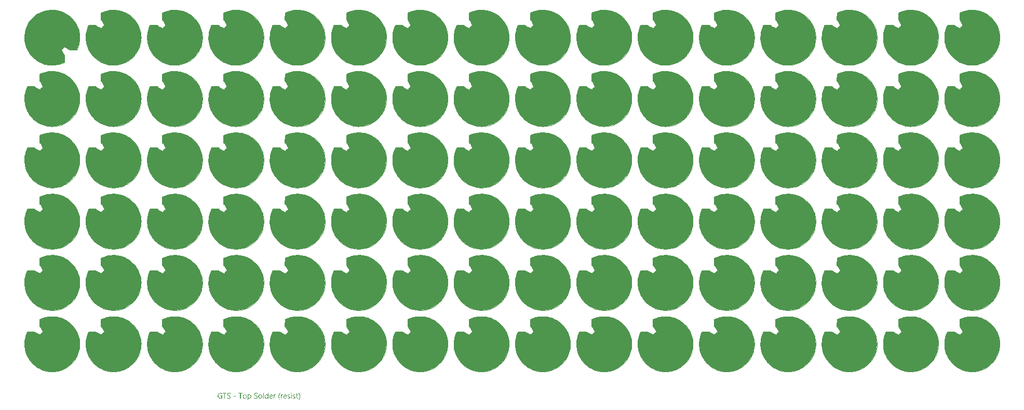
<source format=gts>
G04*
G04 #@! TF.GenerationSoftware,Altium Limited,Altium Designer,22.11.1 (43)*
G04*
G04 Layer_Color=8388736*
%FSLAX45Y45*%
%MOMM*%
G71*
G04*
G04 #@! TF.SameCoordinates,2E7F8865-AB32-4259-96A3-A5373F490E22*
G04*
G04*
G04 #@! TF.FilePolarity,Negative*
G04*
G01*
G75*
%ADD10C,0.01000*%
%ADD11C,0.15000*%
G36*
X1074069Y-2554996D02*
X1136032Y-2569872D01*
X1195280Y-2593330D01*
X1250633Y-2624902D01*
X1300984Y-2663959D01*
X1345330Y-2709720D01*
X1382785Y-2761273D01*
X1412603Y-2817590D01*
X1434189Y-2877546D01*
X1447111Y-2939946D01*
X1451113Y-3003543D01*
X1446113Y-3067070D01*
X1432212Y-3129259D01*
X1409688Y-3188869D01*
X1378989Y-3244710D01*
X1340728Y-3295669D01*
X1295668Y-3340728D01*
X1244710Y-3378989D01*
X1188869Y-3409688D01*
X1129259Y-3432212D01*
X1067070Y-3446113D01*
X1003543Y-3451113D01*
X939945Y-3447112D01*
X877546Y-3434189D01*
X817590Y-3412604D01*
X761273Y-3382786D01*
X709720Y-3345330D01*
X663958Y-3300984D01*
X624902Y-3250633D01*
X593330Y-3195281D01*
X569871Y-3136032D01*
X554995Y-3074069D01*
X548998Y-3010629D01*
X552000Y-2946976D01*
X563941Y-2884381D01*
X584582Y-2824093D01*
X599047Y-2795704D01*
X599047D01*
X713070Y-2795199D01*
X736528Y-2818451D01*
X800341Y-2849546D01*
X805595Y-2842574D01*
X817050Y-2829397D01*
X829396Y-2817050D01*
X842574Y-2805595D01*
X849546Y-2800341D01*
Y-2800341D01*
X818451Y-2736528D01*
X795199Y-2713070D01*
X795704Y-2599047D01*
X824093Y-2584582D01*
X884381Y-2563941D01*
X946976Y-2552000D01*
X1010628Y-2548999D01*
X1074069Y-2554996D01*
D02*
G37*
G36*
X74069D02*
X136032Y-2569872D01*
X195280Y-2593330D01*
X250632Y-2624902D01*
X300984Y-2663959D01*
X345330Y-2709720D01*
X382785Y-2761273D01*
X412603Y-2817590D01*
X434189Y-2877546D01*
X447111Y-2939946D01*
X451113Y-3003543D01*
X446113Y-3067070D01*
X432212Y-3129259D01*
X409688Y-3188869D01*
X378989Y-3244710D01*
X340728Y-3295669D01*
X295668Y-3340728D01*
X244710Y-3378989D01*
X188869Y-3409688D01*
X129259Y-3432212D01*
X67070Y-3446113D01*
X3543Y-3451113D01*
X-60055Y-3447112D01*
X-122454Y-3434189D01*
X-182410Y-3412604D01*
X-238727Y-3382786D01*
X-290280Y-3345330D01*
X-336042Y-3300984D01*
X-375098Y-3250633D01*
X-406671Y-3195281D01*
X-430129Y-3136032D01*
X-445005Y-3074069D01*
X-451002Y-3010629D01*
X-448000Y-2946976D01*
X-436059Y-2884381D01*
X-415418Y-2824093D01*
X-400953Y-2795704D01*
X-400953D01*
X-286930Y-2795199D01*
X-263472Y-2818451D01*
X-199659Y-2849546D01*
X-194405Y-2842574D01*
X-182950Y-2829397D01*
X-170604Y-2817050D01*
X-157426Y-2805595D01*
X-150454Y-2800341D01*
Y-2800341D01*
X-181549Y-2736528D01*
X-204801Y-2713070D01*
X-204296Y-2599047D01*
X-175907Y-2584582D01*
X-115619Y-2563941D01*
X-53024Y-2552000D01*
X10628Y-2548999D01*
X74069Y-2554996D01*
D02*
G37*
G36*
X1074069Y-3554995D02*
X1136032Y-3569871D01*
X1195280Y-3593330D01*
X1250633Y-3624902D01*
X1300984Y-3663958D01*
X1345330Y-3709720D01*
X1382785Y-3761273D01*
X1412603Y-3817590D01*
X1434189Y-3877546D01*
X1447111Y-3939945D01*
X1451113Y-4003543D01*
X1446113Y-4067070D01*
X1432212Y-4129259D01*
X1409688Y-4188869D01*
X1378989Y-4244710D01*
X1340728Y-4295669D01*
X1295668Y-4340728D01*
X1244710Y-4378989D01*
X1188869Y-4409688D01*
X1129259Y-4432212D01*
X1067070Y-4446113D01*
X1003543Y-4451113D01*
X939945Y-4447112D01*
X877546Y-4434189D01*
X817590Y-4412604D01*
X761273Y-4382785D01*
X709720Y-4345330D01*
X663958Y-4300984D01*
X624902Y-4250633D01*
X593330Y-4195280D01*
X569871Y-4136032D01*
X554995Y-4074069D01*
X548998Y-4010629D01*
X552000Y-3946976D01*
X563941Y-3884381D01*
X584582Y-3824093D01*
X599047Y-3795704D01*
X599047D01*
X713070Y-3795199D01*
X736528Y-3818451D01*
X800341Y-3849546D01*
X805595Y-3842574D01*
X817050Y-3829396D01*
X829396Y-3817050D01*
X842574Y-3805595D01*
X849546Y-3800341D01*
Y-3800341D01*
X818451Y-3736528D01*
X795199Y-3713070D01*
X795704Y-3599047D01*
X824093Y-3584582D01*
X884381Y-3563941D01*
X946976Y-3552000D01*
X1010628Y-3548998D01*
X1074069Y-3554995D01*
D02*
G37*
G36*
X74069D02*
X136032Y-3569871D01*
X195280Y-3593330D01*
X250632Y-3624902D01*
X300984Y-3663958D01*
X345330Y-3709720D01*
X382785Y-3761273D01*
X412603Y-3817590D01*
X434189Y-3877546D01*
X447111Y-3939945D01*
X451113Y-4003543D01*
X446113Y-4067070D01*
X432212Y-4129259D01*
X409688Y-4188869D01*
X378989Y-4244710D01*
X340728Y-4295669D01*
X295668Y-4340728D01*
X244710Y-4378989D01*
X188869Y-4409688D01*
X129259Y-4432212D01*
X67070Y-4446113D01*
X3543Y-4451113D01*
X-60055Y-4447112D01*
X-122454Y-4434189D01*
X-182410Y-4412604D01*
X-238727Y-4382785D01*
X-290280Y-4345330D01*
X-336042Y-4300984D01*
X-375098Y-4250633D01*
X-406671Y-4195280D01*
X-430129Y-4136032D01*
X-445005Y-4074069D01*
X-451002Y-4010629D01*
X-448000Y-3946976D01*
X-436059Y-3884381D01*
X-415418Y-3824093D01*
X-400953Y-3795704D01*
X-400953D01*
X-286930Y-3795199D01*
X-263472Y-3818451D01*
X-199659Y-3849546D01*
X-194405Y-3842574D01*
X-182950Y-3829396D01*
X-170604Y-3817050D01*
X-157426Y-3805595D01*
X-150454Y-3800341D01*
Y-3800341D01*
X-181549Y-3736528D01*
X-204801Y-3713070D01*
X-204296Y-3599047D01*
X-175907Y-3584582D01*
X-115619Y-3563941D01*
X-53024Y-3552000D01*
X10628Y-3548998D01*
X74069Y-3554995D01*
D02*
G37*
G36*
X1074069Y-4554995D02*
X1136032Y-4569871D01*
X1195280Y-4593330D01*
X1250633Y-4624902D01*
X1300984Y-4663958D01*
X1345330Y-4709720D01*
X1382785Y-4761273D01*
X1412603Y-4817590D01*
X1434189Y-4877546D01*
X1447111Y-4939945D01*
X1451113Y-5003543D01*
X1446113Y-5067070D01*
X1432212Y-5129259D01*
X1409688Y-5188869D01*
X1378989Y-5244710D01*
X1340728Y-5295669D01*
X1295668Y-5340728D01*
X1244710Y-5378989D01*
X1188869Y-5409688D01*
X1129259Y-5432212D01*
X1067070Y-5446113D01*
X1003543Y-5451113D01*
X939945Y-5447112D01*
X877546Y-5434189D01*
X817590Y-5412604D01*
X761273Y-5382786D01*
X709720Y-5345330D01*
X663958Y-5300984D01*
X624902Y-5250633D01*
X593330Y-5195280D01*
X569871Y-5136032D01*
X554995Y-5074069D01*
X548998Y-5010629D01*
X552000Y-4946976D01*
X563941Y-4884381D01*
X584582Y-4824093D01*
X599047Y-4795704D01*
X599047D01*
X713070Y-4795199D01*
X736528Y-4818451D01*
X800341Y-4849546D01*
X805595Y-4842574D01*
X817050Y-4829396D01*
X829396Y-4817050D01*
X842574Y-4805595D01*
X849546Y-4800341D01*
Y-4800341D01*
X818451Y-4736528D01*
X795199Y-4713070D01*
X795704Y-4599047D01*
X824093Y-4584582D01*
X884381Y-4563941D01*
X946976Y-4552000D01*
X1010628Y-4548999D01*
X1074069Y-4554995D01*
D02*
G37*
G36*
X74069D02*
X136032Y-4569871D01*
X195280Y-4593330D01*
X250632Y-4624902D01*
X300984Y-4663958D01*
X345330Y-4709720D01*
X382785Y-4761273D01*
X412603Y-4817590D01*
X434189Y-4877546D01*
X447111Y-4939945D01*
X451113Y-5003543D01*
X446113Y-5067070D01*
X432212Y-5129259D01*
X409688Y-5188869D01*
X378989Y-5244710D01*
X340728Y-5295669D01*
X295668Y-5340728D01*
X244710Y-5378989D01*
X188869Y-5409688D01*
X129259Y-5432212D01*
X67070Y-5446113D01*
X3543Y-5451113D01*
X-60055Y-5447112D01*
X-122454Y-5434189D01*
X-182410Y-5412604D01*
X-238727Y-5382786D01*
X-290280Y-5345330D01*
X-336042Y-5300984D01*
X-375098Y-5250633D01*
X-406671Y-5195280D01*
X-430129Y-5136032D01*
X-445005Y-5074069D01*
X-451002Y-5010629D01*
X-448000Y-4946976D01*
X-436059Y-4884381D01*
X-415418Y-4824093D01*
X-400953Y-4795704D01*
X-400953D01*
X-286930Y-4795199D01*
X-263472Y-4818451D01*
X-199659Y-4849546D01*
X-194405Y-4842574D01*
X-182950Y-4829396D01*
X-170604Y-4817050D01*
X-157426Y-4805595D01*
X-150454Y-4800341D01*
Y-4800341D01*
X-181549Y-4736528D01*
X-204801Y-4713070D01*
X-204296Y-4599047D01*
X-175907Y-4584582D01*
X-115619Y-4563941D01*
X-53024Y-4552000D01*
X10628Y-4548999D01*
X74069Y-4554995D01*
D02*
G37*
G36*
X3074069Y-2554996D02*
X3136032Y-2569872D01*
X3195280Y-2593330D01*
X3250633Y-2624902D01*
X3300984Y-2663959D01*
X3345330Y-2709720D01*
X3382785Y-2761273D01*
X3412604Y-2817590D01*
X3434189Y-2877546D01*
X3447111Y-2939946D01*
X3451113Y-3003543D01*
X3446113Y-3067070D01*
X3432212Y-3129259D01*
X3409688Y-3188869D01*
X3378989Y-3244710D01*
X3340728Y-3295669D01*
X3295669Y-3340728D01*
X3244710Y-3378989D01*
X3188869Y-3409688D01*
X3129259Y-3432212D01*
X3067070Y-3446113D01*
X3003543Y-3451113D01*
X2939945Y-3447112D01*
X2877546Y-3434189D01*
X2817590Y-3412604D01*
X2761273Y-3382786D01*
X2709720Y-3345330D01*
X2663958Y-3300984D01*
X2624902Y-3250633D01*
X2593330Y-3195281D01*
X2569871Y-3136032D01*
X2554995Y-3074069D01*
X2548998Y-3010629D01*
X2552000Y-2946976D01*
X2563941Y-2884381D01*
X2584582Y-2824093D01*
X2599047Y-2795704D01*
X2599047D01*
X2713070Y-2795199D01*
X2736528Y-2818451D01*
X2800341Y-2849546D01*
X2805595Y-2842574D01*
X2817050Y-2829397D01*
X2829396Y-2817050D01*
X2842574Y-2805595D01*
X2849546Y-2800341D01*
Y-2800341D01*
X2818451Y-2736528D01*
X2795199Y-2713070D01*
X2795704Y-2599047D01*
X2824093Y-2584582D01*
X2884381Y-2563941D01*
X2946976Y-2552000D01*
X3010628Y-2548999D01*
X3074069Y-2554996D01*
D02*
G37*
G36*
X2074069D02*
X2136032Y-2569872D01*
X2195280Y-2593330D01*
X2250633Y-2624902D01*
X2300984Y-2663959D01*
X2345330Y-2709720D01*
X2382785Y-2761273D01*
X2412604Y-2817590D01*
X2434189Y-2877546D01*
X2447111Y-2939946D01*
X2451113Y-3003543D01*
X2446113Y-3067070D01*
X2432212Y-3129259D01*
X2409688Y-3188869D01*
X2378989Y-3244710D01*
X2340728Y-3295669D01*
X2295669Y-3340728D01*
X2244710Y-3378989D01*
X2188869Y-3409688D01*
X2129259Y-3432212D01*
X2067070Y-3446113D01*
X2003543Y-3451113D01*
X1939945Y-3447112D01*
X1877546Y-3434189D01*
X1817590Y-3412604D01*
X1761273Y-3382786D01*
X1709720Y-3345330D01*
X1663958Y-3300984D01*
X1624902Y-3250633D01*
X1593330Y-3195281D01*
X1569871Y-3136032D01*
X1554995Y-3074069D01*
X1548998Y-3010629D01*
X1552000Y-2946976D01*
X1563941Y-2884381D01*
X1584582Y-2824093D01*
X1599047Y-2795704D01*
X1599047D01*
X1713070Y-2795199D01*
X1736528Y-2818451D01*
X1800341Y-2849546D01*
X1805595Y-2842574D01*
X1817050Y-2829397D01*
X1829396Y-2817050D01*
X1842574Y-2805595D01*
X1849546Y-2800341D01*
Y-2800341D01*
X1818451Y-2736528D01*
X1795199Y-2713070D01*
X1795704Y-2599047D01*
X1824093Y-2584582D01*
X1884381Y-2563941D01*
X1946976Y-2552000D01*
X2010628Y-2548999D01*
X2074069Y-2554996D01*
D02*
G37*
G36*
X3074069Y-3554995D02*
X3136032Y-3569871D01*
X3195280Y-3593330D01*
X3250633Y-3624902D01*
X3300984Y-3663958D01*
X3345330Y-3709720D01*
X3382785Y-3761273D01*
X3412604Y-3817590D01*
X3434189Y-3877546D01*
X3447111Y-3939945D01*
X3451113Y-4003543D01*
X3446113Y-4067070D01*
X3432212Y-4129259D01*
X3409688Y-4188869D01*
X3378989Y-4244710D01*
X3340728Y-4295669D01*
X3295669Y-4340728D01*
X3244710Y-4378989D01*
X3188869Y-4409688D01*
X3129259Y-4432212D01*
X3067070Y-4446113D01*
X3003543Y-4451113D01*
X2939945Y-4447112D01*
X2877546Y-4434189D01*
X2817590Y-4412604D01*
X2761273Y-4382785D01*
X2709720Y-4345330D01*
X2663958Y-4300984D01*
X2624902Y-4250633D01*
X2593330Y-4195280D01*
X2569871Y-4136032D01*
X2554995Y-4074069D01*
X2548998Y-4010629D01*
X2552000Y-3946976D01*
X2563941Y-3884381D01*
X2584582Y-3824093D01*
X2599047Y-3795704D01*
X2599047D01*
X2713070Y-3795199D01*
X2736528Y-3818451D01*
X2800341Y-3849546D01*
X2805595Y-3842574D01*
X2817050Y-3829396D01*
X2829396Y-3817050D01*
X2842574Y-3805595D01*
X2849546Y-3800341D01*
Y-3800341D01*
X2818451Y-3736528D01*
X2795199Y-3713070D01*
X2795704Y-3599047D01*
X2824093Y-3584582D01*
X2884381Y-3563941D01*
X2946976Y-3552000D01*
X3010628Y-3548998D01*
X3074069Y-3554995D01*
D02*
G37*
G36*
X2074069D02*
X2136032Y-3569871D01*
X2195280Y-3593330D01*
X2250633Y-3624902D01*
X2300984Y-3663958D01*
X2345330Y-3709720D01*
X2382785Y-3761273D01*
X2412604Y-3817590D01*
X2434189Y-3877546D01*
X2447111Y-3939945D01*
X2451113Y-4003543D01*
X2446113Y-4067070D01*
X2432212Y-4129259D01*
X2409688Y-4188869D01*
X2378989Y-4244710D01*
X2340728Y-4295669D01*
X2295669Y-4340728D01*
X2244710Y-4378989D01*
X2188869Y-4409688D01*
X2129259Y-4432212D01*
X2067070Y-4446113D01*
X2003543Y-4451113D01*
X1939945Y-4447112D01*
X1877546Y-4434189D01*
X1817590Y-4412604D01*
X1761273Y-4382785D01*
X1709720Y-4345330D01*
X1663958Y-4300984D01*
X1624902Y-4250633D01*
X1593330Y-4195280D01*
X1569871Y-4136032D01*
X1554995Y-4074069D01*
X1548998Y-4010629D01*
X1552000Y-3946976D01*
X1563941Y-3884381D01*
X1584582Y-3824093D01*
X1599047Y-3795704D01*
X1599047D01*
X1713070Y-3795199D01*
X1736528Y-3818451D01*
X1800341Y-3849546D01*
X1805595Y-3842574D01*
X1817050Y-3829396D01*
X1829396Y-3817050D01*
X1842574Y-3805595D01*
X1849546Y-3800341D01*
Y-3800341D01*
X1818451Y-3736528D01*
X1795199Y-3713070D01*
X1795704Y-3599047D01*
X1824093Y-3584582D01*
X1884381Y-3563941D01*
X1946976Y-3552000D01*
X2010628Y-3548998D01*
X2074069Y-3554995D01*
D02*
G37*
G36*
X3074069Y-4554995D02*
X3136032Y-4569871D01*
X3195280Y-4593330D01*
X3250633Y-4624902D01*
X3300984Y-4663958D01*
X3345330Y-4709720D01*
X3382785Y-4761273D01*
X3412604Y-4817590D01*
X3434189Y-4877546D01*
X3447111Y-4939945D01*
X3451113Y-5003543D01*
X3446113Y-5067070D01*
X3432212Y-5129259D01*
X3409688Y-5188869D01*
X3378989Y-5244710D01*
X3340728Y-5295669D01*
X3295669Y-5340728D01*
X3244710Y-5378989D01*
X3188869Y-5409688D01*
X3129259Y-5432212D01*
X3067070Y-5446113D01*
X3003543Y-5451113D01*
X2939945Y-5447112D01*
X2877546Y-5434189D01*
X2817590Y-5412604D01*
X2761273Y-5382786D01*
X2709720Y-5345330D01*
X2663958Y-5300984D01*
X2624902Y-5250633D01*
X2593330Y-5195280D01*
X2569871Y-5136032D01*
X2554995Y-5074069D01*
X2548998Y-5010629D01*
X2552000Y-4946976D01*
X2563941Y-4884381D01*
X2584582Y-4824093D01*
X2599047Y-4795704D01*
X2599047D01*
X2713070Y-4795199D01*
X2736528Y-4818451D01*
X2800341Y-4849546D01*
X2805595Y-4842574D01*
X2817050Y-4829396D01*
X2829396Y-4817050D01*
X2842574Y-4805595D01*
X2849546Y-4800341D01*
Y-4800341D01*
X2818451Y-4736528D01*
X2795199Y-4713070D01*
X2795704Y-4599047D01*
X2824093Y-4584582D01*
X2884381Y-4563941D01*
X2946976Y-4552000D01*
X3010628Y-4548999D01*
X3074069Y-4554995D01*
D02*
G37*
G36*
X2074069D02*
X2136032Y-4569871D01*
X2195280Y-4593330D01*
X2250633Y-4624902D01*
X2300984Y-4663958D01*
X2345330Y-4709720D01*
X2382785Y-4761273D01*
X2412604Y-4817590D01*
X2434189Y-4877546D01*
X2447111Y-4939945D01*
X2451113Y-5003543D01*
X2446113Y-5067070D01*
X2432212Y-5129259D01*
X2409688Y-5188869D01*
X2378989Y-5244710D01*
X2340728Y-5295669D01*
X2295669Y-5340728D01*
X2244710Y-5378989D01*
X2188869Y-5409688D01*
X2129259Y-5432212D01*
X2067070Y-5446113D01*
X2003543Y-5451113D01*
X1939945Y-5447112D01*
X1877546Y-5434189D01*
X1817590Y-5412604D01*
X1761273Y-5382786D01*
X1709720Y-5345330D01*
X1663958Y-5300984D01*
X1624902Y-5250633D01*
X1593330Y-5195280D01*
X1569871Y-5136032D01*
X1554995Y-5074069D01*
X1548998Y-5010629D01*
X1552000Y-4946976D01*
X1563941Y-4884381D01*
X1584582Y-4824093D01*
X1599047Y-4795704D01*
X1599047D01*
X1713070Y-4795199D01*
X1736528Y-4818451D01*
X1800341Y-4849546D01*
X1805595Y-4842574D01*
X1817050Y-4829396D01*
X1829396Y-4817050D01*
X1842574Y-4805595D01*
X1849546Y-4800341D01*
Y-4800341D01*
X1818451Y-4736528D01*
X1795199Y-4713070D01*
X1795704Y-4599047D01*
X1824093Y-4584582D01*
X1884381Y-4563941D01*
X1946976Y-4552000D01*
X2010628Y-4548999D01*
X2074069Y-4554995D01*
D02*
G37*
G36*
X1074069Y445004D02*
X1136032Y430128D01*
X1195280Y406670D01*
X1250633Y375098D01*
X1300984Y336041D01*
X1345330Y290280D01*
X1382785Y238727D01*
X1412603Y182410D01*
X1434189Y122454D01*
X1447111Y60054D01*
X1451113Y-3543D01*
X1446113Y-67070D01*
X1432212Y-129259D01*
X1409688Y-188869D01*
X1378989Y-244710D01*
X1340728Y-295669D01*
X1295668Y-340728D01*
X1244710Y-378989D01*
X1188869Y-409688D01*
X1129259Y-432212D01*
X1067070Y-446113D01*
X1003543Y-451113D01*
X939945Y-447112D01*
X877546Y-434189D01*
X817590Y-412604D01*
X761273Y-382786D01*
X709720Y-345330D01*
X663958Y-300984D01*
X624902Y-250633D01*
X593330Y-195281D01*
X569871Y-136032D01*
X554995Y-74069D01*
X548998Y-10629D01*
X552000Y53024D01*
X563941Y115619D01*
X584582Y175907D01*
X599047Y204296D01*
X599047D01*
X713070Y204801D01*
X736528Y181549D01*
X800341Y150454D01*
X805595Y157426D01*
X817050Y170603D01*
X829396Y182950D01*
X842574Y194405D01*
X849546Y199659D01*
Y199659D01*
X818451Y263472D01*
X795199Y286930D01*
X795704Y400953D01*
X824093Y415418D01*
X884381Y436059D01*
X946976Y448000D01*
X1010628Y451001D01*
X1074069Y445004D01*
D02*
G37*
G36*
X60054Y447111D02*
X122454Y434189D01*
X182410Y412603D01*
X238727Y382785D01*
X290280Y345330D01*
X336041Y300984D01*
X375098Y250632D01*
X406670Y195280D01*
X430128Y136032D01*
X445004Y74069D01*
X451001Y10628D01*
X448000Y-53024D01*
X436059Y-115619D01*
X415418Y-175907D01*
X400953Y-204296D01*
Y-204296D01*
X286930Y-204801D01*
X263472Y-181549D01*
X199659Y-150454D01*
X194405Y-157426D01*
X182950Y-170604D01*
X170603Y-182950D01*
X157426Y-194405D01*
X150454Y-199659D01*
X150454D01*
X181549Y-263472D01*
X204801Y-286930D01*
X204296Y-400953D01*
X175907Y-415418D01*
X115619Y-436059D01*
X53024Y-448000D01*
X-10629Y-451002D01*
X-74069Y-445005D01*
X-136032Y-430129D01*
X-195281Y-406671D01*
X-250633Y-375098D01*
X-300984Y-336042D01*
X-345330Y-290280D01*
X-382786Y-238727D01*
X-412604Y-182410D01*
X-434189Y-122454D01*
X-447112Y-60055D01*
X-451113Y3543D01*
X-446113Y67070D01*
X-432212Y129259D01*
X-409688Y188869D01*
X-378989Y244710D01*
X-340728Y295668D01*
X-295669Y340728D01*
X-244710Y378989D01*
X-188869Y409688D01*
X-129259Y432212D01*
X-67070Y446113D01*
X-3543Y451113D01*
X60054Y447111D01*
D02*
G37*
G36*
X1074069Y-554996D02*
X1136032Y-569872D01*
X1195280Y-593330D01*
X1250633Y-624902D01*
X1300984Y-663959D01*
X1345330Y-709720D01*
X1382785Y-761273D01*
X1412603Y-817590D01*
X1434189Y-877546D01*
X1447111Y-939946D01*
X1451113Y-1003543D01*
X1446113Y-1067070D01*
X1432212Y-1129259D01*
X1409688Y-1188869D01*
X1378989Y-1244710D01*
X1340728Y-1295669D01*
X1295668Y-1340728D01*
X1244710Y-1378989D01*
X1188869Y-1409688D01*
X1129259Y-1432212D01*
X1067070Y-1446113D01*
X1003543Y-1451113D01*
X939945Y-1447112D01*
X877546Y-1434189D01*
X817590Y-1412604D01*
X761273Y-1382786D01*
X709720Y-1345330D01*
X663958Y-1300984D01*
X624902Y-1250633D01*
X593330Y-1195281D01*
X569871Y-1136032D01*
X554995Y-1074069D01*
X548998Y-1010629D01*
X552000Y-946976D01*
X563941Y-884381D01*
X584582Y-824093D01*
X599047Y-795704D01*
X599047D01*
X713070Y-795199D01*
X736528Y-818451D01*
X800341Y-849546D01*
X805595Y-842574D01*
X817050Y-829397D01*
X829396Y-817050D01*
X842574Y-805595D01*
X849546Y-800341D01*
Y-800341D01*
X818451Y-736528D01*
X795199Y-713070D01*
X795704Y-599047D01*
X824093Y-584582D01*
X884381Y-563941D01*
X946976Y-552000D01*
X1010628Y-548999D01*
X1074069Y-554996D01*
D02*
G37*
G36*
X74069D02*
X136032Y-569872D01*
X195280Y-593330D01*
X250632Y-624902D01*
X300984Y-663959D01*
X345330Y-709720D01*
X382785Y-761273D01*
X412603Y-817590D01*
X434189Y-877546D01*
X447111Y-939946D01*
X451113Y-1003543D01*
X446113Y-1067070D01*
X432212Y-1129259D01*
X409688Y-1188869D01*
X378989Y-1244710D01*
X340728Y-1295669D01*
X295668Y-1340728D01*
X244710Y-1378989D01*
X188869Y-1409688D01*
X129259Y-1432212D01*
X67070Y-1446113D01*
X3543Y-1451113D01*
X-60055Y-1447112D01*
X-122454Y-1434189D01*
X-182410Y-1412604D01*
X-238727Y-1382786D01*
X-290280Y-1345330D01*
X-336042Y-1300984D01*
X-375098Y-1250633D01*
X-406671Y-1195281D01*
X-430129Y-1136032D01*
X-445005Y-1074069D01*
X-451002Y-1010629D01*
X-448000Y-946976D01*
X-436059Y-884381D01*
X-415418Y-824093D01*
X-400953Y-795704D01*
X-400953D01*
X-286930Y-795199D01*
X-263472Y-818451D01*
X-199659Y-849546D01*
X-194405Y-842574D01*
X-182950Y-829397D01*
X-170604Y-817050D01*
X-157426Y-805595D01*
X-150454Y-800341D01*
Y-800341D01*
X-181549Y-736528D01*
X-204801Y-713070D01*
X-204296Y-599047D01*
X-175907Y-584582D01*
X-115619Y-563941D01*
X-53024Y-552000D01*
X10628Y-548999D01*
X74069Y-554996D01*
D02*
G37*
G36*
X1074069Y-1554996D02*
X1136032Y-1569872D01*
X1195280Y-1593330D01*
X1250633Y-1624902D01*
X1300984Y-1663959D01*
X1345330Y-1709720D01*
X1382785Y-1761273D01*
X1412603Y-1817590D01*
X1434189Y-1877546D01*
X1447111Y-1939946D01*
X1451113Y-2003543D01*
X1446113Y-2067070D01*
X1432212Y-2129259D01*
X1409688Y-2188869D01*
X1378989Y-2244710D01*
X1340728Y-2295669D01*
X1295668Y-2340728D01*
X1244710Y-2378989D01*
X1188869Y-2409688D01*
X1129259Y-2432212D01*
X1067070Y-2446113D01*
X1003543Y-2451113D01*
X939945Y-2447112D01*
X877546Y-2434189D01*
X817590Y-2412604D01*
X761273Y-2382786D01*
X709720Y-2345330D01*
X663958Y-2300984D01*
X624902Y-2250633D01*
X593330Y-2195281D01*
X569871Y-2136032D01*
X554995Y-2074069D01*
X548998Y-2010629D01*
X552000Y-1946976D01*
X563941Y-1884381D01*
X584582Y-1824093D01*
X599047Y-1795704D01*
X599047D01*
X713070Y-1795199D01*
X736528Y-1818451D01*
X800341Y-1849546D01*
X805595Y-1842574D01*
X817050Y-1829397D01*
X829396Y-1817050D01*
X842574Y-1805595D01*
X849546Y-1800341D01*
Y-1800341D01*
X818451Y-1736528D01*
X795199Y-1713070D01*
X795704Y-1599047D01*
X824093Y-1584582D01*
X884381Y-1563941D01*
X946976Y-1552000D01*
X1010628Y-1548999D01*
X1074069Y-1554996D01*
D02*
G37*
G36*
X74069D02*
X136032Y-1569872D01*
X195280Y-1593330D01*
X250632Y-1624902D01*
X300984Y-1663959D01*
X345330Y-1709720D01*
X382785Y-1761273D01*
X412603Y-1817590D01*
X434189Y-1877546D01*
X447111Y-1939946D01*
X451113Y-2003543D01*
X446113Y-2067070D01*
X432212Y-2129259D01*
X409688Y-2188869D01*
X378989Y-2244710D01*
X340728Y-2295669D01*
X295668Y-2340728D01*
X244710Y-2378989D01*
X188869Y-2409688D01*
X129259Y-2432212D01*
X67070Y-2446113D01*
X3543Y-2451113D01*
X-60055Y-2447112D01*
X-122454Y-2434189D01*
X-182410Y-2412604D01*
X-238727Y-2382786D01*
X-290280Y-2345330D01*
X-336042Y-2300984D01*
X-375098Y-2250633D01*
X-406671Y-2195281D01*
X-430129Y-2136032D01*
X-445005Y-2074069D01*
X-451002Y-2010629D01*
X-448000Y-1946976D01*
X-436059Y-1884381D01*
X-415418Y-1824093D01*
X-400953Y-1795704D01*
X-400953D01*
X-286930Y-1795199D01*
X-263472Y-1818451D01*
X-199659Y-1849546D01*
X-194405Y-1842574D01*
X-182950Y-1829397D01*
X-170604Y-1817050D01*
X-157426Y-1805595D01*
X-150454Y-1800341D01*
Y-1800341D01*
X-181549Y-1736528D01*
X-204801Y-1713070D01*
X-204296Y-1599047D01*
X-175907Y-1584582D01*
X-115619Y-1563941D01*
X-53024Y-1552000D01*
X10628Y-1548999D01*
X74069Y-1554996D01*
D02*
G37*
G36*
X3074069Y445004D02*
X3136032Y430128D01*
X3195280Y406670D01*
X3250633Y375098D01*
X3300984Y336041D01*
X3345330Y290280D01*
X3382785Y238727D01*
X3412604Y182410D01*
X3434189Y122454D01*
X3447111Y60054D01*
X3451113Y-3543D01*
X3446113Y-67070D01*
X3432212Y-129259D01*
X3409688Y-188869D01*
X3378989Y-244710D01*
X3340728Y-295669D01*
X3295669Y-340728D01*
X3244710Y-378989D01*
X3188869Y-409688D01*
X3129259Y-432212D01*
X3067070Y-446113D01*
X3003543Y-451113D01*
X2939945Y-447112D01*
X2877546Y-434189D01*
X2817590Y-412604D01*
X2761273Y-382786D01*
X2709720Y-345330D01*
X2663958Y-300984D01*
X2624902Y-250633D01*
X2593330Y-195281D01*
X2569871Y-136032D01*
X2554995Y-74069D01*
X2548998Y-10629D01*
X2552000Y53024D01*
X2563941Y115619D01*
X2584582Y175907D01*
X2599047Y204296D01*
X2599047D01*
X2713070Y204801D01*
X2736528Y181549D01*
X2800341Y150454D01*
X2805595Y157426D01*
X2817050Y170603D01*
X2829396Y182950D01*
X2842574Y194405D01*
X2849546Y199659D01*
Y199659D01*
X2818451Y263472D01*
X2795199Y286930D01*
X2795704Y400953D01*
X2824093Y415418D01*
X2884381Y436059D01*
X2946976Y448000D01*
X3010628Y451001D01*
X3074069Y445004D01*
D02*
G37*
G36*
X2074069D02*
X2136032Y430128D01*
X2195280Y406670D01*
X2250633Y375098D01*
X2300984Y336041D01*
X2345330Y290280D01*
X2382785Y238727D01*
X2412604Y182410D01*
X2434189Y122454D01*
X2447111Y60054D01*
X2451113Y-3543D01*
X2446113Y-67070D01*
X2432212Y-129259D01*
X2409688Y-188869D01*
X2378989Y-244710D01*
X2340728Y-295669D01*
X2295669Y-340728D01*
X2244710Y-378989D01*
X2188869Y-409688D01*
X2129259Y-432212D01*
X2067070Y-446113D01*
X2003543Y-451113D01*
X1939945Y-447112D01*
X1877546Y-434189D01*
X1817590Y-412604D01*
X1761273Y-382786D01*
X1709720Y-345330D01*
X1663958Y-300984D01*
X1624902Y-250633D01*
X1593330Y-195281D01*
X1569871Y-136032D01*
X1554995Y-74069D01*
X1548998Y-10629D01*
X1552000Y53024D01*
X1563941Y115619D01*
X1584582Y175907D01*
X1599047Y204296D01*
X1599047D01*
X1713070Y204801D01*
X1736528Y181549D01*
X1800341Y150454D01*
X1805595Y157426D01*
X1817050Y170603D01*
X1829396Y182950D01*
X1842574Y194405D01*
X1849546Y199659D01*
Y199659D01*
X1818451Y263472D01*
X1795199Y286930D01*
X1795704Y400953D01*
X1824093Y415418D01*
X1884381Y436059D01*
X1946976Y448000D01*
X2010628Y451001D01*
X2074069Y445004D01*
D02*
G37*
G36*
X3074069Y-554996D02*
X3136032Y-569872D01*
X3195280Y-593330D01*
X3250633Y-624902D01*
X3300984Y-663959D01*
X3345330Y-709720D01*
X3382785Y-761273D01*
X3412604Y-817590D01*
X3434189Y-877546D01*
X3447111Y-939946D01*
X3451113Y-1003543D01*
X3446113Y-1067070D01*
X3432212Y-1129259D01*
X3409688Y-1188869D01*
X3378989Y-1244710D01*
X3340728Y-1295669D01*
X3295669Y-1340728D01*
X3244710Y-1378989D01*
X3188869Y-1409688D01*
X3129259Y-1432212D01*
X3067070Y-1446113D01*
X3003543Y-1451113D01*
X2939945Y-1447112D01*
X2877546Y-1434189D01*
X2817590Y-1412604D01*
X2761273Y-1382786D01*
X2709720Y-1345330D01*
X2663958Y-1300984D01*
X2624902Y-1250633D01*
X2593330Y-1195281D01*
X2569871Y-1136032D01*
X2554995Y-1074069D01*
X2548998Y-1010629D01*
X2552000Y-946976D01*
X2563941Y-884381D01*
X2584582Y-824093D01*
X2599047Y-795704D01*
X2599047D01*
X2713070Y-795199D01*
X2736528Y-818451D01*
X2800341Y-849546D01*
X2805595Y-842574D01*
X2817050Y-829397D01*
X2829396Y-817050D01*
X2842574Y-805595D01*
X2849546Y-800341D01*
Y-800341D01*
X2818451Y-736528D01*
X2795199Y-713070D01*
X2795704Y-599047D01*
X2824093Y-584582D01*
X2884381Y-563941D01*
X2946976Y-552000D01*
X3010628Y-548999D01*
X3074069Y-554996D01*
D02*
G37*
G36*
X2074069D02*
X2136032Y-569872D01*
X2195280Y-593330D01*
X2250633Y-624902D01*
X2300984Y-663959D01*
X2345330Y-709720D01*
X2382785Y-761273D01*
X2412604Y-817590D01*
X2434189Y-877546D01*
X2447111Y-939946D01*
X2451113Y-1003543D01*
X2446113Y-1067070D01*
X2432212Y-1129259D01*
X2409688Y-1188869D01*
X2378989Y-1244710D01*
X2340728Y-1295669D01*
X2295669Y-1340728D01*
X2244710Y-1378989D01*
X2188869Y-1409688D01*
X2129259Y-1432212D01*
X2067070Y-1446113D01*
X2003543Y-1451113D01*
X1939945Y-1447112D01*
X1877546Y-1434189D01*
X1817590Y-1412604D01*
X1761273Y-1382786D01*
X1709720Y-1345330D01*
X1663958Y-1300984D01*
X1624902Y-1250633D01*
X1593330Y-1195281D01*
X1569871Y-1136032D01*
X1554995Y-1074069D01*
X1548998Y-1010629D01*
X1552000Y-946976D01*
X1563941Y-884381D01*
X1584582Y-824093D01*
X1599047Y-795704D01*
X1599047D01*
X1713070Y-795199D01*
X1736528Y-818451D01*
X1800341Y-849546D01*
X1805595Y-842574D01*
X1817050Y-829397D01*
X1829396Y-817050D01*
X1842574Y-805595D01*
X1849546Y-800341D01*
Y-800341D01*
X1818451Y-736528D01*
X1795199Y-713070D01*
X1795704Y-599047D01*
X1824093Y-584582D01*
X1884381Y-563941D01*
X1946976Y-552000D01*
X2010628Y-548999D01*
X2074069Y-554996D01*
D02*
G37*
G36*
X3074069Y-1554996D02*
X3136032Y-1569872D01*
X3195280Y-1593330D01*
X3250633Y-1624902D01*
X3300984Y-1663959D01*
X3345330Y-1709720D01*
X3382785Y-1761273D01*
X3412604Y-1817590D01*
X3434189Y-1877546D01*
X3447111Y-1939946D01*
X3451113Y-2003543D01*
X3446113Y-2067070D01*
X3432212Y-2129259D01*
X3409688Y-2188869D01*
X3378989Y-2244710D01*
X3340728Y-2295669D01*
X3295669Y-2340728D01*
X3244710Y-2378989D01*
X3188869Y-2409688D01*
X3129259Y-2432212D01*
X3067070Y-2446113D01*
X3003543Y-2451113D01*
X2939945Y-2447112D01*
X2877546Y-2434189D01*
X2817590Y-2412604D01*
X2761273Y-2382786D01*
X2709720Y-2345330D01*
X2663958Y-2300984D01*
X2624902Y-2250633D01*
X2593330Y-2195281D01*
X2569871Y-2136032D01*
X2554995Y-2074069D01*
X2548998Y-2010629D01*
X2552000Y-1946976D01*
X2563941Y-1884381D01*
X2584582Y-1824093D01*
X2599047Y-1795704D01*
X2599047D01*
X2713070Y-1795199D01*
X2736528Y-1818451D01*
X2800341Y-1849546D01*
X2805595Y-1842574D01*
X2817050Y-1829397D01*
X2829396Y-1817050D01*
X2842574Y-1805595D01*
X2849546Y-1800341D01*
Y-1800341D01*
X2818451Y-1736528D01*
X2795199Y-1713070D01*
X2795704Y-1599047D01*
X2824093Y-1584582D01*
X2884381Y-1563941D01*
X2946976Y-1552000D01*
X3010628Y-1548999D01*
X3074069Y-1554996D01*
D02*
G37*
G36*
X2074069D02*
X2136032Y-1569872D01*
X2195280Y-1593330D01*
X2250633Y-1624902D01*
X2300984Y-1663959D01*
X2345330Y-1709720D01*
X2382785Y-1761273D01*
X2412604Y-1817590D01*
X2434189Y-1877546D01*
X2447111Y-1939946D01*
X2451113Y-2003543D01*
X2446113Y-2067070D01*
X2432212Y-2129259D01*
X2409688Y-2188869D01*
X2378989Y-2244710D01*
X2340728Y-2295669D01*
X2295669Y-2340728D01*
X2244710Y-2378989D01*
X2188869Y-2409688D01*
X2129259Y-2432212D01*
X2067070Y-2446113D01*
X2003543Y-2451113D01*
X1939945Y-2447112D01*
X1877546Y-2434189D01*
X1817590Y-2412604D01*
X1761273Y-2382786D01*
X1709720Y-2345330D01*
X1663958Y-2300984D01*
X1624902Y-2250633D01*
X1593330Y-2195281D01*
X1569871Y-2136032D01*
X1554995Y-2074069D01*
X1548998Y-2010629D01*
X1552000Y-1946976D01*
X1563941Y-1884381D01*
X1584582Y-1824093D01*
X1599047Y-1795704D01*
X1599047D01*
X1713070Y-1795199D01*
X1736528Y-1818451D01*
X1800341Y-1849546D01*
X1805595Y-1842574D01*
X1817050Y-1829397D01*
X1829396Y-1817050D01*
X1842574Y-1805595D01*
X1849546Y-1800341D01*
Y-1800341D01*
X1818451Y-1736528D01*
X1795199Y-1713070D01*
X1795704Y-1599047D01*
X1824093Y-1584582D01*
X1884381Y-1563941D01*
X1946976Y-1552000D01*
X2010628Y-1548999D01*
X2074069Y-1554996D01*
D02*
G37*
G36*
X5074069Y-2554996D02*
X5136032Y-2569872D01*
X5195280Y-2593330D01*
X5250632Y-2624902D01*
X5300984Y-2663959D01*
X5345330Y-2709720D01*
X5382785Y-2761273D01*
X5412603Y-2817590D01*
X5434189Y-2877546D01*
X5447111Y-2939946D01*
X5451113Y-3003543D01*
X5446113Y-3067070D01*
X5432212Y-3129259D01*
X5409687Y-3188869D01*
X5378988Y-3244710D01*
X5340727Y-3295669D01*
X5295668Y-3340728D01*
X5244710Y-3378989D01*
X5188868Y-3409688D01*
X5129259Y-3432212D01*
X5067070Y-3446113D01*
X5003543Y-3451113D01*
X4939945Y-3447112D01*
X4877546Y-3434189D01*
X4817590Y-3412604D01*
X4761273Y-3382786D01*
X4709720Y-3345330D01*
X4663958Y-3300984D01*
X4624902Y-3250633D01*
X4593329Y-3195281D01*
X4569871Y-3136032D01*
X4554995Y-3074069D01*
X4548998Y-3010629D01*
X4552000Y-2946976D01*
X4563941Y-2884381D01*
X4584582Y-2824093D01*
X4599047Y-2795704D01*
X4599047D01*
X4713070Y-2795199D01*
X4736528Y-2818451D01*
X4800341Y-2849546D01*
X4805595Y-2842574D01*
X4817050Y-2829397D01*
X4829396Y-2817050D01*
X4842574Y-2805595D01*
X4849546Y-2800341D01*
Y-2800341D01*
X4818451Y-2736528D01*
X4795199Y-2713070D01*
X4795704Y-2599047D01*
X4824093Y-2584582D01*
X4884381Y-2563941D01*
X4946976Y-2552000D01*
X5010628Y-2548999D01*
X5074069Y-2554996D01*
D02*
G37*
G36*
X4074069D02*
X4136032Y-2569872D01*
X4195280Y-2593330D01*
X4250632Y-2624902D01*
X4300984Y-2663959D01*
X4345330Y-2709720D01*
X4382785Y-2761273D01*
X4412603Y-2817590D01*
X4434189Y-2877546D01*
X4447111Y-2939946D01*
X4451113Y-3003543D01*
X4446113Y-3067070D01*
X4432212Y-3129259D01*
X4409687Y-3188869D01*
X4378988Y-3244710D01*
X4340727Y-3295669D01*
X4295668Y-3340728D01*
X4244710Y-3378989D01*
X4188868Y-3409688D01*
X4129259Y-3432212D01*
X4067070Y-3446113D01*
X4003543Y-3451113D01*
X3939945Y-3447112D01*
X3877546Y-3434189D01*
X3817590Y-3412604D01*
X3761273Y-3382786D01*
X3709720Y-3345330D01*
X3663958Y-3300984D01*
X3624902Y-3250633D01*
X3593329Y-3195281D01*
X3569871Y-3136032D01*
X3554995Y-3074069D01*
X3548998Y-3010629D01*
X3552000Y-2946976D01*
X3563941Y-2884381D01*
X3584582Y-2824093D01*
X3599047Y-2795704D01*
X3599047D01*
X3713070Y-2795199D01*
X3736528Y-2818451D01*
X3800341Y-2849546D01*
X3805595Y-2842574D01*
X3817050Y-2829397D01*
X3829396Y-2817050D01*
X3842574Y-2805595D01*
X3849546Y-2800341D01*
Y-2800341D01*
X3818451Y-2736528D01*
X3795199Y-2713070D01*
X3795704Y-2599047D01*
X3824093Y-2584582D01*
X3884381Y-2563941D01*
X3946976Y-2552000D01*
X4010628Y-2548999D01*
X4074069Y-2554996D01*
D02*
G37*
G36*
X5074069Y-3554995D02*
X5136032Y-3569871D01*
X5195280Y-3593330D01*
X5250632Y-3624902D01*
X5300984Y-3663958D01*
X5345330Y-3709720D01*
X5382785Y-3761273D01*
X5412603Y-3817590D01*
X5434189Y-3877546D01*
X5447111Y-3939945D01*
X5451113Y-4003543D01*
X5446113Y-4067070D01*
X5432212Y-4129259D01*
X5409687Y-4188869D01*
X5378988Y-4244710D01*
X5340727Y-4295669D01*
X5295668Y-4340728D01*
X5244710Y-4378989D01*
X5188868Y-4409688D01*
X5129259Y-4432212D01*
X5067070Y-4446113D01*
X5003543Y-4451113D01*
X4939945Y-4447112D01*
X4877546Y-4434189D01*
X4817590Y-4412604D01*
X4761273Y-4382785D01*
X4709720Y-4345330D01*
X4663958Y-4300984D01*
X4624902Y-4250633D01*
X4593329Y-4195280D01*
X4569871Y-4136032D01*
X4554995Y-4074069D01*
X4548998Y-4010629D01*
X4552000Y-3946976D01*
X4563941Y-3884381D01*
X4584582Y-3824093D01*
X4599047Y-3795704D01*
X4599047D01*
X4713070Y-3795199D01*
X4736528Y-3818451D01*
X4800341Y-3849546D01*
X4805595Y-3842574D01*
X4817050Y-3829396D01*
X4829396Y-3817050D01*
X4842574Y-3805595D01*
X4849546Y-3800341D01*
Y-3800341D01*
X4818451Y-3736528D01*
X4795199Y-3713070D01*
X4795704Y-3599047D01*
X4824093Y-3584582D01*
X4884381Y-3563941D01*
X4946976Y-3552000D01*
X5010628Y-3548998D01*
X5074069Y-3554995D01*
D02*
G37*
G36*
X4074069D02*
X4136032Y-3569871D01*
X4195280Y-3593330D01*
X4250632Y-3624902D01*
X4300984Y-3663958D01*
X4345330Y-3709720D01*
X4382785Y-3761273D01*
X4412603Y-3817590D01*
X4434189Y-3877546D01*
X4447111Y-3939945D01*
X4451113Y-4003543D01*
X4446113Y-4067070D01*
X4432212Y-4129259D01*
X4409687Y-4188869D01*
X4378988Y-4244710D01*
X4340727Y-4295669D01*
X4295668Y-4340728D01*
X4244710Y-4378989D01*
X4188868Y-4409688D01*
X4129259Y-4432212D01*
X4067070Y-4446113D01*
X4003543Y-4451113D01*
X3939945Y-4447112D01*
X3877546Y-4434189D01*
X3817590Y-4412604D01*
X3761273Y-4382785D01*
X3709720Y-4345330D01*
X3663958Y-4300984D01*
X3624902Y-4250633D01*
X3593329Y-4195280D01*
X3569871Y-4136032D01*
X3554995Y-4074069D01*
X3548998Y-4010629D01*
X3552000Y-3946976D01*
X3563941Y-3884381D01*
X3584582Y-3824093D01*
X3599047Y-3795704D01*
X3599047D01*
X3713070Y-3795199D01*
X3736528Y-3818451D01*
X3800341Y-3849546D01*
X3805595Y-3842574D01*
X3817050Y-3829396D01*
X3829396Y-3817050D01*
X3842574Y-3805595D01*
X3849546Y-3800341D01*
Y-3800341D01*
X3818451Y-3736528D01*
X3795199Y-3713070D01*
X3795704Y-3599047D01*
X3824093Y-3584582D01*
X3884381Y-3563941D01*
X3946976Y-3552000D01*
X4010628Y-3548998D01*
X4074069Y-3554995D01*
D02*
G37*
G36*
X5074069Y-4554995D02*
X5136032Y-4569871D01*
X5195280Y-4593330D01*
X5250632Y-4624902D01*
X5300984Y-4663958D01*
X5345330Y-4709720D01*
X5382785Y-4761273D01*
X5412603Y-4817590D01*
X5434189Y-4877546D01*
X5447111Y-4939945D01*
X5451113Y-5003543D01*
X5446113Y-5067070D01*
X5432212Y-5129259D01*
X5409687Y-5188869D01*
X5378988Y-5244710D01*
X5340727Y-5295669D01*
X5295668Y-5340728D01*
X5244710Y-5378989D01*
X5188868Y-5409688D01*
X5129259Y-5432212D01*
X5067070Y-5446113D01*
X5003543Y-5451113D01*
X4939945Y-5447112D01*
X4877546Y-5434189D01*
X4817590Y-5412604D01*
X4761273Y-5382786D01*
X4709720Y-5345330D01*
X4663958Y-5300984D01*
X4624902Y-5250633D01*
X4593329Y-5195280D01*
X4569871Y-5136032D01*
X4554995Y-5074069D01*
X4548998Y-5010629D01*
X4552000Y-4946976D01*
X4563941Y-4884381D01*
X4584582Y-4824093D01*
X4599047Y-4795704D01*
X4599047D01*
X4713070Y-4795199D01*
X4736528Y-4818451D01*
X4800341Y-4849546D01*
X4805595Y-4842574D01*
X4817050Y-4829396D01*
X4829396Y-4817050D01*
X4842574Y-4805595D01*
X4849546Y-4800341D01*
Y-4800341D01*
X4818451Y-4736528D01*
X4795199Y-4713070D01*
X4795704Y-4599047D01*
X4824093Y-4584582D01*
X4884381Y-4563941D01*
X4946976Y-4552000D01*
X5010628Y-4548999D01*
X5074069Y-4554995D01*
D02*
G37*
G36*
X4074069D02*
X4136032Y-4569871D01*
X4195280Y-4593330D01*
X4250632Y-4624902D01*
X4300984Y-4663958D01*
X4345330Y-4709720D01*
X4382785Y-4761273D01*
X4412603Y-4817590D01*
X4434189Y-4877546D01*
X4447111Y-4939945D01*
X4451113Y-5003543D01*
X4446113Y-5067070D01*
X4432212Y-5129259D01*
X4409687Y-5188869D01*
X4378988Y-5244710D01*
X4340727Y-5295669D01*
X4295668Y-5340728D01*
X4244710Y-5378989D01*
X4188868Y-5409688D01*
X4129259Y-5432212D01*
X4067070Y-5446113D01*
X4003543Y-5451113D01*
X3939945Y-5447112D01*
X3877546Y-5434189D01*
X3817590Y-5412604D01*
X3761273Y-5382786D01*
X3709720Y-5345330D01*
X3663958Y-5300984D01*
X3624902Y-5250633D01*
X3593329Y-5195280D01*
X3569871Y-5136032D01*
X3554995Y-5074069D01*
X3548998Y-5010629D01*
X3552000Y-4946976D01*
X3563941Y-4884381D01*
X3584582Y-4824093D01*
X3599047Y-4795704D01*
X3599047D01*
X3713070Y-4795199D01*
X3736528Y-4818451D01*
X3800341Y-4849546D01*
X3805595Y-4842574D01*
X3817050Y-4829396D01*
X3829396Y-4817050D01*
X3842574Y-4805595D01*
X3849546Y-4800341D01*
Y-4800341D01*
X3818451Y-4736528D01*
X3795199Y-4713070D01*
X3795704Y-4599047D01*
X3824093Y-4584582D01*
X3884381Y-4563941D01*
X3946976Y-4552000D01*
X4010628Y-4548999D01*
X4074069Y-4554995D01*
D02*
G37*
G36*
X7074069Y-2554996D02*
X7136032Y-2569872D01*
X7195280Y-2593330D01*
X7250632Y-2624902D01*
X7300984Y-2663959D01*
X7345330Y-2709720D01*
X7382785Y-2761273D01*
X7412603Y-2817590D01*
X7434189Y-2877546D01*
X7447111Y-2939946D01*
X7451113Y-3003543D01*
X7446113Y-3067070D01*
X7432212Y-3129259D01*
X7409687Y-3188869D01*
X7378989Y-3244710D01*
X7340728Y-3295669D01*
X7295668Y-3340728D01*
X7244710Y-3378989D01*
X7188869Y-3409688D01*
X7129259Y-3432212D01*
X7067070Y-3446113D01*
X7003543Y-3451113D01*
X6939945Y-3447112D01*
X6877546Y-3434189D01*
X6817590Y-3412604D01*
X6761273Y-3382786D01*
X6709720Y-3345330D01*
X6663958Y-3300984D01*
X6624902Y-3250633D01*
X6593329Y-3195281D01*
X6569871Y-3136032D01*
X6554995Y-3074069D01*
X6548998Y-3010629D01*
X6552000Y-2946976D01*
X6563941Y-2884381D01*
X6584582Y-2824093D01*
X6599047Y-2795704D01*
X6599047D01*
X6713070Y-2795199D01*
X6736528Y-2818451D01*
X6800341Y-2849546D01*
X6805595Y-2842574D01*
X6817050Y-2829397D01*
X6829396Y-2817050D01*
X6842574Y-2805595D01*
X6849546Y-2800341D01*
Y-2800341D01*
X6818451Y-2736528D01*
X6795199Y-2713070D01*
X6795704Y-2599047D01*
X6824093Y-2584582D01*
X6884381Y-2563941D01*
X6946976Y-2552000D01*
X7010628Y-2548999D01*
X7074069Y-2554996D01*
D02*
G37*
G36*
X6074069D02*
X6136032Y-2569872D01*
X6195280Y-2593330D01*
X6250632Y-2624902D01*
X6300984Y-2663959D01*
X6345330Y-2709720D01*
X6382785Y-2761273D01*
X6412603Y-2817590D01*
X6434189Y-2877546D01*
X6447111Y-2939946D01*
X6451113Y-3003543D01*
X6446113Y-3067070D01*
X6432212Y-3129259D01*
X6409687Y-3188869D01*
X6378989Y-3244710D01*
X6340727Y-3295669D01*
X6295668Y-3340728D01*
X6244710Y-3378989D01*
X6188868Y-3409688D01*
X6129259Y-3432212D01*
X6067070Y-3446113D01*
X6003543Y-3451113D01*
X5939945Y-3447112D01*
X5877546Y-3434189D01*
X5817590Y-3412604D01*
X5761273Y-3382786D01*
X5709720Y-3345330D01*
X5663958Y-3300984D01*
X5624902Y-3250633D01*
X5593329Y-3195281D01*
X5569871Y-3136032D01*
X5554995Y-3074069D01*
X5548998Y-3010629D01*
X5552000Y-2946976D01*
X5563941Y-2884381D01*
X5584582Y-2824093D01*
X5599047Y-2795704D01*
X5599047D01*
X5713070Y-2795199D01*
X5736528Y-2818451D01*
X5800341Y-2849546D01*
X5805595Y-2842574D01*
X5817050Y-2829397D01*
X5829396Y-2817050D01*
X5842574Y-2805595D01*
X5849546Y-2800341D01*
Y-2800341D01*
X5818451Y-2736528D01*
X5795199Y-2713070D01*
X5795704Y-2599047D01*
X5824093Y-2584582D01*
X5884381Y-2563941D01*
X5946976Y-2552000D01*
X6010628Y-2548999D01*
X6074069Y-2554996D01*
D02*
G37*
G36*
X7074069Y-3554995D02*
X7136032Y-3569871D01*
X7195280Y-3593330D01*
X7250632Y-3624902D01*
X7300984Y-3663958D01*
X7345330Y-3709720D01*
X7382785Y-3761273D01*
X7412603Y-3817590D01*
X7434189Y-3877546D01*
X7447111Y-3939945D01*
X7451113Y-4003543D01*
X7446113Y-4067070D01*
X7432212Y-4129259D01*
X7409687Y-4188869D01*
X7378989Y-4244710D01*
X7340728Y-4295669D01*
X7295668Y-4340728D01*
X7244710Y-4378989D01*
X7188869Y-4409688D01*
X7129259Y-4432212D01*
X7067070Y-4446113D01*
X7003543Y-4451113D01*
X6939945Y-4447112D01*
X6877546Y-4434189D01*
X6817590Y-4412604D01*
X6761273Y-4382785D01*
X6709720Y-4345330D01*
X6663958Y-4300984D01*
X6624902Y-4250633D01*
X6593329Y-4195280D01*
X6569871Y-4136032D01*
X6554995Y-4074069D01*
X6548998Y-4010629D01*
X6552000Y-3946976D01*
X6563941Y-3884381D01*
X6584582Y-3824093D01*
X6599047Y-3795704D01*
X6599047D01*
X6713070Y-3795199D01*
X6736528Y-3818451D01*
X6800341Y-3849546D01*
X6805595Y-3842574D01*
X6817050Y-3829396D01*
X6829396Y-3817050D01*
X6842574Y-3805595D01*
X6849546Y-3800341D01*
Y-3800341D01*
X6818451Y-3736528D01*
X6795199Y-3713070D01*
X6795704Y-3599047D01*
X6824093Y-3584582D01*
X6884381Y-3563941D01*
X6946976Y-3552000D01*
X7010628Y-3548998D01*
X7074069Y-3554995D01*
D02*
G37*
G36*
X6074069D02*
X6136032Y-3569871D01*
X6195280Y-3593330D01*
X6250632Y-3624902D01*
X6300984Y-3663958D01*
X6345330Y-3709720D01*
X6382785Y-3761273D01*
X6412603Y-3817590D01*
X6434189Y-3877546D01*
X6447111Y-3939945D01*
X6451113Y-4003543D01*
X6446113Y-4067070D01*
X6432212Y-4129259D01*
X6409687Y-4188869D01*
X6378989Y-4244710D01*
X6340727Y-4295669D01*
X6295668Y-4340728D01*
X6244710Y-4378989D01*
X6188868Y-4409688D01*
X6129259Y-4432212D01*
X6067070Y-4446113D01*
X6003543Y-4451113D01*
X5939945Y-4447112D01*
X5877546Y-4434189D01*
X5817590Y-4412604D01*
X5761273Y-4382785D01*
X5709720Y-4345330D01*
X5663958Y-4300984D01*
X5624902Y-4250633D01*
X5593329Y-4195280D01*
X5569871Y-4136032D01*
X5554995Y-4074069D01*
X5548998Y-4010629D01*
X5552000Y-3946976D01*
X5563941Y-3884381D01*
X5584582Y-3824093D01*
X5599047Y-3795704D01*
X5599047D01*
X5713070Y-3795199D01*
X5736528Y-3818451D01*
X5800341Y-3849546D01*
X5805595Y-3842574D01*
X5817050Y-3829396D01*
X5829396Y-3817050D01*
X5842574Y-3805595D01*
X5849546Y-3800341D01*
Y-3800341D01*
X5818451Y-3736528D01*
X5795199Y-3713070D01*
X5795704Y-3599047D01*
X5824093Y-3584582D01*
X5884381Y-3563941D01*
X5946976Y-3552000D01*
X6010628Y-3548998D01*
X6074069Y-3554995D01*
D02*
G37*
G36*
X7074069Y-4554995D02*
X7136032Y-4569871D01*
X7195280Y-4593330D01*
X7250632Y-4624902D01*
X7300984Y-4663958D01*
X7345330Y-4709720D01*
X7382785Y-4761273D01*
X7412603Y-4817590D01*
X7434189Y-4877546D01*
X7447111Y-4939945D01*
X7451113Y-5003543D01*
X7446113Y-5067070D01*
X7432212Y-5129259D01*
X7409687Y-5188869D01*
X7378989Y-5244710D01*
X7340728Y-5295669D01*
X7295668Y-5340728D01*
X7244710Y-5378989D01*
X7188869Y-5409688D01*
X7129259Y-5432212D01*
X7067070Y-5446113D01*
X7003543Y-5451113D01*
X6939945Y-5447112D01*
X6877546Y-5434189D01*
X6817590Y-5412604D01*
X6761273Y-5382786D01*
X6709720Y-5345330D01*
X6663958Y-5300984D01*
X6624902Y-5250633D01*
X6593329Y-5195280D01*
X6569871Y-5136032D01*
X6554995Y-5074069D01*
X6548998Y-5010629D01*
X6552000Y-4946976D01*
X6563941Y-4884381D01*
X6584582Y-4824093D01*
X6599047Y-4795704D01*
X6599047D01*
X6713070Y-4795199D01*
X6736528Y-4818451D01*
X6800341Y-4849546D01*
X6805595Y-4842574D01*
X6817050Y-4829396D01*
X6829396Y-4817050D01*
X6842574Y-4805595D01*
X6849546Y-4800341D01*
Y-4800341D01*
X6818451Y-4736528D01*
X6795199Y-4713070D01*
X6795704Y-4599047D01*
X6824093Y-4584582D01*
X6884381Y-4563941D01*
X6946976Y-4552000D01*
X7010628Y-4548999D01*
X7074069Y-4554995D01*
D02*
G37*
G36*
X6074069D02*
X6136032Y-4569871D01*
X6195280Y-4593330D01*
X6250632Y-4624902D01*
X6300984Y-4663958D01*
X6345330Y-4709720D01*
X6382785Y-4761273D01*
X6412603Y-4817590D01*
X6434189Y-4877546D01*
X6447111Y-4939945D01*
X6451113Y-5003543D01*
X6446113Y-5067070D01*
X6432212Y-5129259D01*
X6409687Y-5188869D01*
X6378989Y-5244710D01*
X6340727Y-5295669D01*
X6295668Y-5340728D01*
X6244710Y-5378989D01*
X6188868Y-5409688D01*
X6129259Y-5432212D01*
X6067070Y-5446113D01*
X6003543Y-5451113D01*
X5939945Y-5447112D01*
X5877546Y-5434189D01*
X5817590Y-5412604D01*
X5761273Y-5382786D01*
X5709720Y-5345330D01*
X5663958Y-5300984D01*
X5624902Y-5250633D01*
X5593329Y-5195280D01*
X5569871Y-5136032D01*
X5554995Y-5074069D01*
X5548998Y-5010629D01*
X5552000Y-4946976D01*
X5563941Y-4884381D01*
X5584582Y-4824093D01*
X5599047Y-4795704D01*
X5599047D01*
X5713070Y-4795199D01*
X5736528Y-4818451D01*
X5800341Y-4849546D01*
X5805595Y-4842574D01*
X5817050Y-4829396D01*
X5829396Y-4817050D01*
X5842574Y-4805595D01*
X5849546Y-4800341D01*
Y-4800341D01*
X5818451Y-4736528D01*
X5795199Y-4713070D01*
X5795704Y-4599047D01*
X5824093Y-4584582D01*
X5884381Y-4563941D01*
X5946976Y-4552000D01*
X6010628Y-4548999D01*
X6074069Y-4554995D01*
D02*
G37*
G36*
X5074069Y445004D02*
X5136032Y430128D01*
X5195280Y406670D01*
X5250632Y375098D01*
X5300984Y336041D01*
X5345330Y290280D01*
X5382785Y238727D01*
X5412603Y182410D01*
X5434189Y122454D01*
X5447111Y60054D01*
X5451113Y-3543D01*
X5446113Y-67070D01*
X5432212Y-129259D01*
X5409687Y-188869D01*
X5378988Y-244710D01*
X5340727Y-295669D01*
X5295668Y-340728D01*
X5244710Y-378989D01*
X5188868Y-409688D01*
X5129259Y-432212D01*
X5067070Y-446113D01*
X5003543Y-451113D01*
X4939945Y-447112D01*
X4877546Y-434189D01*
X4817590Y-412604D01*
X4761273Y-382786D01*
X4709720Y-345330D01*
X4663958Y-300984D01*
X4624902Y-250633D01*
X4593329Y-195281D01*
X4569871Y-136032D01*
X4554995Y-74069D01*
X4548998Y-10629D01*
X4552000Y53024D01*
X4563941Y115619D01*
X4584582Y175907D01*
X4599047Y204296D01*
X4599047D01*
X4713070Y204801D01*
X4736528Y181549D01*
X4800341Y150454D01*
X4805595Y157426D01*
X4817050Y170603D01*
X4829396Y182950D01*
X4842574Y194405D01*
X4849546Y199659D01*
Y199659D01*
X4818451Y263472D01*
X4795199Y286930D01*
X4795704Y400953D01*
X4824093Y415418D01*
X4884381Y436059D01*
X4946976Y448000D01*
X5010628Y451001D01*
X5074069Y445004D01*
D02*
G37*
G36*
X4074069D02*
X4136032Y430128D01*
X4195280Y406670D01*
X4250632Y375098D01*
X4300984Y336041D01*
X4345330Y290280D01*
X4382785Y238727D01*
X4412603Y182410D01*
X4434189Y122454D01*
X4447111Y60054D01*
X4451113Y-3543D01*
X4446113Y-67070D01*
X4432212Y-129259D01*
X4409687Y-188869D01*
X4378988Y-244710D01*
X4340727Y-295669D01*
X4295668Y-340728D01*
X4244710Y-378989D01*
X4188868Y-409688D01*
X4129259Y-432212D01*
X4067070Y-446113D01*
X4003543Y-451113D01*
X3939945Y-447112D01*
X3877546Y-434189D01*
X3817590Y-412604D01*
X3761273Y-382786D01*
X3709720Y-345330D01*
X3663958Y-300984D01*
X3624902Y-250633D01*
X3593329Y-195281D01*
X3569871Y-136032D01*
X3554995Y-74069D01*
X3548998Y-10629D01*
X3552000Y53024D01*
X3563941Y115619D01*
X3584582Y175907D01*
X3599047Y204296D01*
X3599047D01*
X3713070Y204801D01*
X3736528Y181549D01*
X3800341Y150454D01*
X3805595Y157426D01*
X3817050Y170603D01*
X3829396Y182950D01*
X3842574Y194405D01*
X3849546Y199659D01*
Y199659D01*
X3818451Y263472D01*
X3795199Y286930D01*
X3795704Y400953D01*
X3824093Y415418D01*
X3884381Y436059D01*
X3946976Y448000D01*
X4010628Y451001D01*
X4074069Y445004D01*
D02*
G37*
G36*
X5074069Y-554996D02*
X5136032Y-569872D01*
X5195280Y-593330D01*
X5250632Y-624902D01*
X5300984Y-663959D01*
X5345330Y-709720D01*
X5382785Y-761273D01*
X5412603Y-817590D01*
X5434189Y-877546D01*
X5447111Y-939946D01*
X5451113Y-1003543D01*
X5446113Y-1067070D01*
X5432212Y-1129259D01*
X5409687Y-1188869D01*
X5378988Y-1244710D01*
X5340727Y-1295669D01*
X5295668Y-1340728D01*
X5244710Y-1378989D01*
X5188868Y-1409688D01*
X5129259Y-1432212D01*
X5067070Y-1446113D01*
X5003543Y-1451113D01*
X4939945Y-1447112D01*
X4877546Y-1434189D01*
X4817590Y-1412604D01*
X4761273Y-1382786D01*
X4709720Y-1345330D01*
X4663958Y-1300984D01*
X4624902Y-1250633D01*
X4593329Y-1195281D01*
X4569871Y-1136032D01*
X4554995Y-1074069D01*
X4548998Y-1010629D01*
X4552000Y-946976D01*
X4563941Y-884381D01*
X4584582Y-824093D01*
X4599047Y-795704D01*
X4599047D01*
X4713070Y-795199D01*
X4736528Y-818451D01*
X4800341Y-849546D01*
X4805595Y-842574D01*
X4817050Y-829397D01*
X4829396Y-817050D01*
X4842574Y-805595D01*
X4849546Y-800341D01*
Y-800341D01*
X4818451Y-736528D01*
X4795199Y-713070D01*
X4795704Y-599047D01*
X4824093Y-584582D01*
X4884381Y-563941D01*
X4946976Y-552000D01*
X5010628Y-548999D01*
X5074069Y-554996D01*
D02*
G37*
G36*
X4074069D02*
X4136032Y-569872D01*
X4195280Y-593330D01*
X4250632Y-624902D01*
X4300984Y-663959D01*
X4345330Y-709720D01*
X4382785Y-761273D01*
X4412603Y-817590D01*
X4434189Y-877546D01*
X4447111Y-939946D01*
X4451113Y-1003543D01*
X4446113Y-1067070D01*
X4432212Y-1129259D01*
X4409687Y-1188869D01*
X4378988Y-1244710D01*
X4340727Y-1295669D01*
X4295668Y-1340728D01*
X4244710Y-1378989D01*
X4188868Y-1409688D01*
X4129259Y-1432212D01*
X4067070Y-1446113D01*
X4003543Y-1451113D01*
X3939945Y-1447112D01*
X3877546Y-1434189D01*
X3817590Y-1412604D01*
X3761273Y-1382786D01*
X3709720Y-1345330D01*
X3663958Y-1300984D01*
X3624902Y-1250633D01*
X3593329Y-1195281D01*
X3569871Y-1136032D01*
X3554995Y-1074069D01*
X3548998Y-1010629D01*
X3552000Y-946976D01*
X3563941Y-884381D01*
X3584582Y-824093D01*
X3599047Y-795704D01*
X3599047D01*
X3713070Y-795199D01*
X3736528Y-818451D01*
X3800341Y-849546D01*
X3805595Y-842574D01*
X3817050Y-829397D01*
X3829396Y-817050D01*
X3842574Y-805595D01*
X3849546Y-800341D01*
Y-800341D01*
X3818451Y-736528D01*
X3795199Y-713070D01*
X3795704Y-599047D01*
X3824093Y-584582D01*
X3884381Y-563941D01*
X3946976Y-552000D01*
X4010628Y-548999D01*
X4074069Y-554996D01*
D02*
G37*
G36*
X5074069Y-1554996D02*
X5136032Y-1569872D01*
X5195280Y-1593330D01*
X5250632Y-1624902D01*
X5300984Y-1663959D01*
X5345330Y-1709720D01*
X5382785Y-1761273D01*
X5412603Y-1817590D01*
X5434189Y-1877546D01*
X5447111Y-1939946D01*
X5451113Y-2003543D01*
X5446113Y-2067070D01*
X5432212Y-2129259D01*
X5409687Y-2188869D01*
X5378988Y-2244710D01*
X5340727Y-2295669D01*
X5295668Y-2340728D01*
X5244710Y-2378989D01*
X5188868Y-2409688D01*
X5129259Y-2432212D01*
X5067070Y-2446113D01*
X5003543Y-2451113D01*
X4939945Y-2447112D01*
X4877546Y-2434189D01*
X4817590Y-2412604D01*
X4761273Y-2382786D01*
X4709720Y-2345330D01*
X4663958Y-2300984D01*
X4624902Y-2250633D01*
X4593329Y-2195281D01*
X4569871Y-2136032D01*
X4554995Y-2074069D01*
X4548998Y-2010629D01*
X4552000Y-1946976D01*
X4563941Y-1884381D01*
X4584582Y-1824093D01*
X4599047Y-1795704D01*
X4599047D01*
X4713070Y-1795199D01*
X4736528Y-1818451D01*
X4800341Y-1849546D01*
X4805595Y-1842574D01*
X4817050Y-1829397D01*
X4829396Y-1817050D01*
X4842574Y-1805595D01*
X4849546Y-1800341D01*
Y-1800341D01*
X4818451Y-1736528D01*
X4795199Y-1713070D01*
X4795704Y-1599047D01*
X4824093Y-1584582D01*
X4884381Y-1563941D01*
X4946976Y-1552000D01*
X5010628Y-1548999D01*
X5074069Y-1554996D01*
D02*
G37*
G36*
X4074069D02*
X4136032Y-1569872D01*
X4195280Y-1593330D01*
X4250632Y-1624902D01*
X4300984Y-1663959D01*
X4345330Y-1709720D01*
X4382785Y-1761273D01*
X4412603Y-1817590D01*
X4434189Y-1877546D01*
X4447111Y-1939946D01*
X4451113Y-2003543D01*
X4446113Y-2067070D01*
X4432212Y-2129259D01*
X4409687Y-2188869D01*
X4378988Y-2244710D01*
X4340727Y-2295669D01*
X4295668Y-2340728D01*
X4244710Y-2378989D01*
X4188868Y-2409688D01*
X4129259Y-2432212D01*
X4067070Y-2446113D01*
X4003543Y-2451113D01*
X3939945Y-2447112D01*
X3877546Y-2434189D01*
X3817590Y-2412604D01*
X3761273Y-2382786D01*
X3709720Y-2345330D01*
X3663958Y-2300984D01*
X3624902Y-2250633D01*
X3593329Y-2195281D01*
X3569871Y-2136032D01*
X3554995Y-2074069D01*
X3548998Y-2010629D01*
X3552000Y-1946976D01*
X3563941Y-1884381D01*
X3584582Y-1824093D01*
X3599047Y-1795704D01*
X3599047D01*
X3713070Y-1795199D01*
X3736528Y-1818451D01*
X3800341Y-1849546D01*
X3805595Y-1842574D01*
X3817050Y-1829397D01*
X3829396Y-1817050D01*
X3842574Y-1805595D01*
X3849546Y-1800341D01*
Y-1800341D01*
X3818451Y-1736528D01*
X3795199Y-1713070D01*
X3795704Y-1599047D01*
X3824093Y-1584582D01*
X3884381Y-1563941D01*
X3946976Y-1552000D01*
X4010628Y-1548999D01*
X4074069Y-1554996D01*
D02*
G37*
G36*
X7074069Y445004D02*
X7136032Y430128D01*
X7195280Y406670D01*
X7250632Y375098D01*
X7300984Y336041D01*
X7345330Y290280D01*
X7382785Y238727D01*
X7412603Y182410D01*
X7434189Y122454D01*
X7447111Y60054D01*
X7451113Y-3543D01*
X7446113Y-67070D01*
X7432212Y-129259D01*
X7409687Y-188869D01*
X7378989Y-244710D01*
X7340728Y-295669D01*
X7295668Y-340728D01*
X7244710Y-378989D01*
X7188869Y-409688D01*
X7129259Y-432212D01*
X7067070Y-446113D01*
X7003543Y-451113D01*
X6939945Y-447112D01*
X6877546Y-434189D01*
X6817590Y-412604D01*
X6761273Y-382786D01*
X6709720Y-345330D01*
X6663958Y-300984D01*
X6624902Y-250633D01*
X6593329Y-195281D01*
X6569871Y-136032D01*
X6554995Y-74069D01*
X6548998Y-10629D01*
X6552000Y53024D01*
X6563941Y115619D01*
X6584582Y175907D01*
X6599047Y204296D01*
X6599047D01*
X6713070Y204801D01*
X6736528Y181549D01*
X6800341Y150454D01*
X6805595Y157426D01*
X6817050Y170603D01*
X6829396Y182950D01*
X6842574Y194405D01*
X6849546Y199659D01*
Y199659D01*
X6818451Y263472D01*
X6795199Y286930D01*
X6795704Y400953D01*
X6824093Y415418D01*
X6884381Y436059D01*
X6946976Y448000D01*
X7010628Y451001D01*
X7074069Y445004D01*
D02*
G37*
G36*
X6074069D02*
X6136032Y430128D01*
X6195280Y406670D01*
X6250632Y375098D01*
X6300984Y336041D01*
X6345330Y290280D01*
X6382785Y238727D01*
X6412603Y182410D01*
X6434189Y122454D01*
X6447111Y60054D01*
X6451113Y-3543D01*
X6446113Y-67070D01*
X6432212Y-129259D01*
X6409687Y-188869D01*
X6378989Y-244710D01*
X6340727Y-295669D01*
X6295668Y-340728D01*
X6244710Y-378989D01*
X6188868Y-409688D01*
X6129259Y-432212D01*
X6067070Y-446113D01*
X6003543Y-451113D01*
X5939945Y-447112D01*
X5877546Y-434189D01*
X5817590Y-412604D01*
X5761273Y-382786D01*
X5709720Y-345330D01*
X5663958Y-300984D01*
X5624902Y-250633D01*
X5593329Y-195281D01*
X5569871Y-136032D01*
X5554995Y-74069D01*
X5548998Y-10629D01*
X5552000Y53024D01*
X5563941Y115619D01*
X5584582Y175907D01*
X5599047Y204296D01*
X5599047D01*
X5713070Y204801D01*
X5736528Y181549D01*
X5800341Y150454D01*
X5805595Y157426D01*
X5817050Y170603D01*
X5829396Y182950D01*
X5842574Y194405D01*
X5849546Y199659D01*
Y199659D01*
X5818451Y263472D01*
X5795199Y286930D01*
X5795704Y400953D01*
X5824093Y415418D01*
X5884381Y436059D01*
X5946976Y448000D01*
X6010628Y451001D01*
X6074069Y445004D01*
D02*
G37*
G36*
X7074069Y-554996D02*
X7136032Y-569872D01*
X7195280Y-593330D01*
X7250632Y-624902D01*
X7300984Y-663959D01*
X7345330Y-709720D01*
X7382785Y-761273D01*
X7412603Y-817590D01*
X7434189Y-877546D01*
X7447111Y-939946D01*
X7451113Y-1003543D01*
X7446113Y-1067070D01*
X7432212Y-1129259D01*
X7409687Y-1188869D01*
X7378989Y-1244710D01*
X7340728Y-1295669D01*
X7295668Y-1340728D01*
X7244710Y-1378989D01*
X7188869Y-1409688D01*
X7129259Y-1432212D01*
X7067070Y-1446113D01*
X7003543Y-1451113D01*
X6939945Y-1447112D01*
X6877546Y-1434189D01*
X6817590Y-1412604D01*
X6761273Y-1382786D01*
X6709720Y-1345330D01*
X6663958Y-1300984D01*
X6624902Y-1250633D01*
X6593329Y-1195281D01*
X6569871Y-1136032D01*
X6554995Y-1074069D01*
X6548998Y-1010629D01*
X6552000Y-946976D01*
X6563941Y-884381D01*
X6584582Y-824093D01*
X6599047Y-795704D01*
X6599047D01*
X6713070Y-795199D01*
X6736528Y-818451D01*
X6800341Y-849546D01*
X6805595Y-842574D01*
X6817050Y-829397D01*
X6829396Y-817050D01*
X6842574Y-805595D01*
X6849546Y-800341D01*
Y-800341D01*
X6818451Y-736528D01*
X6795199Y-713070D01*
X6795704Y-599047D01*
X6824093Y-584582D01*
X6884381Y-563941D01*
X6946976Y-552000D01*
X7010628Y-548999D01*
X7074069Y-554996D01*
D02*
G37*
G36*
X6074069D02*
X6136032Y-569872D01*
X6195280Y-593330D01*
X6250632Y-624902D01*
X6300984Y-663959D01*
X6345330Y-709720D01*
X6382785Y-761273D01*
X6412603Y-817590D01*
X6434189Y-877546D01*
X6447111Y-939946D01*
X6451113Y-1003543D01*
X6446113Y-1067070D01*
X6432212Y-1129259D01*
X6409687Y-1188869D01*
X6378989Y-1244710D01*
X6340727Y-1295669D01*
X6295668Y-1340728D01*
X6244710Y-1378989D01*
X6188868Y-1409688D01*
X6129259Y-1432212D01*
X6067070Y-1446113D01*
X6003543Y-1451113D01*
X5939945Y-1447112D01*
X5877546Y-1434189D01*
X5817590Y-1412604D01*
X5761273Y-1382786D01*
X5709720Y-1345330D01*
X5663958Y-1300984D01*
X5624902Y-1250633D01*
X5593329Y-1195281D01*
X5569871Y-1136032D01*
X5554995Y-1074069D01*
X5548998Y-1010629D01*
X5552000Y-946976D01*
X5563941Y-884381D01*
X5584582Y-824093D01*
X5599047Y-795704D01*
X5599047D01*
X5713070Y-795199D01*
X5736528Y-818451D01*
X5800341Y-849546D01*
X5805595Y-842574D01*
X5817050Y-829397D01*
X5829396Y-817050D01*
X5842574Y-805595D01*
X5849546Y-800341D01*
Y-800341D01*
X5818451Y-736528D01*
X5795199Y-713070D01*
X5795704Y-599047D01*
X5824093Y-584582D01*
X5884381Y-563941D01*
X5946976Y-552000D01*
X6010628Y-548999D01*
X6074069Y-554996D01*
D02*
G37*
G36*
X7074069Y-1554996D02*
X7136032Y-1569872D01*
X7195280Y-1593330D01*
X7250632Y-1624902D01*
X7300984Y-1663959D01*
X7345330Y-1709720D01*
X7382785Y-1761273D01*
X7412603Y-1817590D01*
X7434189Y-1877546D01*
X7447111Y-1939946D01*
X7451113Y-2003543D01*
X7446113Y-2067070D01*
X7432212Y-2129259D01*
X7409687Y-2188869D01*
X7378989Y-2244710D01*
X7340728Y-2295669D01*
X7295668Y-2340728D01*
X7244710Y-2378989D01*
X7188869Y-2409688D01*
X7129259Y-2432212D01*
X7067070Y-2446113D01*
X7003543Y-2451113D01*
X6939945Y-2447112D01*
X6877546Y-2434189D01*
X6817590Y-2412604D01*
X6761273Y-2382786D01*
X6709720Y-2345330D01*
X6663958Y-2300984D01*
X6624902Y-2250633D01*
X6593329Y-2195281D01*
X6569871Y-2136032D01*
X6554995Y-2074069D01*
X6548998Y-2010629D01*
X6552000Y-1946976D01*
X6563941Y-1884381D01*
X6584582Y-1824093D01*
X6599047Y-1795704D01*
X6599047D01*
X6713070Y-1795199D01*
X6736528Y-1818451D01*
X6800341Y-1849546D01*
X6805595Y-1842574D01*
X6817050Y-1829397D01*
X6829396Y-1817050D01*
X6842574Y-1805595D01*
X6849546Y-1800341D01*
Y-1800341D01*
X6818451Y-1736528D01*
X6795199Y-1713070D01*
X6795704Y-1599047D01*
X6824093Y-1584582D01*
X6884381Y-1563941D01*
X6946976Y-1552000D01*
X7010628Y-1548999D01*
X7074069Y-1554996D01*
D02*
G37*
G36*
X6074069D02*
X6136032Y-1569872D01*
X6195280Y-1593330D01*
X6250632Y-1624902D01*
X6300984Y-1663959D01*
X6345330Y-1709720D01*
X6382785Y-1761273D01*
X6412603Y-1817590D01*
X6434189Y-1877546D01*
X6447111Y-1939946D01*
X6451113Y-2003543D01*
X6446113Y-2067070D01*
X6432212Y-2129259D01*
X6409687Y-2188869D01*
X6378989Y-2244710D01*
X6340727Y-2295669D01*
X6295668Y-2340728D01*
X6244710Y-2378989D01*
X6188868Y-2409688D01*
X6129259Y-2432212D01*
X6067070Y-2446113D01*
X6003543Y-2451113D01*
X5939945Y-2447112D01*
X5877546Y-2434189D01*
X5817590Y-2412604D01*
X5761273Y-2382786D01*
X5709720Y-2345330D01*
X5663958Y-2300984D01*
X5624902Y-2250633D01*
X5593329Y-2195281D01*
X5569871Y-2136032D01*
X5554995Y-2074069D01*
X5548998Y-2010629D01*
X5552000Y-1946976D01*
X5563941Y-1884381D01*
X5584582Y-1824093D01*
X5599047Y-1795704D01*
X5599047D01*
X5713070Y-1795199D01*
X5736528Y-1818451D01*
X5800341Y-1849546D01*
X5805595Y-1842574D01*
X5817050Y-1829397D01*
X5829396Y-1817050D01*
X5842574Y-1805595D01*
X5849546Y-1800341D01*
Y-1800341D01*
X5818451Y-1736528D01*
X5795199Y-1713070D01*
X5795704Y-1599047D01*
X5824093Y-1584582D01*
X5884381Y-1563941D01*
X5946976Y-1552000D01*
X6010628Y-1548999D01*
X6074069Y-1554996D01*
D02*
G37*
G36*
X9074069Y-2554996D02*
X9136032Y-2569872D01*
X9195280Y-2593330D01*
X9250633Y-2624902D01*
X9300984Y-2663959D01*
X9345330Y-2709720D01*
X9382785Y-2761273D01*
X9412603Y-2817590D01*
X9434189Y-2877546D01*
X9447111Y-2939946D01*
X9451113Y-3003543D01*
X9446113Y-3067070D01*
X9432212Y-3129259D01*
X9409688Y-3188869D01*
X9378989Y-3244710D01*
X9340728Y-3295669D01*
X9295668Y-3340728D01*
X9244710Y-3378989D01*
X9188869Y-3409688D01*
X9129259Y-3432212D01*
X9067070Y-3446113D01*
X9003543Y-3451113D01*
X8939945Y-3447112D01*
X8877546Y-3434189D01*
X8817590Y-3412604D01*
X8761273Y-3382786D01*
X8709720Y-3345330D01*
X8663958Y-3300984D01*
X8624902Y-3250633D01*
X8593330Y-3195281D01*
X8569871Y-3136032D01*
X8554995Y-3074069D01*
X8548998Y-3010629D01*
X8552000Y-2946976D01*
X8563941Y-2884381D01*
X8584582Y-2824093D01*
X8599047Y-2795704D01*
X8599047D01*
X8713070Y-2795199D01*
X8736528Y-2818451D01*
X8800341Y-2849546D01*
X8805595Y-2842574D01*
X8817050Y-2829397D01*
X8829396Y-2817050D01*
X8842574Y-2805595D01*
X8849546Y-2800341D01*
Y-2800341D01*
X8818451Y-2736528D01*
X8795199Y-2713070D01*
X8795704Y-2599047D01*
X8824093Y-2584582D01*
X8884381Y-2563941D01*
X8946976Y-2552000D01*
X9010628Y-2548999D01*
X9074069Y-2554996D01*
D02*
G37*
G36*
X8074069D02*
X8136032Y-2569872D01*
X8195280Y-2593330D01*
X8250632Y-2624902D01*
X8300984Y-2663959D01*
X8345330Y-2709720D01*
X8382785Y-2761273D01*
X8412603Y-2817590D01*
X8434189Y-2877546D01*
X8447111Y-2939946D01*
X8451113Y-3003543D01*
X8446113Y-3067070D01*
X8432212Y-3129259D01*
X8409688Y-3188869D01*
X8378989Y-3244710D01*
X8340728Y-3295669D01*
X8295668Y-3340728D01*
X8244710Y-3378989D01*
X8188869Y-3409688D01*
X8129259Y-3432212D01*
X8067070Y-3446113D01*
X8003543Y-3451113D01*
X7939945Y-3447112D01*
X7877546Y-3434189D01*
X7817590Y-3412604D01*
X7761273Y-3382786D01*
X7709720Y-3345330D01*
X7663958Y-3300984D01*
X7624902Y-3250633D01*
X7593329Y-3195281D01*
X7569871Y-3136032D01*
X7554995Y-3074069D01*
X7548998Y-3010629D01*
X7552000Y-2946976D01*
X7563941Y-2884381D01*
X7584582Y-2824093D01*
X7599047Y-2795704D01*
X7599047D01*
X7713070Y-2795199D01*
X7736528Y-2818451D01*
X7800341Y-2849546D01*
X7805595Y-2842574D01*
X7817050Y-2829397D01*
X7829396Y-2817050D01*
X7842574Y-2805595D01*
X7849546Y-2800341D01*
Y-2800341D01*
X7818451Y-2736528D01*
X7795199Y-2713070D01*
X7795704Y-2599047D01*
X7824093Y-2584582D01*
X7884381Y-2563941D01*
X7946976Y-2552000D01*
X8010628Y-2548999D01*
X8074069Y-2554996D01*
D02*
G37*
G36*
X9074069Y-3554995D02*
X9136032Y-3569871D01*
X9195280Y-3593330D01*
X9250633Y-3624902D01*
X9300984Y-3663958D01*
X9345330Y-3709720D01*
X9382785Y-3761273D01*
X9412603Y-3817590D01*
X9434189Y-3877546D01*
X9447111Y-3939945D01*
X9451113Y-4003543D01*
X9446113Y-4067070D01*
X9432212Y-4129259D01*
X9409688Y-4188869D01*
X9378989Y-4244710D01*
X9340728Y-4295669D01*
X9295668Y-4340728D01*
X9244710Y-4378989D01*
X9188869Y-4409688D01*
X9129259Y-4432212D01*
X9067070Y-4446113D01*
X9003543Y-4451113D01*
X8939945Y-4447112D01*
X8877546Y-4434189D01*
X8817590Y-4412604D01*
X8761273Y-4382785D01*
X8709720Y-4345330D01*
X8663958Y-4300984D01*
X8624902Y-4250633D01*
X8593330Y-4195280D01*
X8569871Y-4136032D01*
X8554995Y-4074069D01*
X8548998Y-4010629D01*
X8552000Y-3946976D01*
X8563941Y-3884381D01*
X8584582Y-3824093D01*
X8599047Y-3795704D01*
X8599047D01*
X8713070Y-3795199D01*
X8736528Y-3818451D01*
X8800341Y-3849546D01*
X8805595Y-3842574D01*
X8817050Y-3829396D01*
X8829396Y-3817050D01*
X8842574Y-3805595D01*
X8849546Y-3800341D01*
Y-3800341D01*
X8818451Y-3736528D01*
X8795199Y-3713070D01*
X8795704Y-3599047D01*
X8824093Y-3584582D01*
X8884381Y-3563941D01*
X8946976Y-3552000D01*
X9010628Y-3548998D01*
X9074069Y-3554995D01*
D02*
G37*
G36*
X8074069D02*
X8136032Y-3569871D01*
X8195280Y-3593330D01*
X8250632Y-3624902D01*
X8300984Y-3663958D01*
X8345330Y-3709720D01*
X8382785Y-3761273D01*
X8412603Y-3817590D01*
X8434189Y-3877546D01*
X8447111Y-3939945D01*
X8451113Y-4003543D01*
X8446113Y-4067070D01*
X8432212Y-4129259D01*
X8409688Y-4188869D01*
X8378989Y-4244710D01*
X8340728Y-4295669D01*
X8295668Y-4340728D01*
X8244710Y-4378989D01*
X8188869Y-4409688D01*
X8129259Y-4432212D01*
X8067070Y-4446113D01*
X8003543Y-4451113D01*
X7939945Y-4447112D01*
X7877546Y-4434189D01*
X7817590Y-4412604D01*
X7761273Y-4382785D01*
X7709720Y-4345330D01*
X7663958Y-4300984D01*
X7624902Y-4250633D01*
X7593329Y-4195280D01*
X7569871Y-4136032D01*
X7554995Y-4074069D01*
X7548998Y-4010629D01*
X7552000Y-3946976D01*
X7563941Y-3884381D01*
X7584582Y-3824093D01*
X7599047Y-3795704D01*
X7599047D01*
X7713070Y-3795199D01*
X7736528Y-3818451D01*
X7800341Y-3849546D01*
X7805595Y-3842574D01*
X7817050Y-3829396D01*
X7829396Y-3817050D01*
X7842574Y-3805595D01*
X7849546Y-3800341D01*
Y-3800341D01*
X7818451Y-3736528D01*
X7795199Y-3713070D01*
X7795704Y-3599047D01*
X7824093Y-3584582D01*
X7884381Y-3563941D01*
X7946976Y-3552000D01*
X8010628Y-3548998D01*
X8074069Y-3554995D01*
D02*
G37*
G36*
X9074069Y-4554995D02*
X9136032Y-4569871D01*
X9195280Y-4593330D01*
X9250633Y-4624902D01*
X9300984Y-4663958D01*
X9345330Y-4709720D01*
X9382785Y-4761273D01*
X9412603Y-4817590D01*
X9434189Y-4877546D01*
X9447111Y-4939945D01*
X9451113Y-5003543D01*
X9446113Y-5067070D01*
X9432212Y-5129259D01*
X9409688Y-5188869D01*
X9378989Y-5244710D01*
X9340728Y-5295669D01*
X9295668Y-5340728D01*
X9244710Y-5378989D01*
X9188869Y-5409688D01*
X9129259Y-5432212D01*
X9067070Y-5446113D01*
X9003543Y-5451113D01*
X8939945Y-5447112D01*
X8877546Y-5434189D01*
X8817590Y-5412604D01*
X8761273Y-5382786D01*
X8709720Y-5345330D01*
X8663958Y-5300984D01*
X8624902Y-5250633D01*
X8593330Y-5195280D01*
X8569871Y-5136032D01*
X8554995Y-5074069D01*
X8548998Y-5010629D01*
X8552000Y-4946976D01*
X8563941Y-4884381D01*
X8584582Y-4824093D01*
X8599047Y-4795704D01*
X8599047D01*
X8713070Y-4795199D01*
X8736528Y-4818451D01*
X8800341Y-4849546D01*
X8805595Y-4842574D01*
X8817050Y-4829396D01*
X8829396Y-4817050D01*
X8842574Y-4805595D01*
X8849546Y-4800341D01*
Y-4800341D01*
X8818451Y-4736528D01*
X8795199Y-4713070D01*
X8795704Y-4599047D01*
X8824093Y-4584582D01*
X8884381Y-4563941D01*
X8946976Y-4552000D01*
X9010628Y-4548999D01*
X9074069Y-4554995D01*
D02*
G37*
G36*
X8074069D02*
X8136032Y-4569871D01*
X8195280Y-4593330D01*
X8250632Y-4624902D01*
X8300984Y-4663958D01*
X8345330Y-4709720D01*
X8382785Y-4761273D01*
X8412603Y-4817590D01*
X8434189Y-4877546D01*
X8447111Y-4939945D01*
X8451113Y-5003543D01*
X8446113Y-5067070D01*
X8432212Y-5129259D01*
X8409688Y-5188869D01*
X8378989Y-5244710D01*
X8340728Y-5295669D01*
X8295668Y-5340728D01*
X8244710Y-5378989D01*
X8188869Y-5409688D01*
X8129259Y-5432212D01*
X8067070Y-5446113D01*
X8003543Y-5451113D01*
X7939945Y-5447112D01*
X7877546Y-5434189D01*
X7817590Y-5412604D01*
X7761273Y-5382786D01*
X7709720Y-5345330D01*
X7663958Y-5300984D01*
X7624902Y-5250633D01*
X7593329Y-5195280D01*
X7569871Y-5136032D01*
X7554995Y-5074069D01*
X7548998Y-5010629D01*
X7552000Y-4946976D01*
X7563941Y-4884381D01*
X7584582Y-4824093D01*
X7599047Y-4795704D01*
X7599047D01*
X7713070Y-4795199D01*
X7736528Y-4818451D01*
X7800341Y-4849546D01*
X7805595Y-4842574D01*
X7817050Y-4829396D01*
X7829396Y-4817050D01*
X7842574Y-4805595D01*
X7849546Y-4800341D01*
Y-4800341D01*
X7818451Y-4736528D01*
X7795199Y-4713070D01*
X7795704Y-4599047D01*
X7824093Y-4584582D01*
X7884381Y-4563941D01*
X7946976Y-4552000D01*
X8010628Y-4548999D01*
X8074069Y-4554995D01*
D02*
G37*
G36*
X11074069Y-2554996D02*
X11136032Y-2569872D01*
X11195280Y-2593330D01*
X11250633Y-2624902D01*
X11300984Y-2663959D01*
X11345330Y-2709720D01*
X11382785Y-2761273D01*
X11412604Y-2817590D01*
X11434189Y-2877546D01*
X11447111Y-2939946D01*
X11451113Y-3003543D01*
X11446113Y-3067070D01*
X11432212Y-3129259D01*
X11409688Y-3188869D01*
X11378989Y-3244710D01*
X11340728Y-3295669D01*
X11295669Y-3340728D01*
X11244710Y-3378989D01*
X11188869Y-3409688D01*
X11129259Y-3432212D01*
X11067070Y-3446113D01*
X11003543Y-3451113D01*
X10939945Y-3447112D01*
X10877546Y-3434189D01*
X10817590Y-3412604D01*
X10761273Y-3382786D01*
X10709720Y-3345330D01*
X10663958Y-3300984D01*
X10624902Y-3250633D01*
X10593330Y-3195281D01*
X10569871Y-3136032D01*
X10554995Y-3074069D01*
X10548998Y-3010629D01*
X10552000Y-2946976D01*
X10563941Y-2884381D01*
X10584582Y-2824093D01*
X10599047Y-2795704D01*
X10599047D01*
X10713070Y-2795199D01*
X10736528Y-2818451D01*
X10800341Y-2849546D01*
X10805595Y-2842574D01*
X10817050Y-2829397D01*
X10829396Y-2817050D01*
X10842574Y-2805595D01*
X10849546Y-2800341D01*
Y-2800341D01*
X10818451Y-2736528D01*
X10795199Y-2713070D01*
X10795704Y-2599047D01*
X10824093Y-2584582D01*
X10884381Y-2563941D01*
X10946976Y-2552000D01*
X11010628Y-2548999D01*
X11074069Y-2554996D01*
D02*
G37*
G36*
X10074069D02*
X10136032Y-2569872D01*
X10195280Y-2593330D01*
X10250633Y-2624902D01*
X10300984Y-2663959D01*
X10345330Y-2709720D01*
X10382785Y-2761273D01*
X10412604Y-2817590D01*
X10434189Y-2877546D01*
X10447111Y-2939946D01*
X10451113Y-3003543D01*
X10446113Y-3067070D01*
X10432212Y-3129259D01*
X10409688Y-3188869D01*
X10378989Y-3244710D01*
X10340728Y-3295669D01*
X10295669Y-3340728D01*
X10244710Y-3378989D01*
X10188869Y-3409688D01*
X10129259Y-3432212D01*
X10067070Y-3446113D01*
X10003543Y-3451113D01*
X9939945Y-3447112D01*
X9877546Y-3434189D01*
X9817590Y-3412604D01*
X9761273Y-3382786D01*
X9709720Y-3345330D01*
X9663958Y-3300984D01*
X9624902Y-3250633D01*
X9593330Y-3195281D01*
X9569871Y-3136032D01*
X9554995Y-3074069D01*
X9548998Y-3010629D01*
X9552000Y-2946976D01*
X9563941Y-2884381D01*
X9584582Y-2824093D01*
X9599047Y-2795704D01*
X9599047D01*
X9713070Y-2795199D01*
X9736528Y-2818451D01*
X9800341Y-2849546D01*
X9805595Y-2842574D01*
X9817050Y-2829397D01*
X9829396Y-2817050D01*
X9842574Y-2805595D01*
X9849546Y-2800341D01*
Y-2800341D01*
X9818451Y-2736528D01*
X9795199Y-2713070D01*
X9795704Y-2599047D01*
X9824093Y-2584582D01*
X9884381Y-2563941D01*
X9946976Y-2552000D01*
X10010628Y-2548999D01*
X10074069Y-2554996D01*
D02*
G37*
G36*
X11074069Y-3554995D02*
X11136032Y-3569871D01*
X11195280Y-3593330D01*
X11250633Y-3624902D01*
X11300984Y-3663958D01*
X11345330Y-3709720D01*
X11382785Y-3761273D01*
X11412604Y-3817590D01*
X11434189Y-3877546D01*
X11447111Y-3939945D01*
X11451113Y-4003543D01*
X11446113Y-4067070D01*
X11432212Y-4129259D01*
X11409688Y-4188869D01*
X11378989Y-4244710D01*
X11340728Y-4295669D01*
X11295669Y-4340728D01*
X11244710Y-4378989D01*
X11188869Y-4409688D01*
X11129259Y-4432212D01*
X11067070Y-4446113D01*
X11003543Y-4451113D01*
X10939945Y-4447112D01*
X10877546Y-4434189D01*
X10817590Y-4412604D01*
X10761273Y-4382785D01*
X10709720Y-4345330D01*
X10663958Y-4300984D01*
X10624902Y-4250633D01*
X10593330Y-4195280D01*
X10569871Y-4136032D01*
X10554995Y-4074069D01*
X10548998Y-4010629D01*
X10552000Y-3946976D01*
X10563941Y-3884381D01*
X10584582Y-3824093D01*
X10599047Y-3795704D01*
X10599047D01*
X10713070Y-3795199D01*
X10736528Y-3818451D01*
X10800341Y-3849546D01*
X10805595Y-3842574D01*
X10817050Y-3829396D01*
X10829396Y-3817050D01*
X10842574Y-3805595D01*
X10849546Y-3800341D01*
Y-3800341D01*
X10818451Y-3736528D01*
X10795199Y-3713070D01*
X10795704Y-3599047D01*
X10824093Y-3584582D01*
X10884381Y-3563941D01*
X10946976Y-3552000D01*
X11010628Y-3548998D01*
X11074069Y-3554995D01*
D02*
G37*
G36*
X10074069D02*
X10136032Y-3569871D01*
X10195280Y-3593330D01*
X10250633Y-3624902D01*
X10300984Y-3663958D01*
X10345330Y-3709720D01*
X10382785Y-3761273D01*
X10412604Y-3817590D01*
X10434189Y-3877546D01*
X10447111Y-3939945D01*
X10451113Y-4003543D01*
X10446113Y-4067070D01*
X10432212Y-4129259D01*
X10409688Y-4188869D01*
X10378989Y-4244710D01*
X10340728Y-4295669D01*
X10295669Y-4340728D01*
X10244710Y-4378989D01*
X10188869Y-4409688D01*
X10129259Y-4432212D01*
X10067070Y-4446113D01*
X10003543Y-4451113D01*
X9939945Y-4447112D01*
X9877546Y-4434189D01*
X9817590Y-4412604D01*
X9761273Y-4382785D01*
X9709720Y-4345330D01*
X9663958Y-4300984D01*
X9624902Y-4250633D01*
X9593330Y-4195280D01*
X9569871Y-4136032D01*
X9554995Y-4074069D01*
X9548998Y-4010629D01*
X9552000Y-3946976D01*
X9563941Y-3884381D01*
X9584582Y-3824093D01*
X9599047Y-3795704D01*
X9599047D01*
X9713070Y-3795199D01*
X9736528Y-3818451D01*
X9800341Y-3849546D01*
X9805595Y-3842574D01*
X9817050Y-3829396D01*
X9829396Y-3817050D01*
X9842574Y-3805595D01*
X9849546Y-3800341D01*
Y-3800341D01*
X9818451Y-3736528D01*
X9795199Y-3713070D01*
X9795704Y-3599047D01*
X9824093Y-3584582D01*
X9884381Y-3563941D01*
X9946976Y-3552000D01*
X10010628Y-3548998D01*
X10074069Y-3554995D01*
D02*
G37*
G36*
X11074069Y-4554995D02*
X11136032Y-4569871D01*
X11195280Y-4593330D01*
X11250633Y-4624902D01*
X11300984Y-4663958D01*
X11345330Y-4709720D01*
X11382785Y-4761273D01*
X11412604Y-4817590D01*
X11434189Y-4877546D01*
X11447111Y-4939945D01*
X11451113Y-5003543D01*
X11446113Y-5067070D01*
X11432212Y-5129259D01*
X11409688Y-5188869D01*
X11378989Y-5244710D01*
X11340728Y-5295669D01*
X11295669Y-5340728D01*
X11244710Y-5378989D01*
X11188869Y-5409688D01*
X11129259Y-5432212D01*
X11067070Y-5446113D01*
X11003543Y-5451113D01*
X10939945Y-5447112D01*
X10877546Y-5434189D01*
X10817590Y-5412604D01*
X10761273Y-5382786D01*
X10709720Y-5345330D01*
X10663958Y-5300984D01*
X10624902Y-5250633D01*
X10593330Y-5195280D01*
X10569871Y-5136032D01*
X10554995Y-5074069D01*
X10548998Y-5010629D01*
X10552000Y-4946976D01*
X10563941Y-4884381D01*
X10584582Y-4824093D01*
X10599047Y-4795704D01*
X10599047D01*
X10713070Y-4795199D01*
X10736528Y-4818451D01*
X10800341Y-4849546D01*
X10805595Y-4842574D01*
X10817050Y-4829396D01*
X10829396Y-4817050D01*
X10842574Y-4805595D01*
X10849546Y-4800341D01*
Y-4800341D01*
X10818451Y-4736528D01*
X10795199Y-4713070D01*
X10795704Y-4599047D01*
X10824093Y-4584582D01*
X10884381Y-4563941D01*
X10946976Y-4552000D01*
X11010628Y-4548999D01*
X11074069Y-4554995D01*
D02*
G37*
G36*
X10074069D02*
X10136032Y-4569871D01*
X10195280Y-4593330D01*
X10250633Y-4624902D01*
X10300984Y-4663958D01*
X10345330Y-4709720D01*
X10382785Y-4761273D01*
X10412604Y-4817590D01*
X10434189Y-4877546D01*
X10447111Y-4939945D01*
X10451113Y-5003543D01*
X10446113Y-5067070D01*
X10432212Y-5129259D01*
X10409688Y-5188869D01*
X10378989Y-5244710D01*
X10340728Y-5295669D01*
X10295669Y-5340728D01*
X10244710Y-5378989D01*
X10188869Y-5409688D01*
X10129259Y-5432212D01*
X10067070Y-5446113D01*
X10003543Y-5451113D01*
X9939945Y-5447112D01*
X9877546Y-5434189D01*
X9817590Y-5412604D01*
X9761273Y-5382786D01*
X9709720Y-5345330D01*
X9663958Y-5300984D01*
X9624902Y-5250633D01*
X9593330Y-5195280D01*
X9569871Y-5136032D01*
X9554995Y-5074069D01*
X9548998Y-5010629D01*
X9552000Y-4946976D01*
X9563941Y-4884381D01*
X9584582Y-4824093D01*
X9599047Y-4795704D01*
X9599047D01*
X9713070Y-4795199D01*
X9736528Y-4818451D01*
X9800341Y-4849546D01*
X9805595Y-4842574D01*
X9817050Y-4829396D01*
X9829396Y-4817050D01*
X9842574Y-4805595D01*
X9849546Y-4800341D01*
Y-4800341D01*
X9818451Y-4736528D01*
X9795199Y-4713070D01*
X9795704Y-4599047D01*
X9824093Y-4584582D01*
X9884381Y-4563941D01*
X9946976Y-4552000D01*
X10010628Y-4548999D01*
X10074069Y-4554995D01*
D02*
G37*
G36*
X9074069Y445004D02*
X9136032Y430128D01*
X9195280Y406670D01*
X9250633Y375098D01*
X9300984Y336041D01*
X9345330Y290280D01*
X9382785Y238727D01*
X9412603Y182410D01*
X9434189Y122454D01*
X9447111Y60054D01*
X9451113Y-3543D01*
X9446113Y-67070D01*
X9432212Y-129259D01*
X9409688Y-188869D01*
X9378989Y-244710D01*
X9340728Y-295669D01*
X9295668Y-340728D01*
X9244710Y-378989D01*
X9188869Y-409688D01*
X9129259Y-432212D01*
X9067070Y-446113D01*
X9003543Y-451113D01*
X8939945Y-447112D01*
X8877546Y-434189D01*
X8817590Y-412604D01*
X8761273Y-382786D01*
X8709720Y-345330D01*
X8663958Y-300984D01*
X8624902Y-250633D01*
X8593330Y-195281D01*
X8569871Y-136032D01*
X8554995Y-74069D01*
X8548998Y-10629D01*
X8552000Y53024D01*
X8563941Y115619D01*
X8584582Y175907D01*
X8599047Y204296D01*
X8599047D01*
X8713070Y204801D01*
X8736528Y181549D01*
X8800341Y150454D01*
X8805595Y157426D01*
X8817050Y170603D01*
X8829396Y182950D01*
X8842574Y194405D01*
X8849546Y199659D01*
Y199659D01*
X8818451Y263472D01*
X8795199Y286930D01*
X8795704Y400953D01*
X8824093Y415418D01*
X8884381Y436059D01*
X8946976Y448000D01*
X9010628Y451001D01*
X9074069Y445004D01*
D02*
G37*
G36*
X8074069D02*
X8136032Y430128D01*
X8195280Y406670D01*
X8250632Y375098D01*
X8300984Y336041D01*
X8345330Y290280D01*
X8382785Y238727D01*
X8412603Y182410D01*
X8434189Y122454D01*
X8447111Y60054D01*
X8451113Y-3543D01*
X8446113Y-67070D01*
X8432212Y-129259D01*
X8409688Y-188869D01*
X8378989Y-244710D01*
X8340728Y-295669D01*
X8295668Y-340728D01*
X8244710Y-378989D01*
X8188869Y-409688D01*
X8129259Y-432212D01*
X8067070Y-446113D01*
X8003543Y-451113D01*
X7939945Y-447112D01*
X7877546Y-434189D01*
X7817590Y-412604D01*
X7761273Y-382786D01*
X7709720Y-345330D01*
X7663958Y-300984D01*
X7624902Y-250633D01*
X7593329Y-195281D01*
X7569871Y-136032D01*
X7554995Y-74069D01*
X7548998Y-10629D01*
X7552000Y53024D01*
X7563941Y115619D01*
X7584582Y175907D01*
X7599047Y204296D01*
X7599047D01*
X7713070Y204801D01*
X7736528Y181549D01*
X7800341Y150454D01*
X7805595Y157426D01*
X7817050Y170603D01*
X7829396Y182950D01*
X7842574Y194405D01*
X7849546Y199659D01*
Y199659D01*
X7818451Y263472D01*
X7795199Y286930D01*
X7795704Y400953D01*
X7824093Y415418D01*
X7884381Y436059D01*
X7946976Y448000D01*
X8010628Y451001D01*
X8074069Y445004D01*
D02*
G37*
G36*
X9074069Y-554996D02*
X9136032Y-569872D01*
X9195280Y-593330D01*
X9250633Y-624902D01*
X9300984Y-663959D01*
X9345330Y-709720D01*
X9382785Y-761273D01*
X9412603Y-817590D01*
X9434189Y-877546D01*
X9447111Y-939946D01*
X9451113Y-1003543D01*
X9446113Y-1067070D01*
X9432212Y-1129259D01*
X9409688Y-1188869D01*
X9378989Y-1244710D01*
X9340728Y-1295669D01*
X9295668Y-1340728D01*
X9244710Y-1378989D01*
X9188869Y-1409688D01*
X9129259Y-1432212D01*
X9067070Y-1446113D01*
X9003543Y-1451113D01*
X8939945Y-1447112D01*
X8877546Y-1434189D01*
X8817590Y-1412604D01*
X8761273Y-1382786D01*
X8709720Y-1345330D01*
X8663958Y-1300984D01*
X8624902Y-1250633D01*
X8593330Y-1195281D01*
X8569871Y-1136032D01*
X8554995Y-1074069D01*
X8548998Y-1010629D01*
X8552000Y-946976D01*
X8563941Y-884381D01*
X8584582Y-824093D01*
X8599047Y-795704D01*
X8599047D01*
X8713070Y-795199D01*
X8736528Y-818451D01*
X8800341Y-849546D01*
X8805595Y-842574D01*
X8817050Y-829397D01*
X8829396Y-817050D01*
X8842574Y-805595D01*
X8849546Y-800341D01*
Y-800341D01*
X8818451Y-736528D01*
X8795199Y-713070D01*
X8795704Y-599047D01*
X8824093Y-584582D01*
X8884381Y-563941D01*
X8946976Y-552000D01*
X9010628Y-548999D01*
X9074069Y-554996D01*
D02*
G37*
G36*
X8074069D02*
X8136032Y-569872D01*
X8195280Y-593330D01*
X8250632Y-624902D01*
X8300984Y-663959D01*
X8345330Y-709720D01*
X8382785Y-761273D01*
X8412603Y-817590D01*
X8434189Y-877546D01*
X8447111Y-939946D01*
X8451113Y-1003543D01*
X8446113Y-1067070D01*
X8432212Y-1129259D01*
X8409688Y-1188869D01*
X8378989Y-1244710D01*
X8340728Y-1295669D01*
X8295668Y-1340728D01*
X8244710Y-1378989D01*
X8188869Y-1409688D01*
X8129259Y-1432212D01*
X8067070Y-1446113D01*
X8003543Y-1451113D01*
X7939945Y-1447112D01*
X7877546Y-1434189D01*
X7817590Y-1412604D01*
X7761273Y-1382786D01*
X7709720Y-1345330D01*
X7663958Y-1300984D01*
X7624902Y-1250633D01*
X7593329Y-1195281D01*
X7569871Y-1136032D01*
X7554995Y-1074069D01*
X7548998Y-1010629D01*
X7552000Y-946976D01*
X7563941Y-884381D01*
X7584582Y-824093D01*
X7599047Y-795704D01*
X7599047D01*
X7713070Y-795199D01*
X7736528Y-818451D01*
X7800341Y-849546D01*
X7805595Y-842574D01*
X7817050Y-829397D01*
X7829396Y-817050D01*
X7842574Y-805595D01*
X7849546Y-800341D01*
Y-800341D01*
X7818451Y-736528D01*
X7795199Y-713070D01*
X7795704Y-599047D01*
X7824093Y-584582D01*
X7884381Y-563941D01*
X7946976Y-552000D01*
X8010628Y-548999D01*
X8074069Y-554996D01*
D02*
G37*
G36*
X9074069Y-1554996D02*
X9136032Y-1569872D01*
X9195280Y-1593330D01*
X9250633Y-1624902D01*
X9300984Y-1663959D01*
X9345330Y-1709720D01*
X9382785Y-1761273D01*
X9412603Y-1817590D01*
X9434189Y-1877546D01*
X9447111Y-1939946D01*
X9451113Y-2003543D01*
X9446113Y-2067070D01*
X9432212Y-2129259D01*
X9409688Y-2188869D01*
X9378989Y-2244710D01*
X9340728Y-2295669D01*
X9295668Y-2340728D01*
X9244710Y-2378989D01*
X9188869Y-2409688D01*
X9129259Y-2432212D01*
X9067070Y-2446113D01*
X9003543Y-2451113D01*
X8939945Y-2447112D01*
X8877546Y-2434189D01*
X8817590Y-2412604D01*
X8761273Y-2382786D01*
X8709720Y-2345330D01*
X8663958Y-2300984D01*
X8624902Y-2250633D01*
X8593330Y-2195281D01*
X8569871Y-2136032D01*
X8554995Y-2074069D01*
X8548998Y-2010629D01*
X8552000Y-1946976D01*
X8563941Y-1884381D01*
X8584582Y-1824093D01*
X8599047Y-1795704D01*
X8599047D01*
X8713070Y-1795199D01*
X8736528Y-1818451D01*
X8800341Y-1849546D01*
X8805595Y-1842574D01*
X8817050Y-1829397D01*
X8829396Y-1817050D01*
X8842574Y-1805595D01*
X8849546Y-1800341D01*
Y-1800341D01*
X8818451Y-1736528D01*
X8795199Y-1713070D01*
X8795704Y-1599047D01*
X8824093Y-1584582D01*
X8884381Y-1563941D01*
X8946976Y-1552000D01*
X9010628Y-1548999D01*
X9074069Y-1554996D01*
D02*
G37*
G36*
X8074069D02*
X8136032Y-1569872D01*
X8195280Y-1593330D01*
X8250632Y-1624902D01*
X8300984Y-1663959D01*
X8345330Y-1709720D01*
X8382785Y-1761273D01*
X8412603Y-1817590D01*
X8434189Y-1877546D01*
X8447111Y-1939946D01*
X8451113Y-2003543D01*
X8446113Y-2067070D01*
X8432212Y-2129259D01*
X8409688Y-2188869D01*
X8378989Y-2244710D01*
X8340728Y-2295669D01*
X8295668Y-2340728D01*
X8244710Y-2378989D01*
X8188869Y-2409688D01*
X8129259Y-2432212D01*
X8067070Y-2446113D01*
X8003543Y-2451113D01*
X7939945Y-2447112D01*
X7877546Y-2434189D01*
X7817590Y-2412604D01*
X7761273Y-2382786D01*
X7709720Y-2345330D01*
X7663958Y-2300984D01*
X7624902Y-2250633D01*
X7593329Y-2195281D01*
X7569871Y-2136032D01*
X7554995Y-2074069D01*
X7548998Y-2010629D01*
X7552000Y-1946976D01*
X7563941Y-1884381D01*
X7584582Y-1824093D01*
X7599047Y-1795704D01*
X7599047D01*
X7713070Y-1795199D01*
X7736528Y-1818451D01*
X7800341Y-1849546D01*
X7805595Y-1842574D01*
X7817050Y-1829397D01*
X7829396Y-1817050D01*
X7842574Y-1805595D01*
X7849546Y-1800341D01*
Y-1800341D01*
X7818451Y-1736528D01*
X7795199Y-1713070D01*
X7795704Y-1599047D01*
X7824093Y-1584582D01*
X7884381Y-1563941D01*
X7946976Y-1552000D01*
X8010628Y-1548999D01*
X8074069Y-1554996D01*
D02*
G37*
G36*
X11074069Y445004D02*
X11136032Y430128D01*
X11195280Y406670D01*
X11250633Y375098D01*
X11300984Y336041D01*
X11345330Y290280D01*
X11382785Y238727D01*
X11412604Y182410D01*
X11434189Y122454D01*
X11447111Y60054D01*
X11451113Y-3543D01*
X11446113Y-67070D01*
X11432212Y-129259D01*
X11409688Y-188869D01*
X11378989Y-244710D01*
X11340728Y-295669D01*
X11295669Y-340728D01*
X11244710Y-378989D01*
X11188869Y-409688D01*
X11129259Y-432212D01*
X11067070Y-446113D01*
X11003543Y-451113D01*
X10939945Y-447112D01*
X10877546Y-434189D01*
X10817590Y-412604D01*
X10761273Y-382786D01*
X10709720Y-345330D01*
X10663958Y-300984D01*
X10624902Y-250633D01*
X10593330Y-195281D01*
X10569871Y-136032D01*
X10554995Y-74069D01*
X10548998Y-10629D01*
X10552000Y53024D01*
X10563941Y115619D01*
X10584582Y175907D01*
X10599047Y204296D01*
X10599047D01*
X10713070Y204801D01*
X10736528Y181549D01*
X10800341Y150454D01*
X10805595Y157426D01*
X10817050Y170603D01*
X10829396Y182950D01*
X10842574Y194405D01*
X10849546Y199659D01*
Y199659D01*
X10818451Y263472D01*
X10795199Y286930D01*
X10795704Y400953D01*
X10824093Y415418D01*
X10884381Y436059D01*
X10946976Y448000D01*
X11010628Y451001D01*
X11074069Y445004D01*
D02*
G37*
G36*
X10074069D02*
X10136032Y430128D01*
X10195280Y406670D01*
X10250633Y375098D01*
X10300984Y336041D01*
X10345330Y290280D01*
X10382785Y238727D01*
X10412604Y182410D01*
X10434189Y122454D01*
X10447111Y60054D01*
X10451113Y-3543D01*
X10446113Y-67070D01*
X10432212Y-129259D01*
X10409688Y-188869D01*
X10378989Y-244710D01*
X10340728Y-295669D01*
X10295669Y-340728D01*
X10244710Y-378989D01*
X10188869Y-409688D01*
X10129259Y-432212D01*
X10067070Y-446113D01*
X10003543Y-451113D01*
X9939945Y-447112D01*
X9877546Y-434189D01*
X9817590Y-412604D01*
X9761273Y-382786D01*
X9709720Y-345330D01*
X9663958Y-300984D01*
X9624902Y-250633D01*
X9593330Y-195281D01*
X9569871Y-136032D01*
X9554995Y-74069D01*
X9548998Y-10629D01*
X9552000Y53024D01*
X9563941Y115619D01*
X9584582Y175907D01*
X9599047Y204296D01*
X9599047D01*
X9713070Y204801D01*
X9736528Y181549D01*
X9800341Y150454D01*
X9805595Y157426D01*
X9817050Y170603D01*
X9829396Y182950D01*
X9842574Y194405D01*
X9849546Y199659D01*
Y199659D01*
X9818451Y263472D01*
X9795199Y286930D01*
X9795704Y400953D01*
X9824093Y415418D01*
X9884381Y436059D01*
X9946976Y448000D01*
X10010628Y451001D01*
X10074069Y445004D01*
D02*
G37*
G36*
X11074069Y-554996D02*
X11136032Y-569872D01*
X11195280Y-593330D01*
X11250633Y-624902D01*
X11300984Y-663959D01*
X11345330Y-709720D01*
X11382785Y-761273D01*
X11412604Y-817590D01*
X11434189Y-877546D01*
X11447111Y-939946D01*
X11451113Y-1003543D01*
X11446113Y-1067070D01*
X11432212Y-1129259D01*
X11409688Y-1188869D01*
X11378989Y-1244710D01*
X11340728Y-1295669D01*
X11295669Y-1340728D01*
X11244710Y-1378989D01*
X11188869Y-1409688D01*
X11129259Y-1432212D01*
X11067070Y-1446113D01*
X11003543Y-1451113D01*
X10939945Y-1447112D01*
X10877546Y-1434189D01*
X10817590Y-1412604D01*
X10761273Y-1382786D01*
X10709720Y-1345330D01*
X10663958Y-1300984D01*
X10624902Y-1250633D01*
X10593330Y-1195281D01*
X10569871Y-1136032D01*
X10554995Y-1074069D01*
X10548998Y-1010629D01*
X10552000Y-946976D01*
X10563941Y-884381D01*
X10584582Y-824093D01*
X10599047Y-795704D01*
X10599047D01*
X10713070Y-795199D01*
X10736528Y-818451D01*
X10800341Y-849546D01*
X10805595Y-842574D01*
X10817050Y-829397D01*
X10829396Y-817050D01*
X10842574Y-805595D01*
X10849546Y-800341D01*
Y-800341D01*
X10818451Y-736528D01*
X10795199Y-713070D01*
X10795704Y-599047D01*
X10824093Y-584582D01*
X10884381Y-563941D01*
X10946976Y-552000D01*
X11010628Y-548999D01*
X11074069Y-554996D01*
D02*
G37*
G36*
X10074069D02*
X10136032Y-569872D01*
X10195280Y-593330D01*
X10250633Y-624902D01*
X10300984Y-663959D01*
X10345330Y-709720D01*
X10382785Y-761273D01*
X10412604Y-817590D01*
X10434189Y-877546D01*
X10447111Y-939946D01*
X10451113Y-1003543D01*
X10446113Y-1067070D01*
X10432212Y-1129259D01*
X10409688Y-1188869D01*
X10378989Y-1244710D01*
X10340728Y-1295669D01*
X10295669Y-1340728D01*
X10244710Y-1378989D01*
X10188869Y-1409688D01*
X10129259Y-1432212D01*
X10067070Y-1446113D01*
X10003543Y-1451113D01*
X9939945Y-1447112D01*
X9877546Y-1434189D01*
X9817590Y-1412604D01*
X9761273Y-1382786D01*
X9709720Y-1345330D01*
X9663958Y-1300984D01*
X9624902Y-1250633D01*
X9593330Y-1195281D01*
X9569871Y-1136032D01*
X9554995Y-1074069D01*
X9548998Y-1010629D01*
X9552000Y-946976D01*
X9563941Y-884381D01*
X9584582Y-824093D01*
X9599047Y-795704D01*
X9599047D01*
X9713070Y-795199D01*
X9736528Y-818451D01*
X9800341Y-849546D01*
X9805595Y-842574D01*
X9817050Y-829397D01*
X9829396Y-817050D01*
X9842574Y-805595D01*
X9849546Y-800341D01*
Y-800341D01*
X9818451Y-736528D01*
X9795199Y-713070D01*
X9795704Y-599047D01*
X9824093Y-584582D01*
X9884381Y-563941D01*
X9946976Y-552000D01*
X10010628Y-548999D01*
X10074069Y-554996D01*
D02*
G37*
G36*
X11074069Y-1554996D02*
X11136032Y-1569872D01*
X11195280Y-1593330D01*
X11250633Y-1624902D01*
X11300984Y-1663959D01*
X11345330Y-1709720D01*
X11382785Y-1761273D01*
X11412604Y-1817590D01*
X11434189Y-1877546D01*
X11447111Y-1939946D01*
X11451113Y-2003543D01*
X11446113Y-2067070D01*
X11432212Y-2129259D01*
X11409688Y-2188869D01*
X11378989Y-2244710D01*
X11340728Y-2295669D01*
X11295669Y-2340728D01*
X11244710Y-2378989D01*
X11188869Y-2409688D01*
X11129259Y-2432212D01*
X11067070Y-2446113D01*
X11003543Y-2451113D01*
X10939945Y-2447112D01*
X10877546Y-2434189D01*
X10817590Y-2412604D01*
X10761273Y-2382786D01*
X10709720Y-2345330D01*
X10663958Y-2300984D01*
X10624902Y-2250633D01*
X10593330Y-2195281D01*
X10569871Y-2136032D01*
X10554995Y-2074069D01*
X10548998Y-2010629D01*
X10552000Y-1946976D01*
X10563941Y-1884381D01*
X10584582Y-1824093D01*
X10599047Y-1795704D01*
X10599047D01*
X10713070Y-1795199D01*
X10736528Y-1818451D01*
X10800341Y-1849546D01*
X10805595Y-1842574D01*
X10817050Y-1829397D01*
X10829396Y-1817050D01*
X10842574Y-1805595D01*
X10849546Y-1800341D01*
Y-1800341D01*
X10818451Y-1736528D01*
X10795199Y-1713070D01*
X10795704Y-1599047D01*
X10824093Y-1584582D01*
X10884381Y-1563941D01*
X10946976Y-1552000D01*
X11010628Y-1548999D01*
X11074069Y-1554996D01*
D02*
G37*
G36*
X10074069D02*
X10136032Y-1569872D01*
X10195280Y-1593330D01*
X10250633Y-1624902D01*
X10300984Y-1663959D01*
X10345330Y-1709720D01*
X10382785Y-1761273D01*
X10412604Y-1817590D01*
X10434189Y-1877546D01*
X10447111Y-1939946D01*
X10451113Y-2003543D01*
X10446113Y-2067070D01*
X10432212Y-2129259D01*
X10409688Y-2188869D01*
X10378989Y-2244710D01*
X10340728Y-2295669D01*
X10295669Y-2340728D01*
X10244710Y-2378989D01*
X10188869Y-2409688D01*
X10129259Y-2432212D01*
X10067070Y-2446113D01*
X10003543Y-2451113D01*
X9939945Y-2447112D01*
X9877546Y-2434189D01*
X9817590Y-2412604D01*
X9761273Y-2382786D01*
X9709720Y-2345330D01*
X9663958Y-2300984D01*
X9624902Y-2250633D01*
X9593330Y-2195281D01*
X9569871Y-2136032D01*
X9554995Y-2074069D01*
X9548998Y-2010629D01*
X9552000Y-1946976D01*
X9563941Y-1884381D01*
X9584582Y-1824093D01*
X9599047Y-1795704D01*
X9599047D01*
X9713070Y-1795199D01*
X9736528Y-1818451D01*
X9800341Y-1849546D01*
X9805595Y-1842574D01*
X9817050Y-1829397D01*
X9829396Y-1817050D01*
X9842574Y-1805595D01*
X9849546Y-1800341D01*
Y-1800341D01*
X9818451Y-1736528D01*
X9795199Y-1713070D01*
X9795704Y-1599047D01*
X9824093Y-1584582D01*
X9884381Y-1563941D01*
X9946976Y-1552000D01*
X10010628Y-1548999D01*
X10074069Y-1554996D01*
D02*
G37*
G36*
X13074069Y-2554996D02*
X13136032Y-2569872D01*
X13195280Y-2593330D01*
X13250632Y-2624902D01*
X13300984Y-2663959D01*
X13345329Y-2709720D01*
X13382785Y-2761273D01*
X13412604Y-2817590D01*
X13434189Y-2877546D01*
X13447112Y-2939946D01*
X13451112Y-3003543D01*
X13446114Y-3067070D01*
X13432211Y-3129259D01*
X13409686Y-3188869D01*
X13378989Y-3244710D01*
X13340727Y-3295669D01*
X13295668Y-3340728D01*
X13244710Y-3378989D01*
X13188869Y-3409688D01*
X13129259Y-3432212D01*
X13067070Y-3446113D01*
X13003543Y-3451113D01*
X12939944Y-3447112D01*
X12877547Y-3434189D01*
X12817590Y-3412604D01*
X12761273Y-3382786D01*
X12709720Y-3345330D01*
X12663958Y-3300984D01*
X12624902Y-3250633D01*
X12593329Y-3195281D01*
X12569871Y-3136032D01*
X12554995Y-3074069D01*
X12548998Y-3010629D01*
X12552000Y-2946976D01*
X12563941Y-2884381D01*
X12584582Y-2824093D01*
X12599047Y-2795704D01*
X12599047D01*
X12713070Y-2795199D01*
X12736528Y-2818451D01*
X12800340Y-2849546D01*
X12805595Y-2842574D01*
X12817050Y-2829397D01*
X12829396Y-2817050D01*
X12842574Y-2805595D01*
X12849545Y-2800341D01*
Y-2800341D01*
X12818451Y-2736528D01*
X12795199Y-2713070D01*
X12795704Y-2599047D01*
X12824094Y-2584582D01*
X12884381Y-2563941D01*
X12946976Y-2552000D01*
X13010628Y-2548999D01*
X13074069Y-2554996D01*
D02*
G37*
G36*
X12074069D02*
X12136032Y-2569872D01*
X12195280Y-2593330D01*
X12250632Y-2624902D01*
X12300984Y-2663959D01*
X12345330Y-2709720D01*
X12382785Y-2761273D01*
X12412603Y-2817590D01*
X12434189Y-2877546D01*
X12447111Y-2939946D01*
X12451113Y-3003543D01*
X12446113Y-3067070D01*
X12432212Y-3129259D01*
X12409687Y-3188869D01*
X12378988Y-3244710D01*
X12340727Y-3295669D01*
X12295668Y-3340728D01*
X12244710Y-3378989D01*
X12188868Y-3409688D01*
X12129259Y-3432212D01*
X12067070Y-3446113D01*
X12003543Y-3451113D01*
X11939945Y-3447112D01*
X11877546Y-3434189D01*
X11817590Y-3412604D01*
X11761273Y-3382786D01*
X11709720Y-3345330D01*
X11663958Y-3300984D01*
X11624902Y-3250633D01*
X11593329Y-3195281D01*
X11569871Y-3136032D01*
X11554995Y-3074069D01*
X11548998Y-3010629D01*
X11552000Y-2946976D01*
X11563941Y-2884381D01*
X11584582Y-2824093D01*
X11599047Y-2795704D01*
X11599047D01*
X11713070Y-2795199D01*
X11736528Y-2818451D01*
X11800341Y-2849546D01*
X11805595Y-2842574D01*
X11817050Y-2829397D01*
X11829396Y-2817050D01*
X11842574Y-2805595D01*
X11849546Y-2800341D01*
Y-2800341D01*
X11818451Y-2736528D01*
X11795199Y-2713070D01*
X11795704Y-2599047D01*
X11824093Y-2584582D01*
X11884381Y-2563941D01*
X11946976Y-2552000D01*
X12010628Y-2548999D01*
X12074069Y-2554996D01*
D02*
G37*
G36*
X13074069Y-3554995D02*
X13136032Y-3569871D01*
X13195280Y-3593330D01*
X13250632Y-3624902D01*
X13300984Y-3663958D01*
X13345329Y-3709720D01*
X13382785Y-3761273D01*
X13412604Y-3817590D01*
X13434189Y-3877546D01*
X13447112Y-3939945D01*
X13451112Y-4003543D01*
X13446114Y-4067070D01*
X13432211Y-4129259D01*
X13409686Y-4188869D01*
X13378989Y-4244710D01*
X13340727Y-4295669D01*
X13295668Y-4340728D01*
X13244710Y-4378989D01*
X13188869Y-4409688D01*
X13129259Y-4432212D01*
X13067070Y-4446113D01*
X13003543Y-4451113D01*
X12939944Y-4447112D01*
X12877547Y-4434189D01*
X12817590Y-4412604D01*
X12761273Y-4382785D01*
X12709720Y-4345330D01*
X12663958Y-4300984D01*
X12624902Y-4250633D01*
X12593329Y-4195280D01*
X12569871Y-4136032D01*
X12554995Y-4074069D01*
X12548998Y-4010629D01*
X12552000Y-3946976D01*
X12563941Y-3884381D01*
X12584582Y-3824093D01*
X12599047Y-3795704D01*
X12599047D01*
X12713070Y-3795199D01*
X12736528Y-3818451D01*
X12800340Y-3849546D01*
X12805595Y-3842574D01*
X12817050Y-3829396D01*
X12829396Y-3817050D01*
X12842574Y-3805595D01*
X12849545Y-3800341D01*
Y-3800341D01*
X12818451Y-3736528D01*
X12795199Y-3713070D01*
X12795704Y-3599047D01*
X12824094Y-3584582D01*
X12884381Y-3563941D01*
X12946976Y-3552000D01*
X13010628Y-3548998D01*
X13074069Y-3554995D01*
D02*
G37*
G36*
X12074069D02*
X12136032Y-3569871D01*
X12195280Y-3593330D01*
X12250632Y-3624902D01*
X12300984Y-3663958D01*
X12345330Y-3709720D01*
X12382785Y-3761273D01*
X12412603Y-3817590D01*
X12434189Y-3877546D01*
X12447111Y-3939945D01*
X12451113Y-4003543D01*
X12446113Y-4067070D01*
X12432212Y-4129259D01*
X12409687Y-4188869D01*
X12378988Y-4244710D01*
X12340727Y-4295669D01*
X12295668Y-4340728D01*
X12244710Y-4378989D01*
X12188868Y-4409688D01*
X12129259Y-4432212D01*
X12067070Y-4446113D01*
X12003543Y-4451113D01*
X11939945Y-4447112D01*
X11877546Y-4434189D01*
X11817590Y-4412604D01*
X11761273Y-4382785D01*
X11709720Y-4345330D01*
X11663958Y-4300984D01*
X11624902Y-4250633D01*
X11593329Y-4195280D01*
X11569871Y-4136032D01*
X11554995Y-4074069D01*
X11548998Y-4010629D01*
X11552000Y-3946976D01*
X11563941Y-3884381D01*
X11584582Y-3824093D01*
X11599047Y-3795704D01*
X11599047D01*
X11713070Y-3795199D01*
X11736528Y-3818451D01*
X11800341Y-3849546D01*
X11805595Y-3842574D01*
X11817050Y-3829396D01*
X11829396Y-3817050D01*
X11842574Y-3805595D01*
X11849546Y-3800341D01*
Y-3800341D01*
X11818451Y-3736528D01*
X11795199Y-3713070D01*
X11795704Y-3599047D01*
X11824093Y-3584582D01*
X11884381Y-3563941D01*
X11946976Y-3552000D01*
X12010628Y-3548998D01*
X12074069Y-3554995D01*
D02*
G37*
G36*
X13074069Y-4554995D02*
X13136032Y-4569871D01*
X13195280Y-4593330D01*
X13250632Y-4624902D01*
X13300984Y-4663958D01*
X13345329Y-4709720D01*
X13382785Y-4761273D01*
X13412604Y-4817590D01*
X13434189Y-4877546D01*
X13447112Y-4939945D01*
X13451112Y-5003543D01*
X13446114Y-5067070D01*
X13432211Y-5129259D01*
X13409686Y-5188869D01*
X13378989Y-5244710D01*
X13340727Y-5295669D01*
X13295668Y-5340728D01*
X13244710Y-5378989D01*
X13188869Y-5409688D01*
X13129259Y-5432212D01*
X13067070Y-5446113D01*
X13003543Y-5451113D01*
X12939944Y-5447112D01*
X12877547Y-5434189D01*
X12817590Y-5412604D01*
X12761273Y-5382786D01*
X12709720Y-5345330D01*
X12663958Y-5300984D01*
X12624902Y-5250633D01*
X12593329Y-5195280D01*
X12569871Y-5136032D01*
X12554995Y-5074069D01*
X12548998Y-5010629D01*
X12552000Y-4946976D01*
X12563941Y-4884381D01*
X12584582Y-4824093D01*
X12599047Y-4795704D01*
X12599047D01*
X12713070Y-4795199D01*
X12736528Y-4818451D01*
X12800340Y-4849546D01*
X12805595Y-4842574D01*
X12817050Y-4829396D01*
X12829396Y-4817050D01*
X12842574Y-4805595D01*
X12849545Y-4800341D01*
Y-4800341D01*
X12818451Y-4736528D01*
X12795199Y-4713070D01*
X12795704Y-4599047D01*
X12824094Y-4584582D01*
X12884381Y-4563941D01*
X12946976Y-4552000D01*
X13010628Y-4548999D01*
X13074069Y-4554995D01*
D02*
G37*
G36*
X12074069D02*
X12136032Y-4569871D01*
X12195280Y-4593330D01*
X12250632Y-4624902D01*
X12300984Y-4663958D01*
X12345330Y-4709720D01*
X12382785Y-4761273D01*
X12412603Y-4817590D01*
X12434189Y-4877546D01*
X12447111Y-4939945D01*
X12451113Y-5003543D01*
X12446113Y-5067070D01*
X12432212Y-5129259D01*
X12409687Y-5188869D01*
X12378988Y-5244710D01*
X12340727Y-5295669D01*
X12295668Y-5340728D01*
X12244710Y-5378989D01*
X12188868Y-5409688D01*
X12129259Y-5432212D01*
X12067070Y-5446113D01*
X12003543Y-5451113D01*
X11939945Y-5447112D01*
X11877546Y-5434189D01*
X11817590Y-5412604D01*
X11761273Y-5382786D01*
X11709720Y-5345330D01*
X11663958Y-5300984D01*
X11624902Y-5250633D01*
X11593329Y-5195280D01*
X11569871Y-5136032D01*
X11554995Y-5074069D01*
X11548998Y-5010629D01*
X11552000Y-4946976D01*
X11563941Y-4884381D01*
X11584582Y-4824093D01*
X11599047Y-4795704D01*
X11599047D01*
X11713070Y-4795199D01*
X11736528Y-4818451D01*
X11800341Y-4849546D01*
X11805595Y-4842574D01*
X11817050Y-4829396D01*
X11829396Y-4817050D01*
X11842574Y-4805595D01*
X11849546Y-4800341D01*
Y-4800341D01*
X11818451Y-4736528D01*
X11795199Y-4713070D01*
X11795704Y-4599047D01*
X11824093Y-4584582D01*
X11884381Y-4563941D01*
X11946976Y-4552000D01*
X12010628Y-4548999D01*
X12074069Y-4554995D01*
D02*
G37*
G36*
X15074069Y-2554996D02*
X15136032Y-2569872D01*
X15195280Y-2593330D01*
X15250632Y-2624902D01*
X15300984Y-2663959D01*
X15345329Y-2709720D01*
X15382785Y-2761273D01*
X15412604Y-2817590D01*
X15434189Y-2877546D01*
X15447112Y-2939946D01*
X15451112Y-3003543D01*
X15446114Y-3067070D01*
X15432211Y-3129259D01*
X15409686Y-3188869D01*
X15378989Y-3244710D01*
X15340729Y-3295669D01*
X15295668Y-3340728D01*
X15244710Y-3378989D01*
X15188869Y-3409688D01*
X15129259Y-3432212D01*
X15067070Y-3446113D01*
X15003543Y-3451113D01*
X14939944Y-3447112D01*
X14877547Y-3434189D01*
X14817590Y-3412604D01*
X14761273Y-3382786D01*
X14709720Y-3345330D01*
X14663959Y-3300984D01*
X14624902Y-3250633D01*
X14593329Y-3195281D01*
X14569872Y-3136032D01*
X14554996Y-3074069D01*
X14548997Y-3010629D01*
X14552000Y-2946976D01*
X14563940Y-2884381D01*
X14584583Y-2824093D01*
X14599046Y-2795704D01*
X14599046D01*
X14713071Y-2795199D01*
X14736528Y-2818451D01*
X14800340Y-2849546D01*
X14805595Y-2842574D01*
X14817050Y-2829397D01*
X14829396Y-2817050D01*
X14842574Y-2805595D01*
X14849545Y-2800341D01*
Y-2800341D01*
X14818451Y-2736528D01*
X14795200Y-2713070D01*
X14795705Y-2599047D01*
X14824094Y-2584582D01*
X14884381Y-2563941D01*
X14946976Y-2552000D01*
X15010628Y-2548999D01*
X15074069Y-2554996D01*
D02*
G37*
G36*
X14074069D02*
X14136032Y-2569872D01*
X14195280Y-2593330D01*
X14250632Y-2624902D01*
X14300984Y-2663959D01*
X14345329Y-2709720D01*
X14382785Y-2761273D01*
X14412604Y-2817590D01*
X14434189Y-2877546D01*
X14447112Y-2939946D01*
X14451112Y-3003543D01*
X14446114Y-3067070D01*
X14432211Y-3129259D01*
X14409686Y-3188869D01*
X14378989Y-3244710D01*
X14340727Y-3295669D01*
X14295668Y-3340728D01*
X14244710Y-3378989D01*
X14188869Y-3409688D01*
X14129259Y-3432212D01*
X14067070Y-3446113D01*
X14003543Y-3451113D01*
X13939944Y-3447112D01*
X13877547Y-3434189D01*
X13817590Y-3412604D01*
X13761273Y-3382786D01*
X13709720Y-3345330D01*
X13663959Y-3300984D01*
X13624902Y-3250633D01*
X13593329Y-3195281D01*
X13569872Y-3136032D01*
X13554996Y-3074069D01*
X13548997Y-3010629D01*
X13552000Y-2946976D01*
X13563940Y-2884381D01*
X13584583Y-2824093D01*
X13599046Y-2795704D01*
X13599046D01*
X13713071Y-2795199D01*
X13736528Y-2818451D01*
X13800340Y-2849546D01*
X13805595Y-2842574D01*
X13817050Y-2829397D01*
X13829396Y-2817050D01*
X13842574Y-2805595D01*
X13849545Y-2800341D01*
Y-2800341D01*
X13818451Y-2736528D01*
X13795200Y-2713070D01*
X13795705Y-2599047D01*
X13824094Y-2584582D01*
X13884381Y-2563941D01*
X13946976Y-2552000D01*
X14010628Y-2548999D01*
X14074069Y-2554996D01*
D02*
G37*
G36*
X15074069Y-3554995D02*
X15136032Y-3569871D01*
X15195280Y-3593330D01*
X15250632Y-3624902D01*
X15300984Y-3663958D01*
X15345329Y-3709720D01*
X15382785Y-3761273D01*
X15412604Y-3817590D01*
X15434189Y-3877546D01*
X15447112Y-3939945D01*
X15451112Y-4003543D01*
X15446114Y-4067070D01*
X15432211Y-4129259D01*
X15409686Y-4188869D01*
X15378989Y-4244710D01*
X15340729Y-4295669D01*
X15295668Y-4340728D01*
X15244710Y-4378989D01*
X15188869Y-4409688D01*
X15129259Y-4432212D01*
X15067070Y-4446113D01*
X15003543Y-4451113D01*
X14939944Y-4447112D01*
X14877547Y-4434189D01*
X14817590Y-4412604D01*
X14761273Y-4382785D01*
X14709720Y-4345330D01*
X14663959Y-4300984D01*
X14624902Y-4250633D01*
X14593329Y-4195280D01*
X14569872Y-4136032D01*
X14554996Y-4074069D01*
X14548997Y-4010629D01*
X14552000Y-3946976D01*
X14563940Y-3884381D01*
X14584583Y-3824093D01*
X14599046Y-3795704D01*
X14599046D01*
X14713071Y-3795199D01*
X14736528Y-3818451D01*
X14800340Y-3849546D01*
X14805595Y-3842574D01*
X14817050Y-3829396D01*
X14829396Y-3817050D01*
X14842574Y-3805595D01*
X14849545Y-3800341D01*
Y-3800341D01*
X14818451Y-3736528D01*
X14795200Y-3713070D01*
X14795705Y-3599047D01*
X14824094Y-3584582D01*
X14884381Y-3563941D01*
X14946976Y-3552000D01*
X15010628Y-3548998D01*
X15074069Y-3554995D01*
D02*
G37*
G36*
X14074069D02*
X14136032Y-3569871D01*
X14195280Y-3593330D01*
X14250632Y-3624902D01*
X14300984Y-3663958D01*
X14345329Y-3709720D01*
X14382785Y-3761273D01*
X14412604Y-3817590D01*
X14434189Y-3877546D01*
X14447112Y-3939945D01*
X14451112Y-4003543D01*
X14446114Y-4067070D01*
X14432211Y-4129259D01*
X14409686Y-4188869D01*
X14378989Y-4244710D01*
X14340727Y-4295669D01*
X14295668Y-4340728D01*
X14244710Y-4378989D01*
X14188869Y-4409688D01*
X14129259Y-4432212D01*
X14067070Y-4446113D01*
X14003543Y-4451113D01*
X13939944Y-4447112D01*
X13877547Y-4434189D01*
X13817590Y-4412604D01*
X13761273Y-4382785D01*
X13709720Y-4345330D01*
X13663959Y-4300984D01*
X13624902Y-4250633D01*
X13593329Y-4195280D01*
X13569872Y-4136032D01*
X13554996Y-4074069D01*
X13548997Y-4010629D01*
X13552000Y-3946976D01*
X13563940Y-3884381D01*
X13584583Y-3824093D01*
X13599046Y-3795704D01*
X13599046D01*
X13713071Y-3795199D01*
X13736528Y-3818451D01*
X13800340Y-3849546D01*
X13805595Y-3842574D01*
X13817050Y-3829396D01*
X13829396Y-3817050D01*
X13842574Y-3805595D01*
X13849545Y-3800341D01*
Y-3800341D01*
X13818451Y-3736528D01*
X13795200Y-3713070D01*
X13795705Y-3599047D01*
X13824094Y-3584582D01*
X13884381Y-3563941D01*
X13946976Y-3552000D01*
X14010628Y-3548998D01*
X14074069Y-3554995D01*
D02*
G37*
G36*
X15074069Y-4554995D02*
X15136032Y-4569871D01*
X15195280Y-4593330D01*
X15250632Y-4624902D01*
X15300984Y-4663958D01*
X15345329Y-4709720D01*
X15382785Y-4761273D01*
X15412604Y-4817590D01*
X15434189Y-4877546D01*
X15447112Y-4939945D01*
X15451112Y-5003543D01*
X15446114Y-5067070D01*
X15432211Y-5129259D01*
X15409686Y-5188869D01*
X15378989Y-5244710D01*
X15340729Y-5295669D01*
X15295668Y-5340728D01*
X15244710Y-5378989D01*
X15188869Y-5409688D01*
X15129259Y-5432212D01*
X15067070Y-5446113D01*
X15003543Y-5451113D01*
X14939944Y-5447112D01*
X14877547Y-5434189D01*
X14817590Y-5412604D01*
X14761273Y-5382786D01*
X14709720Y-5345330D01*
X14663959Y-5300984D01*
X14624902Y-5250633D01*
X14593329Y-5195280D01*
X14569872Y-5136032D01*
X14554996Y-5074069D01*
X14548997Y-5010629D01*
X14552000Y-4946976D01*
X14563940Y-4884381D01*
X14584583Y-4824093D01*
X14599046Y-4795704D01*
X14599046D01*
X14713071Y-4795199D01*
X14736528Y-4818451D01*
X14800340Y-4849546D01*
X14805595Y-4842574D01*
X14817050Y-4829396D01*
X14829396Y-4817050D01*
X14842574Y-4805595D01*
X14849545Y-4800341D01*
Y-4800341D01*
X14818451Y-4736528D01*
X14795200Y-4713070D01*
X14795705Y-4599047D01*
X14824094Y-4584582D01*
X14884381Y-4563941D01*
X14946976Y-4552000D01*
X15010628Y-4548999D01*
X15074069Y-4554995D01*
D02*
G37*
G36*
X14074069D02*
X14136032Y-4569871D01*
X14195280Y-4593330D01*
X14250632Y-4624902D01*
X14300984Y-4663958D01*
X14345329Y-4709720D01*
X14382785Y-4761273D01*
X14412604Y-4817590D01*
X14434189Y-4877546D01*
X14447112Y-4939945D01*
X14451112Y-5003543D01*
X14446114Y-5067070D01*
X14432211Y-5129259D01*
X14409686Y-5188869D01*
X14378989Y-5244710D01*
X14340727Y-5295669D01*
X14295668Y-5340728D01*
X14244710Y-5378989D01*
X14188869Y-5409688D01*
X14129259Y-5432212D01*
X14067070Y-5446113D01*
X14003543Y-5451113D01*
X13939944Y-5447112D01*
X13877547Y-5434189D01*
X13817590Y-5412604D01*
X13761273Y-5382786D01*
X13709720Y-5345330D01*
X13663959Y-5300984D01*
X13624902Y-5250633D01*
X13593329Y-5195280D01*
X13569872Y-5136032D01*
X13554996Y-5074069D01*
X13548997Y-5010629D01*
X13552000Y-4946976D01*
X13563940Y-4884381D01*
X13584583Y-4824093D01*
X13599046Y-4795704D01*
X13599046D01*
X13713071Y-4795199D01*
X13736528Y-4818451D01*
X13800340Y-4849546D01*
X13805595Y-4842574D01*
X13817050Y-4829396D01*
X13829396Y-4817050D01*
X13842574Y-4805595D01*
X13849545Y-4800341D01*
Y-4800341D01*
X13818451Y-4736528D01*
X13795200Y-4713070D01*
X13795705Y-4599047D01*
X13824094Y-4584582D01*
X13884381Y-4563941D01*
X13946976Y-4552000D01*
X14010628Y-4548999D01*
X14074069Y-4554995D01*
D02*
G37*
G36*
X13074069Y445004D02*
X13136032Y430128D01*
X13195280Y406670D01*
X13250632Y375098D01*
X13300984Y336041D01*
X13345329Y290280D01*
X13382785Y238727D01*
X13412604Y182410D01*
X13434189Y122454D01*
X13447112Y60054D01*
X13451112Y-3543D01*
X13446114Y-67070D01*
X13432211Y-129259D01*
X13409686Y-188869D01*
X13378989Y-244710D01*
X13340727Y-295669D01*
X13295668Y-340728D01*
X13244710Y-378989D01*
X13188869Y-409688D01*
X13129259Y-432212D01*
X13067070Y-446113D01*
X13003543Y-451113D01*
X12939944Y-447112D01*
X12877547Y-434189D01*
X12817590Y-412604D01*
X12761273Y-382786D01*
X12709720Y-345330D01*
X12663958Y-300984D01*
X12624902Y-250633D01*
X12593329Y-195281D01*
X12569871Y-136032D01*
X12554995Y-74069D01*
X12548998Y-10629D01*
X12552000Y53024D01*
X12563941Y115619D01*
X12584582Y175907D01*
X12599047Y204296D01*
X12599047D01*
X12713070Y204801D01*
X12736528Y181549D01*
X12800340Y150454D01*
X12805595Y157426D01*
X12817050Y170603D01*
X12829396Y182950D01*
X12842574Y194405D01*
X12849545Y199659D01*
Y199659D01*
X12818451Y263472D01*
X12795199Y286930D01*
X12795704Y400953D01*
X12824094Y415418D01*
X12884381Y436059D01*
X12946976Y448000D01*
X13010628Y451001D01*
X13074069Y445004D01*
D02*
G37*
G36*
X12074069D02*
X12136032Y430128D01*
X12195280Y406670D01*
X12250632Y375098D01*
X12300984Y336041D01*
X12345330Y290280D01*
X12382785Y238727D01*
X12412603Y182410D01*
X12434189Y122454D01*
X12447111Y60054D01*
X12451113Y-3543D01*
X12446113Y-67070D01*
X12432212Y-129259D01*
X12409687Y-188869D01*
X12378988Y-244710D01*
X12340727Y-295669D01*
X12295668Y-340728D01*
X12244710Y-378989D01*
X12188868Y-409688D01*
X12129259Y-432212D01*
X12067070Y-446113D01*
X12003543Y-451113D01*
X11939945Y-447112D01*
X11877546Y-434189D01*
X11817590Y-412604D01*
X11761273Y-382786D01*
X11709720Y-345330D01*
X11663958Y-300984D01*
X11624902Y-250633D01*
X11593329Y-195281D01*
X11569871Y-136032D01*
X11554995Y-74069D01*
X11548998Y-10629D01*
X11552000Y53024D01*
X11563941Y115619D01*
X11584582Y175907D01*
X11599047Y204296D01*
X11599047D01*
X11713070Y204801D01*
X11736528Y181549D01*
X11800341Y150454D01*
X11805595Y157426D01*
X11817050Y170603D01*
X11829396Y182950D01*
X11842574Y194405D01*
X11849546Y199659D01*
Y199659D01*
X11818451Y263472D01*
X11795199Y286930D01*
X11795704Y400953D01*
X11824093Y415418D01*
X11884381Y436059D01*
X11946976Y448000D01*
X12010628Y451001D01*
X12074069Y445004D01*
D02*
G37*
G36*
X13074069Y-554996D02*
X13136032Y-569872D01*
X13195280Y-593330D01*
X13250632Y-624902D01*
X13300984Y-663959D01*
X13345329Y-709720D01*
X13382785Y-761273D01*
X13412604Y-817590D01*
X13434189Y-877546D01*
X13447112Y-939946D01*
X13451112Y-1003543D01*
X13446114Y-1067070D01*
X13432211Y-1129259D01*
X13409686Y-1188869D01*
X13378989Y-1244710D01*
X13340727Y-1295669D01*
X13295668Y-1340728D01*
X13244710Y-1378989D01*
X13188869Y-1409688D01*
X13129259Y-1432212D01*
X13067070Y-1446113D01*
X13003543Y-1451113D01*
X12939944Y-1447112D01*
X12877547Y-1434189D01*
X12817590Y-1412604D01*
X12761273Y-1382786D01*
X12709720Y-1345330D01*
X12663958Y-1300984D01*
X12624902Y-1250633D01*
X12593329Y-1195281D01*
X12569871Y-1136032D01*
X12554995Y-1074069D01*
X12548998Y-1010629D01*
X12552000Y-946976D01*
X12563941Y-884381D01*
X12584582Y-824093D01*
X12599047Y-795704D01*
X12599047D01*
X12713070Y-795199D01*
X12736528Y-818451D01*
X12800340Y-849546D01*
X12805595Y-842574D01*
X12817050Y-829397D01*
X12829396Y-817050D01*
X12842574Y-805595D01*
X12849545Y-800341D01*
Y-800341D01*
X12818451Y-736528D01*
X12795199Y-713070D01*
X12795704Y-599047D01*
X12824094Y-584582D01*
X12884381Y-563941D01*
X12946976Y-552000D01*
X13010628Y-548999D01*
X13074069Y-554996D01*
D02*
G37*
G36*
X12074069D02*
X12136032Y-569872D01*
X12195280Y-593330D01*
X12250632Y-624902D01*
X12300984Y-663959D01*
X12345330Y-709720D01*
X12382785Y-761273D01*
X12412603Y-817590D01*
X12434189Y-877546D01*
X12447111Y-939946D01*
X12451113Y-1003543D01*
X12446113Y-1067070D01*
X12432212Y-1129259D01*
X12409687Y-1188869D01*
X12378988Y-1244710D01*
X12340727Y-1295669D01*
X12295668Y-1340728D01*
X12244710Y-1378989D01*
X12188868Y-1409688D01*
X12129259Y-1432212D01*
X12067070Y-1446113D01*
X12003543Y-1451113D01*
X11939945Y-1447112D01*
X11877546Y-1434189D01*
X11817590Y-1412604D01*
X11761273Y-1382786D01*
X11709720Y-1345330D01*
X11663958Y-1300984D01*
X11624902Y-1250633D01*
X11593329Y-1195281D01*
X11569871Y-1136032D01*
X11554995Y-1074069D01*
X11548998Y-1010629D01*
X11552000Y-946976D01*
X11563941Y-884381D01*
X11584582Y-824093D01*
X11599047Y-795704D01*
X11599047D01*
X11713070Y-795199D01*
X11736528Y-818451D01*
X11800341Y-849546D01*
X11805595Y-842574D01*
X11817050Y-829397D01*
X11829396Y-817050D01*
X11842574Y-805595D01*
X11849546Y-800341D01*
Y-800341D01*
X11818451Y-736528D01*
X11795199Y-713070D01*
X11795704Y-599047D01*
X11824093Y-584582D01*
X11884381Y-563941D01*
X11946976Y-552000D01*
X12010628Y-548999D01*
X12074069Y-554996D01*
D02*
G37*
G36*
X13074069Y-1554996D02*
X13136032Y-1569872D01*
X13195280Y-1593330D01*
X13250632Y-1624902D01*
X13300984Y-1663959D01*
X13345329Y-1709720D01*
X13382785Y-1761273D01*
X13412604Y-1817590D01*
X13434189Y-1877546D01*
X13447112Y-1939946D01*
X13451112Y-2003543D01*
X13446114Y-2067070D01*
X13432211Y-2129259D01*
X13409686Y-2188869D01*
X13378989Y-2244710D01*
X13340727Y-2295669D01*
X13295668Y-2340728D01*
X13244710Y-2378989D01*
X13188869Y-2409688D01*
X13129259Y-2432212D01*
X13067070Y-2446113D01*
X13003543Y-2451113D01*
X12939944Y-2447112D01*
X12877547Y-2434189D01*
X12817590Y-2412604D01*
X12761273Y-2382786D01*
X12709720Y-2345330D01*
X12663958Y-2300984D01*
X12624902Y-2250633D01*
X12593329Y-2195281D01*
X12569871Y-2136032D01*
X12554995Y-2074069D01*
X12548998Y-2010629D01*
X12552000Y-1946976D01*
X12563941Y-1884381D01*
X12584582Y-1824093D01*
X12599047Y-1795704D01*
X12599047D01*
X12713070Y-1795199D01*
X12736528Y-1818451D01*
X12800340Y-1849546D01*
X12805595Y-1842574D01*
X12817050Y-1829397D01*
X12829396Y-1817050D01*
X12842574Y-1805595D01*
X12849545Y-1800341D01*
Y-1800341D01*
X12818451Y-1736528D01*
X12795199Y-1713070D01*
X12795704Y-1599047D01*
X12824094Y-1584582D01*
X12884381Y-1563941D01*
X12946976Y-1552000D01*
X13010628Y-1548999D01*
X13074069Y-1554996D01*
D02*
G37*
G36*
X12074069D02*
X12136032Y-1569872D01*
X12195280Y-1593330D01*
X12250632Y-1624902D01*
X12300984Y-1663959D01*
X12345330Y-1709720D01*
X12382785Y-1761273D01*
X12412603Y-1817590D01*
X12434189Y-1877546D01*
X12447111Y-1939946D01*
X12451113Y-2003543D01*
X12446113Y-2067070D01*
X12432212Y-2129259D01*
X12409687Y-2188869D01*
X12378988Y-2244710D01*
X12340727Y-2295669D01*
X12295668Y-2340728D01*
X12244710Y-2378989D01*
X12188868Y-2409688D01*
X12129259Y-2432212D01*
X12067070Y-2446113D01*
X12003543Y-2451113D01*
X11939945Y-2447112D01*
X11877546Y-2434189D01*
X11817590Y-2412604D01*
X11761273Y-2382786D01*
X11709720Y-2345330D01*
X11663958Y-2300984D01*
X11624902Y-2250633D01*
X11593329Y-2195281D01*
X11569871Y-2136032D01*
X11554995Y-2074069D01*
X11548998Y-2010629D01*
X11552000Y-1946976D01*
X11563941Y-1884381D01*
X11584582Y-1824093D01*
X11599047Y-1795704D01*
X11599047D01*
X11713070Y-1795199D01*
X11736528Y-1818451D01*
X11800341Y-1849546D01*
X11805595Y-1842574D01*
X11817050Y-1829397D01*
X11829396Y-1817050D01*
X11842574Y-1805595D01*
X11849546Y-1800341D01*
Y-1800341D01*
X11818451Y-1736528D01*
X11795199Y-1713070D01*
X11795704Y-1599047D01*
X11824093Y-1584582D01*
X11884381Y-1563941D01*
X11946976Y-1552000D01*
X12010628Y-1548999D01*
X12074069Y-1554996D01*
D02*
G37*
G36*
X15074069Y445004D02*
X15136032Y430128D01*
X15195280Y406670D01*
X15250632Y375098D01*
X15300984Y336041D01*
X15345329Y290280D01*
X15382785Y238727D01*
X15412604Y182410D01*
X15434189Y122454D01*
X15447112Y60054D01*
X15451112Y-3543D01*
X15446114Y-67070D01*
X15432211Y-129259D01*
X15409686Y-188869D01*
X15378989Y-244710D01*
X15340729Y-295669D01*
X15295668Y-340728D01*
X15244710Y-378989D01*
X15188869Y-409688D01*
X15129259Y-432212D01*
X15067070Y-446113D01*
X15003543Y-451113D01*
X14939944Y-447112D01*
X14877547Y-434189D01*
X14817590Y-412604D01*
X14761273Y-382786D01*
X14709720Y-345330D01*
X14663959Y-300984D01*
X14624902Y-250633D01*
X14593329Y-195281D01*
X14569872Y-136032D01*
X14554996Y-74069D01*
X14548997Y-10629D01*
X14552000Y53024D01*
X14563940Y115619D01*
X14584583Y175907D01*
X14599046Y204296D01*
X14599046D01*
X14713071Y204801D01*
X14736528Y181549D01*
X14800340Y150454D01*
X14805595Y157426D01*
X14817050Y170603D01*
X14829396Y182950D01*
X14842574Y194405D01*
X14849545Y199659D01*
Y199659D01*
X14818451Y263472D01*
X14795200Y286930D01*
X14795705Y400953D01*
X14824094Y415418D01*
X14884381Y436059D01*
X14946976Y448000D01*
X15010628Y451001D01*
X15074069Y445004D01*
D02*
G37*
G36*
X14074069D02*
X14136032Y430128D01*
X14195280Y406670D01*
X14250632Y375098D01*
X14300984Y336041D01*
X14345329Y290280D01*
X14382785Y238727D01*
X14412604Y182410D01*
X14434189Y122454D01*
X14447112Y60054D01*
X14451112Y-3543D01*
X14446114Y-67070D01*
X14432211Y-129259D01*
X14409686Y-188869D01*
X14378989Y-244710D01*
X14340727Y-295669D01*
X14295668Y-340728D01*
X14244710Y-378989D01*
X14188869Y-409688D01*
X14129259Y-432212D01*
X14067070Y-446113D01*
X14003543Y-451113D01*
X13939944Y-447112D01*
X13877547Y-434189D01*
X13817590Y-412604D01*
X13761273Y-382786D01*
X13709720Y-345330D01*
X13663959Y-300984D01*
X13624902Y-250633D01*
X13593329Y-195281D01*
X13569872Y-136032D01*
X13554996Y-74069D01*
X13548997Y-10629D01*
X13552000Y53024D01*
X13563940Y115619D01*
X13584583Y175907D01*
X13599046Y204296D01*
X13599046D01*
X13713071Y204801D01*
X13736528Y181549D01*
X13800340Y150454D01*
X13805595Y157426D01*
X13817050Y170603D01*
X13829396Y182950D01*
X13842574Y194405D01*
X13849545Y199659D01*
Y199659D01*
X13818451Y263472D01*
X13795200Y286930D01*
X13795705Y400953D01*
X13824094Y415418D01*
X13884381Y436059D01*
X13946976Y448000D01*
X14010628Y451001D01*
X14074069Y445004D01*
D02*
G37*
G36*
X15074069Y-554996D02*
X15136032Y-569872D01*
X15195280Y-593330D01*
X15250632Y-624902D01*
X15300984Y-663959D01*
X15345329Y-709720D01*
X15382785Y-761273D01*
X15412604Y-817590D01*
X15434189Y-877546D01*
X15447112Y-939946D01*
X15451112Y-1003543D01*
X15446114Y-1067070D01*
X15432211Y-1129259D01*
X15409686Y-1188869D01*
X15378989Y-1244710D01*
X15340729Y-1295669D01*
X15295668Y-1340728D01*
X15244710Y-1378989D01*
X15188869Y-1409688D01*
X15129259Y-1432212D01*
X15067070Y-1446113D01*
X15003543Y-1451113D01*
X14939944Y-1447112D01*
X14877547Y-1434189D01*
X14817590Y-1412604D01*
X14761273Y-1382786D01*
X14709720Y-1345330D01*
X14663959Y-1300984D01*
X14624902Y-1250633D01*
X14593329Y-1195281D01*
X14569872Y-1136032D01*
X14554996Y-1074069D01*
X14548997Y-1010629D01*
X14552000Y-946976D01*
X14563940Y-884381D01*
X14584583Y-824093D01*
X14599046Y-795704D01*
X14599046D01*
X14713071Y-795199D01*
X14736528Y-818451D01*
X14800340Y-849546D01*
X14805595Y-842574D01*
X14817050Y-829397D01*
X14829396Y-817050D01*
X14842574Y-805595D01*
X14849545Y-800341D01*
Y-800341D01*
X14818451Y-736528D01*
X14795200Y-713070D01*
X14795705Y-599047D01*
X14824094Y-584582D01*
X14884381Y-563941D01*
X14946976Y-552000D01*
X15010628Y-548999D01*
X15074069Y-554996D01*
D02*
G37*
G36*
X14074069D02*
X14136032Y-569872D01*
X14195280Y-593330D01*
X14250632Y-624902D01*
X14300984Y-663959D01*
X14345329Y-709720D01*
X14382785Y-761273D01*
X14412604Y-817590D01*
X14434189Y-877546D01*
X14447112Y-939946D01*
X14451112Y-1003543D01*
X14446114Y-1067070D01*
X14432211Y-1129259D01*
X14409686Y-1188869D01*
X14378989Y-1244710D01*
X14340727Y-1295669D01*
X14295668Y-1340728D01*
X14244710Y-1378989D01*
X14188869Y-1409688D01*
X14129259Y-1432212D01*
X14067070Y-1446113D01*
X14003543Y-1451113D01*
X13939944Y-1447112D01*
X13877547Y-1434189D01*
X13817590Y-1412604D01*
X13761273Y-1382786D01*
X13709720Y-1345330D01*
X13663959Y-1300984D01*
X13624902Y-1250633D01*
X13593329Y-1195281D01*
X13569872Y-1136032D01*
X13554996Y-1074069D01*
X13548997Y-1010629D01*
X13552000Y-946976D01*
X13563940Y-884381D01*
X13584583Y-824093D01*
X13599046Y-795704D01*
X13599046D01*
X13713071Y-795199D01*
X13736528Y-818451D01*
X13800340Y-849546D01*
X13805595Y-842574D01*
X13817050Y-829397D01*
X13829396Y-817050D01*
X13842574Y-805595D01*
X13849545Y-800341D01*
Y-800341D01*
X13818451Y-736528D01*
X13795200Y-713070D01*
X13795705Y-599047D01*
X13824094Y-584582D01*
X13884381Y-563941D01*
X13946976Y-552000D01*
X14010628Y-548999D01*
X14074069Y-554996D01*
D02*
G37*
G36*
X15074069Y-1554996D02*
X15136032Y-1569872D01*
X15195280Y-1593330D01*
X15250632Y-1624902D01*
X15300984Y-1663959D01*
X15345329Y-1709720D01*
X15382785Y-1761273D01*
X15412604Y-1817590D01*
X15434189Y-1877546D01*
X15447112Y-1939946D01*
X15451112Y-2003543D01*
X15446114Y-2067070D01*
X15432211Y-2129259D01*
X15409686Y-2188869D01*
X15378989Y-2244710D01*
X15340729Y-2295669D01*
X15295668Y-2340728D01*
X15244710Y-2378989D01*
X15188869Y-2409688D01*
X15129259Y-2432212D01*
X15067070Y-2446113D01*
X15003543Y-2451113D01*
X14939944Y-2447112D01*
X14877547Y-2434189D01*
X14817590Y-2412604D01*
X14761273Y-2382786D01*
X14709720Y-2345330D01*
X14663959Y-2300984D01*
X14624902Y-2250633D01*
X14593329Y-2195281D01*
X14569872Y-2136032D01*
X14554996Y-2074069D01*
X14548997Y-2010629D01*
X14552000Y-1946976D01*
X14563940Y-1884381D01*
X14584583Y-1824093D01*
X14599046Y-1795704D01*
X14599046D01*
X14713071Y-1795199D01*
X14736528Y-1818451D01*
X14800340Y-1849546D01*
X14805595Y-1842574D01*
X14817050Y-1829397D01*
X14829396Y-1817050D01*
X14842574Y-1805595D01*
X14849545Y-1800341D01*
Y-1800341D01*
X14818451Y-1736528D01*
X14795200Y-1713070D01*
X14795705Y-1599047D01*
X14824094Y-1584582D01*
X14884381Y-1563941D01*
X14946976Y-1552000D01*
X15010628Y-1548999D01*
X15074069Y-1554996D01*
D02*
G37*
G36*
X14074069D02*
X14136032Y-1569872D01*
X14195280Y-1593330D01*
X14250632Y-1624902D01*
X14300984Y-1663959D01*
X14345329Y-1709720D01*
X14382785Y-1761273D01*
X14412604Y-1817590D01*
X14434189Y-1877546D01*
X14447112Y-1939946D01*
X14451112Y-2003543D01*
X14446114Y-2067070D01*
X14432211Y-2129259D01*
X14409686Y-2188869D01*
X14378989Y-2244710D01*
X14340727Y-2295669D01*
X14295668Y-2340728D01*
X14244710Y-2378989D01*
X14188869Y-2409688D01*
X14129259Y-2432212D01*
X14067070Y-2446113D01*
X14003543Y-2451113D01*
X13939944Y-2447112D01*
X13877547Y-2434189D01*
X13817590Y-2412604D01*
X13761273Y-2382786D01*
X13709720Y-2345330D01*
X13663959Y-2300984D01*
X13624902Y-2250633D01*
X13593329Y-2195281D01*
X13569872Y-2136032D01*
X13554996Y-2074069D01*
X13548997Y-2010629D01*
X13552000Y-1946976D01*
X13563940Y-1884381D01*
X13584583Y-1824093D01*
X13599046Y-1795704D01*
X13599046D01*
X13713071Y-1795199D01*
X13736528Y-1818451D01*
X13800340Y-1849546D01*
X13805595Y-1842574D01*
X13817050Y-1829397D01*
X13829396Y-1817050D01*
X13842574Y-1805595D01*
X13849545Y-1800341D01*
Y-1800341D01*
X13818451Y-1736528D01*
X13795200Y-1713070D01*
X13795705Y-1599047D01*
X13824094Y-1584582D01*
X13884381Y-1563941D01*
X13946976Y-1552000D01*
X14010628Y-1548999D01*
X14074069Y-1554996D01*
D02*
G37*
G36*
X3904262Y-5795202D02*
X3904828Y-5795343D01*
X3906384Y-5795909D01*
X3907233Y-5796334D01*
X3907940Y-5797041D01*
X3908082Y-5797182D01*
X3908223Y-5797324D01*
X3908506Y-5797748D01*
X3908930Y-5798314D01*
X3909638Y-5799729D01*
X3909779Y-5800719D01*
X3909921Y-5801710D01*
Y-5801851D01*
Y-5802134D01*
X3909779Y-5802700D01*
X3909638Y-5803407D01*
X3909072Y-5804964D01*
X3908648Y-5805671D01*
X3907940Y-5806520D01*
X3907799Y-5806661D01*
X3907657Y-5806803D01*
X3907233Y-5807086D01*
X3906667Y-5807369D01*
X3905111Y-5808076D01*
X3904262Y-5808218D01*
X3903271Y-5808359D01*
X3902847D01*
X3902281Y-5808218D01*
X3901574Y-5808076D01*
X3900017Y-5807510D01*
X3899310Y-5807086D01*
X3898461Y-5806520D01*
X3898320Y-5806379D01*
X3898178Y-5806237D01*
X3897895Y-5805813D01*
X3897612Y-5805247D01*
X3896905Y-5803690D01*
X3896763Y-5802700D01*
X3896622Y-5801710D01*
Y-5801568D01*
Y-5801285D01*
X3896763Y-5800719D01*
X3896905Y-5800012D01*
X3897471Y-5798597D01*
X3897895Y-5797748D01*
X3898461Y-5797041D01*
X3898603Y-5796900D01*
X3898886Y-5796758D01*
X3899310Y-5796475D01*
X3899876Y-5796051D01*
X3901291Y-5795343D01*
X3902281Y-5795202D01*
X3903271Y-5795060D01*
X3903696D01*
X3904262Y-5795202D01*
D02*
G37*
G36*
X3330993Y-5797607D02*
X3332266D01*
X3335096Y-5797890D01*
X3338208Y-5798314D01*
X3341462Y-5798880D01*
X3344433Y-5799588D01*
X3345707Y-5800153D01*
X3346980Y-5800719D01*
Y-5812462D01*
X3346838D01*
X3346555Y-5812179D01*
X3346131Y-5811896D01*
X3345565Y-5811613D01*
X3344716Y-5811189D01*
X3343867Y-5810764D01*
X3342736Y-5810198D01*
X3341462Y-5809633D01*
X3340047Y-5809208D01*
X3338633Y-5808642D01*
X3335096Y-5807793D01*
X3331134Y-5807227D01*
X3326748Y-5806944D01*
X3325475D01*
X3324626Y-5807086D01*
X3323494D01*
X3322363Y-5807227D01*
X3319816Y-5807652D01*
X3319675D01*
X3319250Y-5807793D01*
X3318543Y-5807935D01*
X3317835Y-5808218D01*
X3315855Y-5808925D01*
X3313733Y-5810057D01*
X3313591D01*
X3313308Y-5810340D01*
X3312742Y-5810623D01*
X3312176Y-5811189D01*
X3310761Y-5812462D01*
X3309347Y-5814160D01*
Y-5814301D01*
X3309064Y-5814584D01*
X3308781Y-5815150D01*
X3308498Y-5815858D01*
X3308215Y-5816848D01*
X3307932Y-5817838D01*
X3307790Y-5819112D01*
X3307649Y-5820385D01*
Y-5820526D01*
Y-5820951D01*
X3307790Y-5821658D01*
Y-5822507D01*
X3308215Y-5824488D01*
X3308922Y-5826468D01*
Y-5826610D01*
X3309205Y-5826893D01*
X3309488Y-5827317D01*
X3309913Y-5827883D01*
X3311044Y-5829439D01*
X3312601Y-5830996D01*
X3312742Y-5831137D01*
X3313025Y-5831279D01*
X3313591Y-5831703D01*
X3314298Y-5832269D01*
X3315147Y-5832835D01*
X3316279Y-5833542D01*
X3318684Y-5834957D01*
X3318826Y-5835099D01*
X3319392Y-5835240D01*
X3320099Y-5835664D01*
X3321089Y-5836230D01*
X3322363Y-5836796D01*
X3323777Y-5837504D01*
X3325334Y-5838353D01*
X3327031Y-5839201D01*
X3327314Y-5839343D01*
X3327880Y-5839626D01*
X3328729Y-5840050D01*
X3330002Y-5840616D01*
X3331417Y-5841465D01*
X3332832Y-5842172D01*
X3336086Y-5844153D01*
X3336228Y-5844295D01*
X3336793Y-5844578D01*
X3337642Y-5845144D01*
X3338633Y-5845851D01*
X3339906Y-5846700D01*
X3341179Y-5847690D01*
X3343726Y-5849954D01*
X3343867Y-5850095D01*
X3344292Y-5850520D01*
X3344858Y-5851086D01*
X3345565Y-5851934D01*
X3346414Y-5853066D01*
X3347263Y-5854198D01*
X3348819Y-5857028D01*
X3348961Y-5857169D01*
X3349102Y-5857735D01*
X3349385Y-5858442D01*
X3349809Y-5859574D01*
X3350234Y-5860848D01*
X3350517Y-5862404D01*
X3350658Y-5863960D01*
X3350800Y-5865799D01*
Y-5865941D01*
Y-5866082D01*
Y-5866931D01*
X3350658Y-5868204D01*
X3350517Y-5869619D01*
X3350092Y-5871458D01*
X3349668Y-5873298D01*
X3348961Y-5875137D01*
X3348112Y-5876976D01*
X3347970Y-5877118D01*
X3347687Y-5877683D01*
X3347121Y-5878532D01*
X3346272Y-5879664D01*
X3345282Y-5880796D01*
X3344150Y-5882069D01*
X3342736Y-5883343D01*
X3341179Y-5884474D01*
X3341038Y-5884616D01*
X3340472Y-5884899D01*
X3339482Y-5885465D01*
X3338208Y-5886031D01*
X3336793Y-5886738D01*
X3335096Y-5887304D01*
X3333115Y-5887870D01*
X3330993Y-5888436D01*
X3330710D01*
X3330002Y-5888577D01*
X3328871Y-5888860D01*
X3327314Y-5889002D01*
X3325617Y-5889285D01*
X3323494Y-5889568D01*
X3321372Y-5889709D01*
X3317552D01*
X3316704Y-5889568D01*
X3315855D01*
X3313733Y-5889285D01*
X3313167D01*
X3312601Y-5889143D01*
X3311752Y-5889002D01*
X3310761D01*
X3309771Y-5888860D01*
X3307366Y-5888436D01*
X3307225D01*
X3306800Y-5888294D01*
X3306234Y-5888153D01*
X3305385Y-5888011D01*
X3303405Y-5887587D01*
X3301141Y-5886880D01*
X3300999D01*
X3300717Y-5886738D01*
X3300151Y-5886455D01*
X3299585Y-5886172D01*
X3298028Y-5885606D01*
X3296614Y-5884757D01*
Y-5872449D01*
X3296755Y-5872590D01*
X3297038Y-5872732D01*
X3297463Y-5873156D01*
X3298028Y-5873581D01*
X3299726Y-5874712D01*
X3301707Y-5875844D01*
X3301848D01*
X3302273Y-5876127D01*
X3302839Y-5876410D01*
X3303546Y-5876693D01*
X3304536Y-5877118D01*
X3305527Y-5877542D01*
X3307932Y-5878391D01*
X3308073D01*
X3308498Y-5878532D01*
X3309205Y-5878674D01*
X3309913Y-5878957D01*
X3310903Y-5879240D01*
X3312035Y-5879523D01*
X3314440Y-5879947D01*
X3314581D01*
X3315006Y-5880089D01*
X3315713D01*
X3316421Y-5880230D01*
X3318401Y-5880372D01*
X3320523Y-5880513D01*
X3322080D01*
X3322929Y-5880372D01*
X3323919D01*
X3326041Y-5880089D01*
X3328305Y-5879664D01*
X3330710Y-5878957D01*
X3332974Y-5878108D01*
X3334954Y-5876976D01*
X3335096Y-5876835D01*
X3335662Y-5876269D01*
X3336510Y-5875420D01*
X3337359Y-5874288D01*
X3338208Y-5872732D01*
X3339057Y-5871034D01*
X3339623Y-5868912D01*
X3339764Y-5866507D01*
Y-5866365D01*
Y-5865941D01*
X3339623Y-5865233D01*
Y-5864385D01*
X3339057Y-5862404D01*
X3338774Y-5861272D01*
X3338208Y-5860282D01*
Y-5860140D01*
X3337925Y-5859857D01*
X3337501Y-5859291D01*
X3337076Y-5858725D01*
X3335662Y-5857169D01*
X3333822Y-5855471D01*
X3333681Y-5855330D01*
X3333256Y-5855047D01*
X3332691Y-5854623D01*
X3331983Y-5854057D01*
X3330993Y-5853491D01*
X3329861Y-5852783D01*
X3327173Y-5851227D01*
X3327031Y-5851086D01*
X3326466Y-5850803D01*
X3325758Y-5850378D01*
X3324768Y-5849812D01*
X3323494Y-5849246D01*
X3322080Y-5848539D01*
X3318826Y-5846841D01*
X3318684Y-5846700D01*
X3317977Y-5846417D01*
X3317128Y-5845992D01*
X3315996Y-5845285D01*
X3314581Y-5844578D01*
X3313167Y-5843729D01*
X3310054Y-5842031D01*
X3309913Y-5841890D01*
X3309347Y-5841607D01*
X3308639Y-5841182D01*
X3307649Y-5840475D01*
X3305527Y-5838777D01*
X3303122Y-5836796D01*
X3302980Y-5836655D01*
X3302697Y-5836230D01*
X3302131Y-5835664D01*
X3301424Y-5834816D01*
X3300717Y-5833825D01*
X3299868Y-5832693D01*
X3298453Y-5830147D01*
Y-5830005D01*
X3298170Y-5829439D01*
X3297887Y-5828732D01*
X3297604Y-5827600D01*
X3297321Y-5826327D01*
X3297038Y-5824771D01*
X3296897Y-5823214D01*
X3296755Y-5821375D01*
Y-5821234D01*
Y-5821092D01*
Y-5820385D01*
X3296897Y-5819253D01*
X3297038Y-5817697D01*
X3297463Y-5816141D01*
X3297887Y-5814301D01*
X3298594Y-5812462D01*
X3299443Y-5810764D01*
X3299585Y-5810623D01*
X3299868Y-5810057D01*
X3300575Y-5809208D01*
X3301282Y-5808076D01*
X3302273Y-5806944D01*
X3303546Y-5805813D01*
X3304819Y-5804539D01*
X3306376Y-5803407D01*
X3306517Y-5803266D01*
X3307083Y-5802983D01*
X3308073Y-5802417D01*
X3309205Y-5801710D01*
X3310761Y-5801002D01*
X3312459Y-5800295D01*
X3314298Y-5799588D01*
X3316279Y-5799022D01*
X3316562Y-5798880D01*
X3317269Y-5798739D01*
X3318401Y-5798456D01*
X3319816Y-5798173D01*
X3321514Y-5797890D01*
X3323494Y-5797748D01*
X3325617Y-5797465D01*
X3329861D01*
X3330993Y-5797607D01*
D02*
G37*
G36*
X2890572D02*
X2891845D01*
X2894675Y-5797890D01*
X2897787Y-5798314D01*
X2901041Y-5798880D01*
X2904012Y-5799588D01*
X2905286Y-5800153D01*
X2906559Y-5800719D01*
Y-5812462D01*
X2906417D01*
X2906134Y-5812179D01*
X2905710Y-5811896D01*
X2905144Y-5811613D01*
X2904295Y-5811189D01*
X2903446Y-5810764D01*
X2902314Y-5810198D01*
X2901041Y-5809633D01*
X2899626Y-5809208D01*
X2898212Y-5808642D01*
X2894675Y-5807793D01*
X2890713Y-5807227D01*
X2886327Y-5806944D01*
X2885054D01*
X2884205Y-5807086D01*
X2883073D01*
X2881942Y-5807227D01*
X2879395Y-5807652D01*
X2879254D01*
X2878829Y-5807793D01*
X2878122Y-5807935D01*
X2877414Y-5808218D01*
X2875434Y-5808925D01*
X2873311Y-5810057D01*
X2873170D01*
X2872887Y-5810340D01*
X2872321Y-5810623D01*
X2871755Y-5811189D01*
X2870340Y-5812462D01*
X2868926Y-5814160D01*
Y-5814301D01*
X2868643Y-5814584D01*
X2868360Y-5815150D01*
X2868077Y-5815858D01*
X2867794Y-5816848D01*
X2867511Y-5817838D01*
X2867369Y-5819112D01*
X2867228Y-5820385D01*
Y-5820526D01*
Y-5820951D01*
X2867369Y-5821658D01*
Y-5822507D01*
X2867794Y-5824488D01*
X2868501Y-5826468D01*
Y-5826610D01*
X2868784Y-5826893D01*
X2869067Y-5827317D01*
X2869492Y-5827883D01*
X2870623Y-5829439D01*
X2872180Y-5830996D01*
X2872321Y-5831137D01*
X2872604Y-5831279D01*
X2873170Y-5831703D01*
X2873877Y-5832269D01*
X2874726Y-5832835D01*
X2875858Y-5833542D01*
X2878263Y-5834957D01*
X2878405Y-5835099D01*
X2878971Y-5835240D01*
X2879678Y-5835664D01*
X2880668Y-5836230D01*
X2881942Y-5836796D01*
X2883356Y-5837504D01*
X2884913Y-5838353D01*
X2886610Y-5839201D01*
X2886893Y-5839343D01*
X2887459Y-5839626D01*
X2888308Y-5840050D01*
X2889581Y-5840616D01*
X2890996Y-5841465D01*
X2892411Y-5842172D01*
X2895665Y-5844153D01*
X2895807Y-5844295D01*
X2896372Y-5844578D01*
X2897221Y-5845144D01*
X2898212Y-5845851D01*
X2899485Y-5846700D01*
X2900758Y-5847690D01*
X2903305Y-5849954D01*
X2903446Y-5850095D01*
X2903871Y-5850520D01*
X2904437Y-5851086D01*
X2905144Y-5851934D01*
X2905993Y-5853066D01*
X2906842Y-5854198D01*
X2908398Y-5857028D01*
X2908540Y-5857169D01*
X2908681Y-5857735D01*
X2908964Y-5858442D01*
X2909388Y-5859574D01*
X2909813Y-5860848D01*
X2910096Y-5862404D01*
X2910237Y-5863960D01*
X2910379Y-5865799D01*
Y-5865941D01*
Y-5866082D01*
Y-5866931D01*
X2910237Y-5868204D01*
X2910096Y-5869619D01*
X2909671Y-5871458D01*
X2909247Y-5873298D01*
X2908540Y-5875137D01*
X2907691Y-5876976D01*
X2907549Y-5877118D01*
X2907266Y-5877683D01*
X2906700Y-5878532D01*
X2905851Y-5879664D01*
X2904861Y-5880796D01*
X2903729Y-5882069D01*
X2902314Y-5883343D01*
X2900758Y-5884474D01*
X2900617Y-5884616D01*
X2900051Y-5884899D01*
X2899060Y-5885465D01*
X2897787Y-5886031D01*
X2896372Y-5886738D01*
X2894675Y-5887304D01*
X2892694Y-5887870D01*
X2890572Y-5888436D01*
X2890289D01*
X2889581Y-5888577D01*
X2888450Y-5888860D01*
X2886893Y-5889002D01*
X2885196Y-5889285D01*
X2883073Y-5889568D01*
X2880951Y-5889709D01*
X2877131D01*
X2876283Y-5889568D01*
X2875434D01*
X2873311Y-5889285D01*
X2872746D01*
X2872180Y-5889143D01*
X2871331Y-5889002D01*
X2870340D01*
X2869350Y-5888860D01*
X2866945Y-5888436D01*
X2866804D01*
X2866379Y-5888294D01*
X2865813Y-5888153D01*
X2864964Y-5888011D01*
X2862984Y-5887587D01*
X2860720Y-5886880D01*
X2860578D01*
X2860296Y-5886738D01*
X2859730Y-5886455D01*
X2859164Y-5886172D01*
X2857607Y-5885606D01*
X2856193Y-5884757D01*
Y-5872449D01*
X2856334Y-5872590D01*
X2856617Y-5872732D01*
X2857042Y-5873156D01*
X2857607Y-5873581D01*
X2859305Y-5874712D01*
X2861286Y-5875844D01*
X2861427D01*
X2861852Y-5876127D01*
X2862418Y-5876410D01*
X2863125Y-5876693D01*
X2864115Y-5877118D01*
X2865106Y-5877542D01*
X2867511Y-5878391D01*
X2867652D01*
X2868077Y-5878532D01*
X2868784Y-5878674D01*
X2869492Y-5878957D01*
X2870482Y-5879240D01*
X2871614Y-5879523D01*
X2874019Y-5879947D01*
X2874160D01*
X2874585Y-5880089D01*
X2875292D01*
X2876000Y-5880230D01*
X2877980Y-5880372D01*
X2880102Y-5880513D01*
X2881659D01*
X2882508Y-5880372D01*
X2883498D01*
X2885620Y-5880089D01*
X2887884Y-5879664D01*
X2890289Y-5878957D01*
X2892553Y-5878108D01*
X2894533Y-5876976D01*
X2894675Y-5876835D01*
X2895241Y-5876269D01*
X2896089Y-5875420D01*
X2896938Y-5874288D01*
X2897787Y-5872732D01*
X2898636Y-5871034D01*
X2899202Y-5868912D01*
X2899343Y-5866507D01*
Y-5866365D01*
Y-5865941D01*
X2899202Y-5865233D01*
Y-5864385D01*
X2898636Y-5862404D01*
X2898353Y-5861272D01*
X2897787Y-5860282D01*
Y-5860140D01*
X2897504Y-5859857D01*
X2897080Y-5859291D01*
X2896655Y-5858725D01*
X2895241Y-5857169D01*
X2893401Y-5855471D01*
X2893260Y-5855330D01*
X2892835Y-5855047D01*
X2892270Y-5854623D01*
X2891562Y-5854057D01*
X2890572Y-5853491D01*
X2889440Y-5852783D01*
X2886752Y-5851227D01*
X2886610Y-5851086D01*
X2886045Y-5850803D01*
X2885337Y-5850378D01*
X2884347Y-5849812D01*
X2883073Y-5849246D01*
X2881659Y-5848539D01*
X2878405Y-5846841D01*
X2878263Y-5846700D01*
X2877556Y-5846417D01*
X2876707Y-5845992D01*
X2875575Y-5845285D01*
X2874160Y-5844578D01*
X2872746Y-5843729D01*
X2869633Y-5842031D01*
X2869492Y-5841890D01*
X2868926Y-5841607D01*
X2868218Y-5841182D01*
X2867228Y-5840475D01*
X2865106Y-5838777D01*
X2862701Y-5836796D01*
X2862559Y-5836655D01*
X2862276Y-5836230D01*
X2861710Y-5835664D01*
X2861003Y-5834816D01*
X2860296Y-5833825D01*
X2859447Y-5832693D01*
X2858032Y-5830147D01*
Y-5830005D01*
X2857749Y-5829439D01*
X2857466Y-5828732D01*
X2857183Y-5827600D01*
X2856900Y-5826327D01*
X2856617Y-5824771D01*
X2856476Y-5823214D01*
X2856334Y-5821375D01*
Y-5821234D01*
Y-5821092D01*
Y-5820385D01*
X2856476Y-5819253D01*
X2856617Y-5817697D01*
X2857042Y-5816141D01*
X2857466Y-5814301D01*
X2858173Y-5812462D01*
X2859022Y-5810764D01*
X2859164Y-5810623D01*
X2859447Y-5810057D01*
X2860154Y-5809208D01*
X2860861Y-5808076D01*
X2861852Y-5806944D01*
X2863125Y-5805813D01*
X2864398Y-5804539D01*
X2865955Y-5803407D01*
X2866096Y-5803266D01*
X2866662Y-5802983D01*
X2867652Y-5802417D01*
X2868784Y-5801710D01*
X2870340Y-5801002D01*
X2872038Y-5800295D01*
X2873877Y-5799588D01*
X2875858Y-5799022D01*
X2876141Y-5798880D01*
X2876848Y-5798739D01*
X2877980Y-5798456D01*
X2879395Y-5798173D01*
X2881093Y-5797890D01*
X2883073Y-5797748D01*
X2885196Y-5797465D01*
X2889440D01*
X2890572Y-5797607D01*
D02*
G37*
G36*
X2750084D02*
X2751499Y-5797748D01*
X2753197Y-5797890D01*
X2754894Y-5798031D01*
X2758856Y-5798597D01*
X2762817Y-5799446D01*
X2767062Y-5800719D01*
X2770881Y-5802276D01*
Y-5813877D01*
X2770740Y-5813735D01*
X2770457Y-5813594D01*
X2769750Y-5813169D01*
X2768901Y-5812745D01*
X2767910Y-5812321D01*
X2766637Y-5811613D01*
X2765222Y-5811047D01*
X2763525Y-5810340D01*
X2761827Y-5809774D01*
X2759846Y-5809067D01*
X2757724Y-5808501D01*
X2755460Y-5808076D01*
X2750509Y-5807227D01*
X2747821Y-5807086D01*
X2745132Y-5806944D01*
X2743718D01*
X2742586Y-5807086D01*
X2741313Y-5807227D01*
X2739898Y-5807510D01*
X2738200Y-5807793D01*
X2736502Y-5808218D01*
X2734522Y-5808784D01*
X2732541Y-5809491D01*
X2730560Y-5810340D01*
X2728438Y-5811330D01*
X2726316Y-5812604D01*
X2724335Y-5814018D01*
X2722354Y-5815575D01*
X2720515Y-5817414D01*
X2720374Y-5817555D01*
X2720091Y-5817838D01*
X2719666Y-5818404D01*
X2718959Y-5819253D01*
X2718252Y-5820243D01*
X2717544Y-5821517D01*
X2716554Y-5822931D01*
X2715705Y-5824629D01*
X2714856Y-5826468D01*
X2714007Y-5828449D01*
X2713158Y-5830713D01*
X2712451Y-5832976D01*
X2711744Y-5835523D01*
X2711319Y-5838353D01*
X2711036Y-5841182D01*
X2710895Y-5844153D01*
Y-5844295D01*
Y-5844861D01*
Y-5845709D01*
X2711036Y-5846983D01*
X2711178Y-5848397D01*
X2711319Y-5850095D01*
X2711602Y-5851934D01*
X2712027Y-5853915D01*
X2713017Y-5858159D01*
X2713866Y-5860423D01*
X2714715Y-5862545D01*
X2715705Y-5864809D01*
X2716837Y-5866931D01*
X2718252Y-5868912D01*
X2719808Y-5870893D01*
X2719949Y-5871034D01*
X2720232Y-5871317D01*
X2720798Y-5871741D01*
X2721506Y-5872449D01*
X2722354Y-5873156D01*
X2723486Y-5873864D01*
X2724760Y-5874854D01*
X2726174Y-5875703D01*
X2727872Y-5876552D01*
X2729570Y-5877400D01*
X2731692Y-5878249D01*
X2733814Y-5878957D01*
X2736078Y-5879664D01*
X2738624Y-5880089D01*
X2741171Y-5880372D01*
X2744001Y-5880513D01*
X2744991D01*
X2745698Y-5880372D01*
X2746689D01*
X2747679Y-5880230D01*
X2750226Y-5879947D01*
X2753055Y-5879523D01*
X2756026Y-5878674D01*
X2759139Y-5877683D01*
X2762110Y-5876269D01*
Y-5851227D01*
X2742586D01*
Y-5841748D01*
X2772579D01*
Y-5882211D01*
X2772438Y-5882352D01*
X2772013Y-5882494D01*
X2771164Y-5882918D01*
X2770174Y-5883343D01*
X2768901Y-5883908D01*
X2767486Y-5884616D01*
X2765788Y-5885323D01*
X2763808Y-5885889D01*
X2761685Y-5886597D01*
X2759422Y-5887304D01*
X2756875Y-5888011D01*
X2754329Y-5888577D01*
X2748669Y-5889426D01*
X2745840Y-5889568D01*
X2742727Y-5889709D01*
X2741878D01*
X2740888Y-5889568D01*
X2739615D01*
X2737917Y-5889285D01*
X2736078Y-5889002D01*
X2733956Y-5888719D01*
X2731692Y-5888153D01*
X2729287Y-5887587D01*
X2726740Y-5886738D01*
X2724194Y-5885748D01*
X2721647Y-5884616D01*
X2718959Y-5883201D01*
X2716554Y-5881503D01*
X2714007Y-5879664D01*
X2711744Y-5877542D01*
X2711602Y-5877400D01*
X2711178Y-5876976D01*
X2710612Y-5876269D01*
X2709904Y-5875278D01*
X2709056Y-5874005D01*
X2708065Y-5872590D01*
X2706933Y-5870893D01*
X2705943Y-5868770D01*
X2704811Y-5866648D01*
X2703679Y-5864102D01*
X2702689Y-5861413D01*
X2701840Y-5858584D01*
X2701133Y-5855471D01*
X2700567Y-5852076D01*
X2700142Y-5848539D01*
X2700001Y-5844861D01*
Y-5844578D01*
Y-5843870D01*
X2700142Y-5842880D01*
Y-5841465D01*
X2700425Y-5839626D01*
X2700708Y-5837504D01*
X2701133Y-5835240D01*
X2701699Y-5832835D01*
X2702265Y-5830147D01*
X2703113Y-5827459D01*
X2704245Y-5824629D01*
X2705519Y-5821658D01*
X2706933Y-5818829D01*
X2708773Y-5815999D01*
X2710753Y-5813311D01*
X2713017Y-5810764D01*
X2713158Y-5810623D01*
X2713583Y-5810198D01*
X2714432Y-5809491D01*
X2715422Y-5808642D01*
X2716695Y-5807652D01*
X2718252Y-5806520D01*
X2720091Y-5805388D01*
X2722072Y-5804115D01*
X2724477Y-5802842D01*
X2727023Y-5801710D01*
X2729711Y-5800578D01*
X2732682Y-5799588D01*
X2735795Y-5798739D01*
X2739190Y-5798031D01*
X2742727Y-5797607D01*
X2746406Y-5797465D01*
X2748811D01*
X2750084Y-5797607D01*
D02*
G37*
G36*
X3527364Y-5888294D02*
X3517036D01*
Y-5877542D01*
X3516895D01*
X3516753Y-5877683D01*
X3516612Y-5878108D01*
X3516188Y-5878674D01*
X3515480Y-5879381D01*
X3514773Y-5880372D01*
X3513782Y-5881362D01*
X3512792Y-5882494D01*
X3511519Y-5883626D01*
X3509963Y-5884757D01*
X3508406Y-5885889D01*
X3506567Y-5886880D01*
X3504586Y-5887870D01*
X3502464Y-5888577D01*
X3500201Y-5889143D01*
X3497654Y-5889568D01*
X3494966Y-5889709D01*
X3493834D01*
X3492985Y-5889568D01*
X3491995Y-5889426D01*
X3490721Y-5889285D01*
X3488033Y-5888577D01*
X3484921Y-5887587D01*
X3483365Y-5886880D01*
X3481808Y-5886172D01*
X3480252Y-5885182D01*
X3478696Y-5884050D01*
X3477140Y-5882777D01*
X3475725Y-5881220D01*
X3475583Y-5881079D01*
X3475442Y-5880796D01*
X3475017Y-5880372D01*
X3474593Y-5879664D01*
X3474027Y-5878815D01*
X3473461Y-5877683D01*
X3472754Y-5876552D01*
X3472188Y-5875137D01*
X3471480Y-5873581D01*
X3470773Y-5871883D01*
X3470207Y-5869902D01*
X3469641Y-5867780D01*
X3469217Y-5865658D01*
X3468792Y-5863253D01*
X3468651Y-5860706D01*
X3468509Y-5858018D01*
Y-5857877D01*
Y-5857311D01*
Y-5856462D01*
X3468651Y-5855330D01*
X3468792Y-5854057D01*
X3468934Y-5852500D01*
X3469217Y-5850803D01*
X3469500Y-5848963D01*
X3470490Y-5844861D01*
X3471905Y-5840616D01*
X3472754Y-5838494D01*
X3473886Y-5836513D01*
X3475017Y-5834533D01*
X3476432Y-5832693D01*
X3476574Y-5832552D01*
X3476857Y-5832269D01*
X3477281Y-5831845D01*
X3477847Y-5831137D01*
X3478696Y-5830430D01*
X3479686Y-5829581D01*
X3480818Y-5828732D01*
X3482091Y-5827883D01*
X3483506Y-5827034D01*
X3485204Y-5826044D01*
X3486902Y-5825337D01*
X3488741Y-5824629D01*
X3490863Y-5823922D01*
X3492985Y-5823497D01*
X3495249Y-5823214D01*
X3497654Y-5823073D01*
X3498927D01*
X3499776Y-5823214D01*
X3500908Y-5823356D01*
X3502181Y-5823639D01*
X3505011Y-5824346D01*
X3506567Y-5824912D01*
X3508123Y-5825620D01*
X3509680Y-5826468D01*
X3511377Y-5827459D01*
X3512934Y-5828591D01*
X3514348Y-5830005D01*
X3515622Y-5831562D01*
X3516895Y-5833401D01*
X3517036D01*
Y-5793928D01*
X3527364D01*
Y-5888294D01*
D02*
G37*
G36*
X3224035Y-5823214D02*
X3225167Y-5823356D01*
X3226299Y-5823497D01*
X3229129Y-5824205D01*
X3232100Y-5825195D01*
X3233797Y-5825902D01*
X3235354Y-5826751D01*
X3236910Y-5827742D01*
X3238466Y-5828874D01*
X3239881Y-5830147D01*
X3241296Y-5831703D01*
X3241437Y-5831845D01*
X3241579Y-5832128D01*
X3242003Y-5832552D01*
X3242428Y-5833259D01*
X3242852Y-5834108D01*
X3243559Y-5835099D01*
X3244125Y-5836372D01*
X3244833Y-5837787D01*
X3245399Y-5839343D01*
X3246106Y-5841041D01*
X3246672Y-5842880D01*
X3247096Y-5845002D01*
X3247662Y-5847124D01*
X3247945Y-5849529D01*
X3248087Y-5851934D01*
X3248228Y-5854623D01*
Y-5854764D01*
Y-5855330D01*
Y-5856179D01*
X3248087Y-5857311D01*
X3247945Y-5858584D01*
X3247804Y-5860140D01*
X3247521Y-5861979D01*
X3247238Y-5863819D01*
X3246248Y-5867921D01*
X3244833Y-5872166D01*
X3243984Y-5874288D01*
X3242994Y-5876410D01*
X3241720Y-5878391D01*
X3240305Y-5880230D01*
X3240164Y-5880372D01*
X3239881Y-5880654D01*
X3239457Y-5881079D01*
X3238891Y-5881645D01*
X3238042Y-5882494D01*
X3237193Y-5883201D01*
X3236061Y-5884050D01*
X3234788Y-5884899D01*
X3233232Y-5885889D01*
X3231675Y-5886738D01*
X3229978Y-5887445D01*
X3228138Y-5888153D01*
X3226016Y-5888860D01*
X3223894Y-5889285D01*
X3221489Y-5889568D01*
X3219084Y-5889709D01*
X3218518D01*
X3217952Y-5889568D01*
X3217103D01*
X3215971Y-5889426D01*
X3214839Y-5889143D01*
X3212010Y-5888436D01*
X3210454Y-5887870D01*
X3208897Y-5887162D01*
X3207341Y-5886314D01*
X3205785Y-5885182D01*
X3204229Y-5884050D01*
X3202672Y-5882635D01*
X3201258Y-5880937D01*
X3199984Y-5879098D01*
X3199701D01*
Y-5917580D01*
X3189515D01*
Y-5824488D01*
X3199701D01*
Y-5835806D01*
X3199984D01*
X3200126Y-5835664D01*
X3200409Y-5835240D01*
X3200833Y-5834674D01*
X3201399Y-5833825D01*
X3202106Y-5832835D01*
X3203097Y-5831703D01*
X3204229Y-5830571D01*
X3205502Y-5829439D01*
X3207058Y-5828308D01*
X3208614Y-5827034D01*
X3210454Y-5826044D01*
X3212434Y-5825054D01*
X3214556Y-5824205D01*
X3216962Y-5823639D01*
X3219367Y-5823214D01*
X3222055Y-5823073D01*
X3223187D01*
X3224035Y-5823214D01*
D02*
G37*
G36*
X3952506D02*
X3954486Y-5823356D01*
X3956750Y-5823780D01*
X3959297Y-5824205D01*
X3961843Y-5824912D01*
X3964390Y-5825902D01*
Y-5836230D01*
X3964248D01*
X3964107Y-5836089D01*
X3963682Y-5835806D01*
X3963117Y-5835523D01*
X3961702Y-5834816D01*
X3959721Y-5833967D01*
X3957316Y-5833118D01*
X3954486Y-5832410D01*
X3951515Y-5831845D01*
X3948120Y-5831703D01*
X3947130D01*
X3946422Y-5831845D01*
X3944724Y-5831986D01*
X3942885Y-5832410D01*
X3942744D01*
X3942461Y-5832552D01*
X3942036Y-5832693D01*
X3941612Y-5832835D01*
X3940197Y-5833401D01*
X3938924Y-5834250D01*
X3938641Y-5834391D01*
X3938075Y-5834957D01*
X3937226Y-5835947D01*
X3936377Y-5837079D01*
X3936236Y-5837362D01*
X3935953Y-5838070D01*
X3935670Y-5839201D01*
X3935528Y-5840616D01*
Y-5840758D01*
Y-5841041D01*
Y-5841465D01*
X3935670Y-5842031D01*
X3935953Y-5843446D01*
X3936377Y-5844861D01*
Y-5845002D01*
X3936519Y-5845144D01*
X3937085Y-5845851D01*
X3937933Y-5846841D01*
X3939065Y-5847832D01*
X3939207D01*
X3939348Y-5847973D01*
X3939773Y-5848256D01*
X3940339Y-5848539D01*
X3941612Y-5849388D01*
X3943310Y-5850237D01*
X3943451D01*
X3943734Y-5850378D01*
X3944300Y-5850661D01*
X3945007Y-5850944D01*
X3945856Y-5851227D01*
X3946847Y-5851651D01*
X3948969Y-5852500D01*
X3949110D01*
X3949676Y-5852783D01*
X3950525Y-5853066D01*
X3951515Y-5853491D01*
X3952647Y-5853915D01*
X3953920Y-5854481D01*
X3956609Y-5855754D01*
X3956750Y-5855896D01*
X3957174Y-5856037D01*
X3957740Y-5856462D01*
X3958589Y-5856886D01*
X3960428Y-5858159D01*
X3962268Y-5859716D01*
X3962409Y-5859857D01*
X3962692Y-5860140D01*
X3963117Y-5860565D01*
X3963682Y-5861131D01*
X3964814Y-5862687D01*
X3965946Y-5864667D01*
Y-5864809D01*
X3966088Y-5865233D01*
X3966371Y-5865799D01*
X3966653Y-5866507D01*
X3966795Y-5867497D01*
X3967078Y-5868629D01*
X3967219Y-5871317D01*
Y-5871458D01*
Y-5872166D01*
X3967078Y-5873015D01*
X3966936Y-5874146D01*
X3966653Y-5875420D01*
X3966371Y-5876693D01*
X3965805Y-5878108D01*
X3965097Y-5879523D01*
X3964956Y-5879664D01*
X3964673Y-5880089D01*
X3964248Y-5880796D01*
X3963682Y-5881503D01*
X3962834Y-5882494D01*
X3961985Y-5883484D01*
X3960853Y-5884474D01*
X3959580Y-5885323D01*
X3959438Y-5885465D01*
X3959014Y-5885748D01*
X3958306Y-5886031D01*
X3957316Y-5886597D01*
X3956184Y-5887162D01*
X3954769Y-5887587D01*
X3953213Y-5888153D01*
X3951515Y-5888577D01*
X3951374D01*
X3950666Y-5888719D01*
X3949818Y-5888860D01*
X3948686Y-5889143D01*
X3947271Y-5889285D01*
X3945573Y-5889568D01*
X3942036Y-5889709D01*
X3940339D01*
X3939490Y-5889568D01*
X3938499D01*
X3936236Y-5889285D01*
X3933548Y-5888860D01*
X3930577Y-5888153D01*
X3927747Y-5887304D01*
X3924917Y-5886031D01*
Y-5875137D01*
X3925059D01*
X3925342Y-5875420D01*
X3925766Y-5875703D01*
X3926332Y-5876127D01*
X3927181Y-5876552D01*
X3928030Y-5877118D01*
X3930294Y-5878108D01*
X3933123Y-5879240D01*
X3936236Y-5880230D01*
X3939631Y-5880937D01*
X3941470Y-5881079D01*
X3943310Y-5881220D01*
X3944583D01*
X3945432Y-5881079D01*
X3946422Y-5880937D01*
X3947554Y-5880796D01*
X3950101Y-5880089D01*
X3952506Y-5879098D01*
X3953638Y-5878249D01*
X3954628Y-5877400D01*
X3955477Y-5876410D01*
X3956184Y-5875278D01*
X3956609Y-5873864D01*
X3956750Y-5872307D01*
Y-5872166D01*
Y-5871883D01*
Y-5871458D01*
X3956609Y-5870751D01*
X3956326Y-5869478D01*
X3955618Y-5868063D01*
Y-5867921D01*
X3955477Y-5867780D01*
X3954769Y-5866931D01*
X3953779Y-5865941D01*
X3952506Y-5864809D01*
X3952364D01*
X3952223Y-5864526D01*
X3951798Y-5864243D01*
X3951232Y-5863960D01*
X3949676Y-5863253D01*
X3947837Y-5862404D01*
X3947695D01*
X3947412Y-5862262D01*
X3946847Y-5861979D01*
X3946139Y-5861696D01*
X3945290Y-5861413D01*
X3944441Y-5860989D01*
X3942178Y-5860140D01*
X3942036Y-5859999D01*
X3941470Y-5859857D01*
X3940622Y-5859574D01*
X3939631Y-5859008D01*
X3938499Y-5858584D01*
X3937226Y-5858018D01*
X3934679Y-5856745D01*
X3934538Y-5856603D01*
X3934114Y-5856462D01*
X3933548Y-5856037D01*
X3932840Y-5855613D01*
X3931143Y-5854340D01*
X3929445Y-5852783D01*
X3929303Y-5852642D01*
X3929162Y-5852359D01*
X3928737Y-5851934D01*
X3928313Y-5851369D01*
X3927181Y-5849812D01*
X3926191Y-5847973D01*
Y-5847832D01*
X3926049Y-5847407D01*
X3925908Y-5846841D01*
X3925625Y-5846134D01*
X3925483Y-5845144D01*
X3925200Y-5844012D01*
X3925059Y-5841465D01*
Y-5841324D01*
Y-5840758D01*
X3925200Y-5839909D01*
X3925342Y-5838777D01*
X3925483Y-5837645D01*
X3925908Y-5836372D01*
X3926332Y-5834957D01*
X3927040Y-5833684D01*
X3927181Y-5833542D01*
X3927464Y-5833118D01*
X3927889Y-5832410D01*
X3928596Y-5831562D01*
X3929303Y-5830713D01*
X3930294Y-5829722D01*
X3932557Y-5827883D01*
X3932699Y-5827742D01*
X3933123Y-5827459D01*
X3933972Y-5827034D01*
X3934821Y-5826468D01*
X3936094Y-5825902D01*
X3937368Y-5825337D01*
X3938924Y-5824771D01*
X3940480Y-5824346D01*
X3940622D01*
X3941187Y-5824205D01*
X3942178Y-5823922D01*
X3943310Y-5823639D01*
X3944583Y-5823497D01*
X3946139Y-5823214D01*
X3949535Y-5823073D01*
X3950949D01*
X3952506Y-5823214D01*
D02*
G37*
G36*
X3867477D02*
X3869458Y-5823356D01*
X3871722Y-5823780D01*
X3874268Y-5824205D01*
X3876815Y-5824912D01*
X3879362Y-5825902D01*
Y-5836230D01*
X3879220D01*
X3879079Y-5836089D01*
X3878654Y-5835806D01*
X3878088Y-5835523D01*
X3876673Y-5834816D01*
X3874693Y-5833967D01*
X3872288Y-5833118D01*
X3869458Y-5832410D01*
X3866487Y-5831845D01*
X3863092Y-5831703D01*
X3862101D01*
X3861394Y-5831845D01*
X3859696Y-5831986D01*
X3857857Y-5832410D01*
X3857715D01*
X3857432Y-5832552D01*
X3857008Y-5832693D01*
X3856584Y-5832835D01*
X3855169Y-5833401D01*
X3853896Y-5834250D01*
X3853613Y-5834391D01*
X3853047Y-5834957D01*
X3852198Y-5835947D01*
X3851349Y-5837079D01*
X3851207Y-5837362D01*
X3850924Y-5838070D01*
X3850642Y-5839201D01*
X3850500Y-5840616D01*
Y-5840758D01*
Y-5841041D01*
Y-5841465D01*
X3850642Y-5842031D01*
X3850924Y-5843446D01*
X3851349Y-5844861D01*
Y-5845002D01*
X3851490Y-5845144D01*
X3852056Y-5845851D01*
X3852905Y-5846841D01*
X3854037Y-5847832D01*
X3854178D01*
X3854320Y-5847973D01*
X3854744Y-5848256D01*
X3855310Y-5848539D01*
X3856584Y-5849388D01*
X3858281Y-5850237D01*
X3858423D01*
X3858706Y-5850378D01*
X3859272Y-5850661D01*
X3859979Y-5850944D01*
X3860828Y-5851227D01*
X3861818Y-5851651D01*
X3863940Y-5852500D01*
X3864082D01*
X3864648Y-5852783D01*
X3865497Y-5853066D01*
X3866487Y-5853491D01*
X3867619Y-5853915D01*
X3868892Y-5854481D01*
X3871580Y-5855754D01*
X3871722Y-5855896D01*
X3872146Y-5856037D01*
X3872712Y-5856462D01*
X3873561Y-5856886D01*
X3875400Y-5858159D01*
X3877239Y-5859716D01*
X3877381Y-5859857D01*
X3877664Y-5860140D01*
X3878088Y-5860565D01*
X3878654Y-5861131D01*
X3879786Y-5862687D01*
X3880918Y-5864667D01*
Y-5864809D01*
X3881059Y-5865233D01*
X3881342Y-5865799D01*
X3881625Y-5866507D01*
X3881767Y-5867497D01*
X3882050Y-5868629D01*
X3882191Y-5871317D01*
Y-5871458D01*
Y-5872166D01*
X3882050Y-5873015D01*
X3881908Y-5874146D01*
X3881625Y-5875420D01*
X3881342Y-5876693D01*
X3880776Y-5878108D01*
X3880069Y-5879523D01*
X3879927Y-5879664D01*
X3879645Y-5880089D01*
X3879220Y-5880796D01*
X3878654Y-5881503D01*
X3877805Y-5882494D01*
X3876956Y-5883484D01*
X3875825Y-5884474D01*
X3874551Y-5885323D01*
X3874410Y-5885465D01*
X3873985Y-5885748D01*
X3873278Y-5886031D01*
X3872288Y-5886597D01*
X3871156Y-5887162D01*
X3869741Y-5887587D01*
X3868185Y-5888153D01*
X3866487Y-5888577D01*
X3866346D01*
X3865638Y-5888719D01*
X3864789Y-5888860D01*
X3863658Y-5889143D01*
X3862243Y-5889285D01*
X3860545Y-5889568D01*
X3857008Y-5889709D01*
X3855310D01*
X3854461Y-5889568D01*
X3853471D01*
X3851207Y-5889285D01*
X3848519Y-5888860D01*
X3845548Y-5888153D01*
X3842719Y-5887304D01*
X3839889Y-5886031D01*
Y-5875137D01*
X3840031D01*
X3840314Y-5875420D01*
X3840738Y-5875703D01*
X3841304Y-5876127D01*
X3842153Y-5876552D01*
X3843002Y-5877118D01*
X3845265Y-5878108D01*
X3848095Y-5879240D01*
X3851207Y-5880230D01*
X3854603Y-5880937D01*
X3856442Y-5881079D01*
X3858281Y-5881220D01*
X3859555D01*
X3860404Y-5881079D01*
X3861394Y-5880937D01*
X3862526Y-5880796D01*
X3865072Y-5880089D01*
X3867477Y-5879098D01*
X3868609Y-5878249D01*
X3869600Y-5877400D01*
X3870448Y-5876410D01*
X3871156Y-5875278D01*
X3871580Y-5873864D01*
X3871722Y-5872307D01*
Y-5872166D01*
Y-5871883D01*
Y-5871458D01*
X3871580Y-5870751D01*
X3871297Y-5869478D01*
X3870590Y-5868063D01*
Y-5867921D01*
X3870448Y-5867780D01*
X3869741Y-5866931D01*
X3868751Y-5865941D01*
X3867477Y-5864809D01*
X3867336D01*
X3867194Y-5864526D01*
X3866770Y-5864243D01*
X3866204Y-5863960D01*
X3864648Y-5863253D01*
X3862809Y-5862404D01*
X3862667D01*
X3862384Y-5862262D01*
X3861818Y-5861979D01*
X3861111Y-5861696D01*
X3860262Y-5861413D01*
X3859413Y-5860989D01*
X3857150Y-5860140D01*
X3857008Y-5859999D01*
X3856442Y-5859857D01*
X3855593Y-5859574D01*
X3854603Y-5859008D01*
X3853471Y-5858584D01*
X3852198Y-5858018D01*
X3849651Y-5856745D01*
X3849510Y-5856603D01*
X3849085Y-5856462D01*
X3848519Y-5856037D01*
X3847812Y-5855613D01*
X3846114Y-5854340D01*
X3844416Y-5852783D01*
X3844275Y-5852642D01*
X3844134Y-5852359D01*
X3843709Y-5851934D01*
X3843285Y-5851369D01*
X3842153Y-5849812D01*
X3841162Y-5847973D01*
Y-5847832D01*
X3841021Y-5847407D01*
X3840880Y-5846841D01*
X3840597Y-5846134D01*
X3840455Y-5845144D01*
X3840172Y-5844012D01*
X3840031Y-5841465D01*
Y-5841324D01*
Y-5840758D01*
X3840172Y-5839909D01*
X3840314Y-5838777D01*
X3840455Y-5837645D01*
X3840880Y-5836372D01*
X3841304Y-5834957D01*
X3842011Y-5833684D01*
X3842153Y-5833542D01*
X3842436Y-5833118D01*
X3842860Y-5832410D01*
X3843568Y-5831562D01*
X3844275Y-5830713D01*
X3845265Y-5829722D01*
X3847529Y-5827883D01*
X3847670Y-5827742D01*
X3848095Y-5827459D01*
X3848944Y-5827034D01*
X3849793Y-5826468D01*
X3851066Y-5825902D01*
X3852339Y-5825337D01*
X3853896Y-5824771D01*
X3855452Y-5824346D01*
X3855593D01*
X3856159Y-5824205D01*
X3857150Y-5823922D01*
X3858281Y-5823639D01*
X3859555Y-5823497D01*
X3861111Y-5823214D01*
X3864506Y-5823073D01*
X3865921D01*
X3867477Y-5823214D01*
D02*
G37*
G36*
X3762076Y-5823639D02*
X3764057Y-5823780D01*
X3765047Y-5824063D01*
X3765896Y-5824346D01*
Y-5834957D01*
X3765755Y-5834816D01*
X3765472Y-5834674D01*
X3764764Y-5834250D01*
X3763916Y-5833825D01*
X3762784Y-5833542D01*
X3761510Y-5833118D01*
X3759954Y-5832976D01*
X3758115Y-5832835D01*
X3757832D01*
X3756983Y-5832976D01*
X3755851Y-5833118D01*
X3754295Y-5833542D01*
X3752597Y-5834391D01*
X3750758Y-5835523D01*
X3748919Y-5836938D01*
X3748070Y-5837928D01*
X3747221Y-5839060D01*
X3747080Y-5839343D01*
X3746514Y-5840192D01*
X3745806Y-5841607D01*
X3745099Y-5843446D01*
X3744250Y-5845851D01*
X3743543Y-5848680D01*
X3742977Y-5852076D01*
X3742835Y-5855896D01*
Y-5888294D01*
X3732649D01*
Y-5824488D01*
X3742835D01*
Y-5837645D01*
X3743118D01*
Y-5837504D01*
X3743260Y-5837362D01*
X3743543Y-5836513D01*
X3743967Y-5835382D01*
X3744675Y-5833825D01*
X3745665Y-5832128D01*
X3746797Y-5830430D01*
X3748070Y-5828874D01*
X3749626Y-5827317D01*
X3749768Y-5827176D01*
X3750475Y-5826751D01*
X3751324Y-5826044D01*
X3752597Y-5825337D01*
X3754154Y-5824771D01*
X3755851Y-5824063D01*
X3757690Y-5823639D01*
X3759813Y-5823497D01*
X3761227D01*
X3762076Y-5823639D01*
D02*
G37*
G36*
X3644225D02*
X3646206Y-5823780D01*
X3647196Y-5824063D01*
X3648045Y-5824346D01*
Y-5834957D01*
X3647904Y-5834816D01*
X3647621Y-5834674D01*
X3646913Y-5834250D01*
X3646064Y-5833825D01*
X3644933Y-5833542D01*
X3643659Y-5833118D01*
X3642103Y-5832976D01*
X3640264Y-5832835D01*
X3639981D01*
X3639132Y-5832976D01*
X3638000Y-5833118D01*
X3636444Y-5833542D01*
X3634746Y-5834391D01*
X3632907Y-5835523D01*
X3631068Y-5836938D01*
X3630219Y-5837928D01*
X3629370Y-5839060D01*
X3629228Y-5839343D01*
X3628663Y-5840192D01*
X3627955Y-5841607D01*
X3627248Y-5843446D01*
X3626399Y-5845851D01*
X3625692Y-5848680D01*
X3625126Y-5852076D01*
X3624984Y-5855896D01*
Y-5888294D01*
X3614798D01*
Y-5824488D01*
X3624984D01*
Y-5837645D01*
X3625267D01*
Y-5837504D01*
X3625409Y-5837362D01*
X3625692Y-5836513D01*
X3626116Y-5835382D01*
X3626823Y-5833825D01*
X3627814Y-5832128D01*
X3628945Y-5830430D01*
X3630219Y-5828874D01*
X3631775Y-5827317D01*
X3631917Y-5827176D01*
X3632624Y-5826751D01*
X3633473Y-5826044D01*
X3634746Y-5825337D01*
X3636302Y-5824771D01*
X3638000Y-5824063D01*
X3639839Y-5823639D01*
X3641961Y-5823497D01*
X3643376D01*
X3644225Y-5823639D01*
D02*
G37*
G36*
X2994275Y-5856886D02*
X2960320D01*
Y-5848822D01*
X2994275D01*
Y-5856886D01*
D02*
G37*
G36*
X3908223Y-5888294D02*
X3898037D01*
Y-5824488D01*
X3908223D01*
Y-5888294D01*
D02*
G37*
G36*
X3452239D02*
X3442053D01*
Y-5793928D01*
X3452239D01*
Y-5888294D01*
D02*
G37*
G36*
X3101940Y-5808501D02*
X3076049D01*
Y-5888294D01*
X3065580D01*
Y-5808501D01*
X3039973D01*
Y-5799022D01*
X3101940D01*
Y-5808501D01*
D02*
G37*
G36*
X2846289D02*
X2820399D01*
Y-5888294D01*
X2809929D01*
Y-5808501D01*
X2784322D01*
Y-5799022D01*
X2846289D01*
Y-5808501D01*
D02*
G37*
G36*
X3996505Y-5824488D02*
X4012634D01*
Y-5833259D01*
X3996505D01*
Y-5869195D01*
Y-5869478D01*
Y-5870185D01*
X3996647Y-5871458D01*
X3996788Y-5872732D01*
X3997071Y-5874288D01*
X3997354Y-5875844D01*
X3997920Y-5877259D01*
X3998628Y-5878391D01*
X3998769Y-5878532D01*
X3999052Y-5878815D01*
X3999618Y-5879240D01*
X4000467Y-5879664D01*
X4001457Y-5880230D01*
X4002730Y-5880654D01*
X4004145Y-5880937D01*
X4005984Y-5881079D01*
X4006692D01*
X4007399Y-5880937D01*
X4008248Y-5880796D01*
X4009238Y-5880513D01*
X4010370Y-5880230D01*
X4011502Y-5879664D01*
X4012634Y-5878957D01*
Y-5887728D01*
X4012492Y-5887870D01*
X4011926Y-5888011D01*
X4011219Y-5888294D01*
X4010087Y-5888577D01*
X4008672Y-5889002D01*
X4006975Y-5889285D01*
X4005136Y-5889426D01*
X4003013Y-5889568D01*
X4002306D01*
X4001457Y-5889426D01*
X4000467Y-5889285D01*
X3999193Y-5889002D01*
X3997779Y-5888577D01*
X3996222Y-5888011D01*
X3994666Y-5887304D01*
X3993110Y-5886314D01*
X3991554Y-5885040D01*
X3990139Y-5883484D01*
X3988866Y-5881786D01*
X3987875Y-5879664D01*
X3987026Y-5877118D01*
X3986460Y-5874288D01*
X3986319Y-5871034D01*
Y-5833259D01*
X3975284D01*
Y-5824488D01*
X3986319D01*
Y-5808925D01*
X3996505Y-5805671D01*
Y-5824488D01*
D02*
G37*
G36*
X3804237Y-5823214D02*
X3805227Y-5823356D01*
X3806359Y-5823497D01*
X3809188Y-5824063D01*
X3812301Y-5825054D01*
X3813857Y-5825620D01*
X3815555Y-5826468D01*
X3817111Y-5827459D01*
X3818526Y-5828449D01*
X3820082Y-5829722D01*
X3821356Y-5831137D01*
X3821497Y-5831279D01*
X3821639Y-5831562D01*
X3822063Y-5831986D01*
X3822487Y-5832552D01*
X3822912Y-5833401D01*
X3823619Y-5834391D01*
X3824185Y-5835664D01*
X3824893Y-5836938D01*
X3825458Y-5838494D01*
X3826166Y-5840192D01*
X3826732Y-5842031D01*
X3827156Y-5844012D01*
X3827722Y-5846134D01*
X3828005Y-5848539D01*
X3828147Y-5850944D01*
X3828288Y-5853632D01*
Y-5859008D01*
X3783298D01*
Y-5859150D01*
Y-5859433D01*
Y-5859999D01*
X3783439Y-5860706D01*
Y-5861696D01*
X3783581Y-5862687D01*
X3784005Y-5865092D01*
X3784713Y-5867639D01*
X3785703Y-5870468D01*
X3787118Y-5873015D01*
X3788957Y-5875420D01*
X3789240Y-5875703D01*
X3789947Y-5876269D01*
X3791221Y-5877259D01*
X3792918Y-5878249D01*
X3795041Y-5879381D01*
X3797729Y-5880372D01*
X3800700Y-5880937D01*
X3804095Y-5881220D01*
X3805086D01*
X3805934Y-5881079D01*
X3806925Y-5880937D01*
X3807915Y-5880796D01*
X3809188Y-5880654D01*
X3810603Y-5880372D01*
X3813716Y-5879523D01*
X3816970Y-5878249D01*
X3818667Y-5877400D01*
X3820507Y-5876410D01*
X3822204Y-5875420D01*
X3823902Y-5874146D01*
Y-5883767D01*
X3823761D01*
X3823478Y-5884050D01*
X3823053Y-5884333D01*
X3822346Y-5884757D01*
X3821497Y-5885182D01*
X3820507Y-5885606D01*
X3819375Y-5886172D01*
X3817960Y-5886738D01*
X3816404Y-5887304D01*
X3814706Y-5887870D01*
X3812867Y-5888294D01*
X3810886Y-5888719D01*
X3808906Y-5889143D01*
X3806642Y-5889426D01*
X3801690Y-5889709D01*
X3800417D01*
X3799426Y-5889568D01*
X3798295Y-5889426D01*
X3797021Y-5889285D01*
X3795465Y-5889002D01*
X3793909Y-5888577D01*
X3790513Y-5887587D01*
X3788674Y-5886880D01*
X3786976Y-5886031D01*
X3785137Y-5885040D01*
X3783439Y-5883908D01*
X3781883Y-5882635D01*
X3780327Y-5881079D01*
X3780185Y-5880937D01*
X3780044Y-5880654D01*
X3779620Y-5880230D01*
X3779195Y-5879523D01*
X3778629Y-5878532D01*
X3777922Y-5877542D01*
X3777214Y-5876269D01*
X3776507Y-5874854D01*
X3775800Y-5873156D01*
X3775092Y-5871317D01*
X3774526Y-5869336D01*
X3773819Y-5867214D01*
X3773395Y-5864809D01*
X3772970Y-5862262D01*
X3772829Y-5859574D01*
X3772687Y-5856745D01*
Y-5856603D01*
Y-5856037D01*
Y-5855330D01*
X3772829Y-5854198D01*
X3772970Y-5852925D01*
X3773112Y-5851510D01*
X3773395Y-5849812D01*
X3773677Y-5848115D01*
X3774668Y-5844153D01*
X3775375Y-5842172D01*
X3776224Y-5840192D01*
X3777214Y-5838070D01*
X3778346Y-5836089D01*
X3779620Y-5834250D01*
X3781034Y-5832410D01*
X3781176Y-5832269D01*
X3781459Y-5831986D01*
X3781883Y-5831562D01*
X3782591Y-5830996D01*
X3783439Y-5830288D01*
X3784430Y-5829439D01*
X3785562Y-5828591D01*
X3786835Y-5827742D01*
X3788250Y-5826893D01*
X3789947Y-5826044D01*
X3793484Y-5824488D01*
X3795465Y-5823922D01*
X3797587Y-5823497D01*
X3799851Y-5823214D01*
X3802115Y-5823073D01*
X3803246D01*
X3804237Y-5823214D01*
D02*
G37*
G36*
X3575184D02*
X3576174Y-5823356D01*
X3577306Y-5823497D01*
X3580136Y-5824063D01*
X3583248Y-5825054D01*
X3584804Y-5825620D01*
X3586502Y-5826468D01*
X3588058Y-5827459D01*
X3589473Y-5828449D01*
X3591029Y-5829722D01*
X3592303Y-5831137D01*
X3592444Y-5831279D01*
X3592586Y-5831562D01*
X3593010Y-5831986D01*
X3593435Y-5832552D01*
X3593859Y-5833401D01*
X3594566Y-5834391D01*
X3595132Y-5835664D01*
X3595840Y-5836938D01*
X3596406Y-5838494D01*
X3597113Y-5840192D01*
X3597679Y-5842031D01*
X3598103Y-5844012D01*
X3598669Y-5846134D01*
X3598952Y-5848539D01*
X3599094Y-5850944D01*
X3599235Y-5853632D01*
Y-5859008D01*
X3554245D01*
Y-5859150D01*
Y-5859433D01*
Y-5859999D01*
X3554387Y-5860706D01*
Y-5861696D01*
X3554528Y-5862687D01*
X3554953Y-5865092D01*
X3555660Y-5867639D01*
X3556650Y-5870468D01*
X3558065Y-5873015D01*
X3559904Y-5875420D01*
X3560187Y-5875703D01*
X3560895Y-5876269D01*
X3562168Y-5877259D01*
X3563866Y-5878249D01*
X3565988Y-5879381D01*
X3568676Y-5880372D01*
X3571647Y-5880937D01*
X3575042Y-5881220D01*
X3576033D01*
X3576882Y-5881079D01*
X3577872Y-5880937D01*
X3578862Y-5880796D01*
X3580136Y-5880654D01*
X3581550Y-5880372D01*
X3584663Y-5879523D01*
X3587917Y-5878249D01*
X3589615Y-5877400D01*
X3591454Y-5876410D01*
X3593152Y-5875420D01*
X3594849Y-5874146D01*
Y-5883767D01*
X3594708D01*
X3594425Y-5884050D01*
X3594000Y-5884333D01*
X3593293Y-5884757D01*
X3592444Y-5885182D01*
X3591454Y-5885606D01*
X3590322Y-5886172D01*
X3588907Y-5886738D01*
X3587351Y-5887304D01*
X3585653Y-5887870D01*
X3583814Y-5888294D01*
X3581833Y-5888719D01*
X3579853Y-5889143D01*
X3577589Y-5889426D01*
X3572637Y-5889709D01*
X3571364D01*
X3570374Y-5889568D01*
X3569242Y-5889426D01*
X3567968Y-5889285D01*
X3566412Y-5889002D01*
X3564856Y-5888577D01*
X3561460Y-5887587D01*
X3559621Y-5886880D01*
X3557924Y-5886031D01*
X3556084Y-5885040D01*
X3554387Y-5883908D01*
X3552830Y-5882635D01*
X3551274Y-5881079D01*
X3551133Y-5880937D01*
X3550991Y-5880654D01*
X3550567Y-5880230D01*
X3550142Y-5879523D01*
X3549576Y-5878532D01*
X3548869Y-5877542D01*
X3548162Y-5876269D01*
X3547454Y-5874854D01*
X3546747Y-5873156D01*
X3546039Y-5871317D01*
X3545473Y-5869336D01*
X3544766Y-5867214D01*
X3544342Y-5864809D01*
X3543917Y-5862262D01*
X3543776Y-5859574D01*
X3543634Y-5856745D01*
Y-5856603D01*
Y-5856037D01*
Y-5855330D01*
X3543776Y-5854198D01*
X3543917Y-5852925D01*
X3544059Y-5851510D01*
X3544342Y-5849812D01*
X3544625Y-5848115D01*
X3545615Y-5844153D01*
X3546322Y-5842172D01*
X3547171Y-5840192D01*
X3548162Y-5838070D01*
X3549293Y-5836089D01*
X3550567Y-5834250D01*
X3551981Y-5832410D01*
X3552123Y-5832269D01*
X3552406Y-5831986D01*
X3552830Y-5831562D01*
X3553538Y-5830996D01*
X3554387Y-5830288D01*
X3555377Y-5829439D01*
X3556509Y-5828591D01*
X3557782Y-5827742D01*
X3559197Y-5826893D01*
X3560895Y-5826044D01*
X3564432Y-5824488D01*
X3566412Y-5823922D01*
X3568534Y-5823497D01*
X3570798Y-5823214D01*
X3573062Y-5823073D01*
X3574194D01*
X3575184Y-5823214D01*
D02*
G37*
G36*
X3397770D02*
X3398902Y-5823356D01*
X3400317Y-5823497D01*
X3401873Y-5823780D01*
X3403571Y-5824205D01*
X3407108Y-5825195D01*
X3408947Y-5825902D01*
X3410786Y-5826751D01*
X3412626Y-5827742D01*
X3414323Y-5829015D01*
X3416021Y-5830288D01*
X3417577Y-5831845D01*
X3417719Y-5831986D01*
X3417860Y-5832269D01*
X3418285Y-5832693D01*
X3418851Y-5833401D01*
X3419417Y-5834391D01*
X3420124Y-5835382D01*
X3420831Y-5836655D01*
X3421680Y-5838211D01*
X3422388Y-5839767D01*
X3423095Y-5841607D01*
X3423802Y-5843587D01*
X3424368Y-5845851D01*
X3424934Y-5848115D01*
X3425359Y-5850661D01*
X3425500Y-5853349D01*
X3425642Y-5856179D01*
Y-5856320D01*
Y-5856886D01*
Y-5857594D01*
X3425500Y-5858725D01*
X3425359Y-5859999D01*
X3425217Y-5861555D01*
X3424934Y-5863111D01*
X3424510Y-5864950D01*
X3423519Y-5868912D01*
X3422812Y-5870893D01*
X3421963Y-5873015D01*
X3420973Y-5874995D01*
X3419841Y-5876976D01*
X3418568Y-5878815D01*
X3417011Y-5880654D01*
X3416870Y-5880796D01*
X3416587Y-5881079D01*
X3416163Y-5881503D01*
X3415455Y-5882069D01*
X3414606Y-5882777D01*
X3413475Y-5883484D01*
X3412343Y-5884333D01*
X3410928Y-5885182D01*
X3409372Y-5886031D01*
X3407532Y-5886880D01*
X3405693Y-5887587D01*
X3403571Y-5888294D01*
X3401307Y-5888860D01*
X3399044Y-5889285D01*
X3396497Y-5889568D01*
X3393809Y-5889709D01*
X3392394D01*
X3391404Y-5889568D01*
X3390272Y-5889426D01*
X3388857Y-5889285D01*
X3387301Y-5889002D01*
X3385745Y-5888577D01*
X3382066Y-5887587D01*
X3380227Y-5886880D01*
X3378246Y-5886031D01*
X3376407Y-5885040D01*
X3374568Y-5883767D01*
X3372870Y-5882494D01*
X3371173Y-5880937D01*
X3371031Y-5880796D01*
X3370748Y-5880513D01*
X3370465Y-5879947D01*
X3369899Y-5879240D01*
X3369192Y-5878391D01*
X3368485Y-5877259D01*
X3367777Y-5876127D01*
X3367070Y-5874571D01*
X3366221Y-5873015D01*
X3365513Y-5871175D01*
X3364806Y-5869195D01*
X3364099Y-5867214D01*
X3363533Y-5864809D01*
X3363250Y-5862404D01*
X3362967Y-5859857D01*
X3362825Y-5857169D01*
Y-5857028D01*
Y-5856462D01*
Y-5855613D01*
X3362967Y-5854481D01*
X3363108Y-5853208D01*
X3363250Y-5851651D01*
X3363533Y-5849954D01*
X3363957Y-5847973D01*
X3364948Y-5844012D01*
X3365655Y-5841890D01*
X3366504Y-5839909D01*
X3367494Y-5837787D01*
X3368767Y-5835806D01*
X3370041Y-5833967D01*
X3371597Y-5832128D01*
X3371738Y-5831986D01*
X3372021Y-5831703D01*
X3372446Y-5831279D01*
X3373153Y-5830713D01*
X3374144Y-5830005D01*
X3375134Y-5829298D01*
X3376407Y-5828449D01*
X3377822Y-5827600D01*
X3379520Y-5826751D01*
X3381218Y-5825902D01*
X3383198Y-5825195D01*
X3385320Y-5824488D01*
X3387584Y-5823922D01*
X3389989Y-5823497D01*
X3392677Y-5823214D01*
X3395365Y-5823073D01*
X3396780D01*
X3397770Y-5823214D01*
D02*
G37*
G36*
X3145232D02*
X3146364Y-5823356D01*
X3147779Y-5823497D01*
X3149335Y-5823780D01*
X3151033Y-5824205D01*
X3154570Y-5825195D01*
X3156409Y-5825902D01*
X3158248Y-5826751D01*
X3160087Y-5827742D01*
X3161785Y-5829015D01*
X3163483Y-5830288D01*
X3165039Y-5831845D01*
X3165181Y-5831986D01*
X3165322Y-5832269D01*
X3165747Y-5832693D01*
X3166312Y-5833401D01*
X3166878Y-5834391D01*
X3167586Y-5835382D01*
X3168293Y-5836655D01*
X3169142Y-5838211D01*
X3169849Y-5839767D01*
X3170557Y-5841607D01*
X3171264Y-5843587D01*
X3171830Y-5845851D01*
X3172396Y-5848115D01*
X3172820Y-5850661D01*
X3172962Y-5853349D01*
X3173103Y-5856179D01*
Y-5856320D01*
Y-5856886D01*
Y-5857594D01*
X3172962Y-5858725D01*
X3172820Y-5859999D01*
X3172679Y-5861555D01*
X3172396Y-5863111D01*
X3171972Y-5864950D01*
X3170981Y-5868912D01*
X3170274Y-5870893D01*
X3169425Y-5873015D01*
X3168435Y-5874995D01*
X3167303Y-5876976D01*
X3166029Y-5878815D01*
X3164473Y-5880654D01*
X3164332Y-5880796D01*
X3164049Y-5881079D01*
X3163624Y-5881503D01*
X3162917Y-5882069D01*
X3162068Y-5882777D01*
X3160936Y-5883484D01*
X3159804Y-5884333D01*
X3158390Y-5885182D01*
X3156833Y-5886031D01*
X3154994Y-5886880D01*
X3153155Y-5887587D01*
X3151033Y-5888294D01*
X3148769Y-5888860D01*
X3146506Y-5889285D01*
X3143959Y-5889568D01*
X3141271Y-5889709D01*
X3139856D01*
X3138866Y-5889568D01*
X3137734Y-5889426D01*
X3136319Y-5889285D01*
X3134763Y-5889002D01*
X3133207Y-5888577D01*
X3129528Y-5887587D01*
X3127689Y-5886880D01*
X3125708Y-5886031D01*
X3123869Y-5885040D01*
X3122030Y-5883767D01*
X3120332Y-5882494D01*
X3118634Y-5880937D01*
X3118493Y-5880796D01*
X3118210Y-5880513D01*
X3117927Y-5879947D01*
X3117361Y-5879240D01*
X3116654Y-5878391D01*
X3115946Y-5877259D01*
X3115239Y-5876127D01*
X3114531Y-5874571D01*
X3113683Y-5873015D01*
X3112975Y-5871175D01*
X3112268Y-5869195D01*
X3111560Y-5867214D01*
X3110995Y-5864809D01*
X3110712Y-5862404D01*
X3110429Y-5859857D01*
X3110287Y-5857169D01*
Y-5857028D01*
Y-5856462D01*
Y-5855613D01*
X3110429Y-5854481D01*
X3110570Y-5853208D01*
X3110712Y-5851651D01*
X3110995Y-5849954D01*
X3111419Y-5847973D01*
X3112409Y-5844012D01*
X3113117Y-5841890D01*
X3113966Y-5839909D01*
X3114956Y-5837787D01*
X3116229Y-5835806D01*
X3117503Y-5833967D01*
X3119059Y-5832128D01*
X3119200Y-5831986D01*
X3119483Y-5831703D01*
X3119908Y-5831279D01*
X3120615Y-5830713D01*
X3121605Y-5830005D01*
X3122596Y-5829298D01*
X3123869Y-5828449D01*
X3125284Y-5827600D01*
X3126982Y-5826751D01*
X3128679Y-5825902D01*
X3130660Y-5825195D01*
X3132782Y-5824488D01*
X3135046Y-5823922D01*
X3137451Y-5823497D01*
X3140139Y-5823214D01*
X3142827Y-5823073D01*
X3144242D01*
X3145232Y-5823214D01*
D02*
G37*
G36*
X4026782Y-5799305D02*
X4027348Y-5800012D01*
X4028338Y-5801285D01*
X4029611Y-5803125D01*
X4031026Y-5805247D01*
X4032724Y-5807935D01*
X4034421Y-5811047D01*
X4036261Y-5814443D01*
X4038100Y-5818263D01*
X4039798Y-5822507D01*
X4041495Y-5827034D01*
X4042910Y-5831986D01*
X4044183Y-5837079D01*
X4045174Y-5842597D01*
X4045740Y-5848397D01*
X4046023Y-5854340D01*
Y-5854481D01*
Y-5854764D01*
Y-5855188D01*
Y-5855754D01*
Y-5856603D01*
X4045881Y-5857452D01*
Y-5858584D01*
X4045740Y-5859716D01*
X4045457Y-5862545D01*
X4045032Y-5865658D01*
X4044325Y-5869336D01*
X4043618Y-5873156D01*
X4042486Y-5877400D01*
X4041212Y-5881786D01*
X4039656Y-5886172D01*
X4037817Y-5890841D01*
X4035553Y-5895368D01*
X4033007Y-5899895D01*
X4029894Y-5904281D01*
X4026499Y-5908526D01*
X4017444D01*
X4017727Y-5908243D01*
X4018293Y-5907394D01*
X4019283Y-5906121D01*
X4020415Y-5904423D01*
X4021971Y-5902159D01*
X4023528Y-5899471D01*
X4025367Y-5896500D01*
X4027206Y-5892963D01*
X4028904Y-5889285D01*
X4030743Y-5885040D01*
X4032299Y-5880654D01*
X4033856Y-5875844D01*
X4034987Y-5870751D01*
X4035978Y-5865516D01*
X4036544Y-5859999D01*
X4036827Y-5854198D01*
Y-5854057D01*
Y-5853774D01*
Y-5853349D01*
Y-5852783D01*
Y-5852076D01*
X4036685Y-5851086D01*
Y-5850095D01*
X4036544Y-5848963D01*
X4036261Y-5846134D01*
X4035836Y-5843021D01*
X4035129Y-5839343D01*
X4034421Y-5835523D01*
X4033290Y-5831279D01*
X4032016Y-5826893D01*
X4030460Y-5822224D01*
X4028621Y-5817555D01*
X4026357Y-5812887D01*
X4023811Y-5808218D01*
X4020698Y-5803549D01*
X4017303Y-5799022D01*
X4026499D01*
X4026782Y-5799305D01*
D02*
G37*
G36*
X3720765D02*
X3720199Y-5800153D01*
X3719208Y-5801427D01*
X3717935Y-5803266D01*
X3716520Y-5805530D01*
X3714823Y-5808218D01*
X3713125Y-5811330D01*
X3711286Y-5814726D01*
X3709446Y-5818687D01*
X3707749Y-5822931D01*
X3706051Y-5827459D01*
X3704636Y-5832269D01*
X3703363Y-5837362D01*
X3702373Y-5842738D01*
X3701807Y-5848397D01*
X3701524Y-5854198D01*
Y-5854340D01*
Y-5854481D01*
Y-5855047D01*
Y-5855613D01*
X3701665Y-5856320D01*
Y-5857169D01*
X3701807Y-5859433D01*
X3702090Y-5862121D01*
X3702514Y-5865233D01*
X3703221Y-5868770D01*
X3703929Y-5872590D01*
X3704919Y-5876835D01*
X3706192Y-5881079D01*
X3707890Y-5885606D01*
X3709729Y-5890275D01*
X3711993Y-5894944D01*
X3714540Y-5899471D01*
X3717511Y-5904140D01*
X3720906Y-5908526D01*
X3711852D01*
X3711569Y-5908243D01*
X3711003Y-5907535D01*
X3710012Y-5906262D01*
X3708881Y-5904564D01*
X3707324Y-5902442D01*
X3705768Y-5899895D01*
X3703929Y-5896924D01*
X3702231Y-5893529D01*
X3700392Y-5889709D01*
X3698553Y-5885606D01*
X3696996Y-5881220D01*
X3695440Y-5876410D01*
X3694308Y-5871317D01*
X3693318Y-5865941D01*
X3692752Y-5860282D01*
X3692469Y-5854340D01*
Y-5854198D01*
Y-5853915D01*
Y-5853491D01*
Y-5852925D01*
X3692611Y-5852076D01*
Y-5851227D01*
Y-5850095D01*
X3692752Y-5848963D01*
X3693035Y-5846134D01*
X3693459Y-5842880D01*
X3694167Y-5839201D01*
X3694874Y-5835240D01*
X3695865Y-5830996D01*
X3697138Y-5826468D01*
X3698836Y-5821941D01*
X3700675Y-5817272D01*
X3702938Y-5812604D01*
X3705485Y-5807935D01*
X3708456Y-5803407D01*
X3711852Y-5799022D01*
X3721048D01*
X3720765Y-5799305D01*
D02*
G37*
%LPC*%
G36*
X3499069Y-5831703D02*
X3498220D01*
X3497512Y-5831845D01*
X3495815Y-5832128D01*
X3493693Y-5832552D01*
X3491429Y-5833401D01*
X3488882Y-5834674D01*
X3487750Y-5835382D01*
X3486477Y-5836372D01*
X3485345Y-5837362D01*
X3484355Y-5838636D01*
Y-5838777D01*
X3484072Y-5838918D01*
X3483931Y-5839343D01*
X3483506Y-5839909D01*
X3483082Y-5840616D01*
X3482657Y-5841465D01*
X3482233Y-5842455D01*
X3481667Y-5843587D01*
X3480677Y-5846275D01*
X3479828Y-5849388D01*
X3479262Y-5853208D01*
X3478979Y-5857452D01*
Y-5857594D01*
Y-5857877D01*
Y-5858442D01*
X3479120Y-5859291D01*
Y-5860140D01*
X3479262Y-5861272D01*
X3479686Y-5863819D01*
X3480252Y-5866507D01*
X3481101Y-5869478D01*
X3482374Y-5872307D01*
X3484072Y-5874854D01*
X3484355Y-5875137D01*
X3485062Y-5875844D01*
X3486194Y-5876835D01*
X3487750Y-5877966D01*
X3489731Y-5879240D01*
X3492136Y-5880230D01*
X3494824Y-5880937D01*
X3496381Y-5881079D01*
X3497937Y-5881220D01*
X3498786D01*
X3499352Y-5881079D01*
X3500908Y-5880937D01*
X3502889Y-5880513D01*
X3505011Y-5879664D01*
X3507274Y-5878674D01*
X3509538Y-5877118D01*
X3510670Y-5876269D01*
X3511660Y-5875137D01*
Y-5874995D01*
X3511943Y-5874854D01*
X3512509Y-5874005D01*
X3513358Y-5872732D01*
X3514348Y-5870893D01*
X3515339Y-5868629D01*
X3516188Y-5865941D01*
X3516753Y-5862970D01*
X3517036Y-5859574D01*
Y-5850095D01*
Y-5849954D01*
Y-5849812D01*
Y-5849388D01*
X3516895Y-5848822D01*
X3516753Y-5847407D01*
X3516470Y-5845568D01*
X3515763Y-5843446D01*
X3514914Y-5841324D01*
X3513641Y-5839201D01*
X3511943Y-5837079D01*
X3511660Y-5836796D01*
X3511094Y-5836230D01*
X3509963Y-5835382D01*
X3508406Y-5834391D01*
X3506567Y-5833401D01*
X3504303Y-5832552D01*
X3501898Y-5831986D01*
X3499069Y-5831703D01*
D02*
G37*
G36*
X3220923D02*
X3218518D01*
X3217952Y-5831845D01*
X3216254Y-5831986D01*
X3214273Y-5832410D01*
X3212010Y-5833259D01*
X3209605Y-5834391D01*
X3207200Y-5835806D01*
X3206068Y-5836796D01*
X3205077Y-5837928D01*
X3204794Y-5838211D01*
X3204229Y-5839060D01*
X3203380Y-5840333D01*
X3202389Y-5842172D01*
X3201399Y-5844295D01*
X3200550Y-5846983D01*
X3199984Y-5849954D01*
X3199701Y-5853349D01*
Y-5862262D01*
Y-5862404D01*
Y-5862545D01*
Y-5862970D01*
X3199843Y-5863536D01*
X3199984Y-5865092D01*
X3200409Y-5866931D01*
X3200975Y-5869053D01*
X3201823Y-5871317D01*
X3203097Y-5873581D01*
X3204794Y-5875703D01*
X3205077Y-5875986D01*
X3205785Y-5876552D01*
X3206917Y-5877400D01*
X3208331Y-5878391D01*
X3210312Y-5879523D01*
X3212434Y-5880372D01*
X3214981Y-5880937D01*
X3217810Y-5881220D01*
X3218659D01*
X3219367Y-5881079D01*
X3221064Y-5880796D01*
X3223187Y-5880372D01*
X3225450Y-5879523D01*
X3227855Y-5878249D01*
X3229129Y-5877400D01*
X3230260Y-5876410D01*
X3231392Y-5875420D01*
X3232383Y-5874146D01*
Y-5874005D01*
X3232666Y-5873864D01*
X3232949Y-5873439D01*
X3233232Y-5872873D01*
X3233656Y-5872166D01*
X3234080Y-5871175D01*
X3234505Y-5870185D01*
X3235071Y-5869053D01*
X3235637Y-5867639D01*
X3236061Y-5866224D01*
X3236486Y-5864526D01*
X3236910Y-5862828D01*
X3237476Y-5858867D01*
X3237759Y-5854340D01*
Y-5854198D01*
Y-5853915D01*
Y-5853349D01*
X3237617Y-5852642D01*
Y-5851651D01*
X3237476Y-5850661D01*
X3237193Y-5848256D01*
X3236486Y-5845568D01*
X3235637Y-5842880D01*
X3234505Y-5840192D01*
X3232807Y-5837787D01*
Y-5837645D01*
X3232524Y-5837504D01*
X3231958Y-5836796D01*
X3230826Y-5835806D01*
X3229270Y-5834674D01*
X3227289Y-5833684D01*
X3225026Y-5832693D01*
X3222338Y-5831986D01*
X3220923Y-5831703D01*
D02*
G37*
G36*
X3801832D02*
X3801124D01*
X3800700Y-5831845D01*
X3799285Y-5831986D01*
X3797587Y-5832410D01*
X3795607Y-5832976D01*
X3793626Y-5833967D01*
X3791504Y-5835240D01*
X3789523Y-5836938D01*
X3789382Y-5837221D01*
X3788674Y-5837928D01*
X3787967Y-5838918D01*
X3786976Y-5840475D01*
X3785845Y-5842455D01*
X3784854Y-5844719D01*
X3784005Y-5847407D01*
X3783439Y-5850378D01*
X3817819D01*
Y-5850237D01*
Y-5849954D01*
Y-5849529D01*
Y-5848963D01*
X3817536Y-5847266D01*
X3817253Y-5845285D01*
X3816828Y-5843163D01*
X3815979Y-5840758D01*
X3814989Y-5838636D01*
X3813574Y-5836655D01*
X3813433Y-5836372D01*
X3812867Y-5835806D01*
X3811877Y-5835099D01*
X3810462Y-5834108D01*
X3808906Y-5833259D01*
X3806783Y-5832410D01*
X3804520Y-5831845D01*
X3801832Y-5831703D01*
D02*
G37*
G36*
X3572779D02*
X3572071D01*
X3571647Y-5831845D01*
X3570232Y-5831986D01*
X3568534Y-5832410D01*
X3566554Y-5832976D01*
X3564573Y-5833967D01*
X3562451Y-5835240D01*
X3560470Y-5836938D01*
X3560329Y-5837221D01*
X3559621Y-5837928D01*
X3558914Y-5838918D01*
X3557924Y-5840475D01*
X3556792Y-5842455D01*
X3555801Y-5844719D01*
X3554953Y-5847407D01*
X3554387Y-5850378D01*
X3588766D01*
Y-5850237D01*
Y-5849954D01*
Y-5849529D01*
Y-5848963D01*
X3588483Y-5847266D01*
X3588200Y-5845285D01*
X3587775Y-5843163D01*
X3586927Y-5840758D01*
X3585936Y-5838636D01*
X3584521Y-5836655D01*
X3584380Y-5836372D01*
X3583814Y-5835806D01*
X3582824Y-5835099D01*
X3581409Y-5834108D01*
X3579853Y-5833259D01*
X3577730Y-5832410D01*
X3575467Y-5831845D01*
X3572779Y-5831703D01*
D02*
G37*
G36*
X3396356D02*
X3393526D01*
X3392960Y-5831845D01*
X3392111D01*
X3391121Y-5831986D01*
X3388857Y-5832552D01*
X3386452Y-5833259D01*
X3383906Y-5834533D01*
X3381359Y-5836089D01*
X3380086Y-5837221D01*
X3378954Y-5838353D01*
Y-5838494D01*
X3378671Y-5838636D01*
X3378388Y-5839060D01*
X3378105Y-5839626D01*
X3377681Y-5840192D01*
X3377115Y-5841041D01*
X3376690Y-5842031D01*
X3376124Y-5843163D01*
X3375134Y-5845851D01*
X3374144Y-5848963D01*
X3373578Y-5852642D01*
X3373295Y-5856886D01*
Y-5857028D01*
Y-5857311D01*
Y-5858018D01*
X3373436Y-5858725D01*
Y-5859716D01*
X3373578Y-5860848D01*
X3374002Y-5863394D01*
X3374710Y-5866224D01*
X3375700Y-5869195D01*
X3377115Y-5872024D01*
X3379095Y-5874712D01*
X3379237D01*
X3379378Y-5874995D01*
X3380227Y-5875703D01*
X3381500Y-5876835D01*
X3383198Y-5877966D01*
X3385462Y-5879098D01*
X3388008Y-5880230D01*
X3391121Y-5880937D01*
X3392819Y-5881079D01*
X3394516Y-5881220D01*
X3395507D01*
X3396214Y-5881079D01*
X3396922D01*
X3397912Y-5880937D01*
X3400176Y-5880372D01*
X3402581Y-5879664D01*
X3405127Y-5878532D01*
X3407532Y-5876976D01*
X3408806Y-5875986D01*
X3409796Y-5874854D01*
Y-5874712D01*
X3410079Y-5874571D01*
X3410362Y-5874146D01*
X3410645Y-5873722D01*
X3411069Y-5873015D01*
X3411494Y-5872166D01*
X3411918Y-5871317D01*
X3412484Y-5870185D01*
X3413475Y-5867639D01*
X3414323Y-5864526D01*
X3414889Y-5860848D01*
X3415172Y-5856603D01*
Y-5856462D01*
Y-5856037D01*
Y-5855471D01*
X3415031Y-5854623D01*
Y-5853632D01*
X3414889Y-5852500D01*
X3414465Y-5849812D01*
X3413899Y-5846841D01*
X3412909Y-5843729D01*
X3411635Y-5840758D01*
X3409796Y-5838211D01*
Y-5838070D01*
X3409513Y-5837928D01*
X3408806Y-5837221D01*
X3407532Y-5836089D01*
X3405835Y-5834957D01*
X3403713Y-5833825D01*
X3401024Y-5832693D01*
X3398053Y-5831986D01*
X3396356Y-5831703D01*
D02*
G37*
G36*
X3143817D02*
X3140988D01*
X3140422Y-5831845D01*
X3139573D01*
X3138583Y-5831986D01*
X3136319Y-5832552D01*
X3133914Y-5833259D01*
X3131367Y-5834533D01*
X3128821Y-5836089D01*
X3127547Y-5837221D01*
X3126416Y-5838353D01*
Y-5838494D01*
X3126133Y-5838636D01*
X3125850Y-5839060D01*
X3125567Y-5839626D01*
X3125142Y-5840192D01*
X3124576Y-5841041D01*
X3124152Y-5842031D01*
X3123586Y-5843163D01*
X3122596Y-5845851D01*
X3121605Y-5848963D01*
X3121039Y-5852642D01*
X3120757Y-5856886D01*
Y-5857028D01*
Y-5857311D01*
Y-5858018D01*
X3120898Y-5858725D01*
Y-5859716D01*
X3121039Y-5860848D01*
X3121464Y-5863394D01*
X3122171Y-5866224D01*
X3123162Y-5869195D01*
X3124576Y-5872024D01*
X3126557Y-5874712D01*
X3126699D01*
X3126840Y-5874995D01*
X3127689Y-5875703D01*
X3128962Y-5876835D01*
X3130660Y-5877966D01*
X3132924Y-5879098D01*
X3135470Y-5880230D01*
X3138583Y-5880937D01*
X3140280Y-5881079D01*
X3141978Y-5881220D01*
X3142969D01*
X3143676Y-5881079D01*
X3144383D01*
X3145374Y-5880937D01*
X3147637Y-5880372D01*
X3150042Y-5879664D01*
X3152589Y-5878532D01*
X3154994Y-5876976D01*
X3156267Y-5875986D01*
X3157258Y-5874854D01*
Y-5874712D01*
X3157541Y-5874571D01*
X3157824Y-5874146D01*
X3158107Y-5873722D01*
X3158531Y-5873015D01*
X3158956Y-5872166D01*
X3159380Y-5871317D01*
X3159946Y-5870185D01*
X3160936Y-5867639D01*
X3161785Y-5864526D01*
X3162351Y-5860848D01*
X3162634Y-5856603D01*
Y-5856462D01*
Y-5856037D01*
Y-5855471D01*
X3162493Y-5854623D01*
Y-5853632D01*
X3162351Y-5852500D01*
X3161927Y-5849812D01*
X3161361Y-5846841D01*
X3160370Y-5843729D01*
X3159097Y-5840758D01*
X3157258Y-5838211D01*
Y-5838070D01*
X3156975Y-5837928D01*
X3156267Y-5837221D01*
X3154994Y-5836089D01*
X3153296Y-5834957D01*
X3151174Y-5833825D01*
X3148486Y-5832693D01*
X3145515Y-5831986D01*
X3143817Y-5831703D01*
D02*
G37*
%LPD*%
D10*
X-322171Y-5314175D02*
X-303899Y-5331882D01*
X-284656Y-5348527D01*
X-264503Y-5364058D01*
X-243504Y-5378426D01*
X-221726Y-5391583D01*
X-199240Y-5403489D01*
X-176117Y-5414105D01*
X-152431Y-5423397D01*
X-128257Y-5431335D01*
X-103674Y-5437895D01*
X-78759Y-5443054D01*
X-53592Y-5446797D01*
X-28255Y-5449112D01*
X-2826Y-5449991D01*
X22611Y-5449432D01*
X47976Y-5447435D01*
X73188Y-5444009D01*
X98165Y-5439162D01*
X122829Y-5432912D01*
X147100Y-5425278D01*
X170901Y-5416285D01*
X194156Y-5405960D01*
X216790Y-5394338D01*
X238730Y-5381455D01*
X259908Y-5367352D01*
X280255Y-5352076D01*
X299706Y-5335673D01*
X318198Y-5318198D01*
X335673Y-5299705D01*
X352076Y-5280255D01*
X367353Y-5259908D01*
X381455Y-5238730D01*
X394338Y-5216789D01*
X405960Y-5194155D01*
X416285Y-5170901D01*
X425278Y-5147100D01*
X432912Y-5122829D01*
X439162Y-5098165D01*
X444009Y-5073187D01*
X447435Y-5047976D01*
X449432Y-5022611D01*
X449991Y-4997174D01*
X449112Y-4971745D01*
X446797Y-4946407D01*
X443054Y-4921241D01*
X437895Y-4896326D01*
X431335Y-4871743D01*
X423397Y-4847569D01*
X414105Y-4823883D01*
X403489Y-4800760D01*
X391584Y-4778274D01*
X378426Y-4756497D01*
X364059Y-4735498D01*
X348528Y-4715345D01*
X331882Y-4696102D01*
X314176Y-4677830D01*
X295465Y-4660588D01*
X275810Y-4644431D01*
X255273Y-4629411D01*
X233920Y-4615576D01*
X211819Y-4602970D01*
X189041Y-4591633D01*
X165659Y-4581601D01*
X141746Y-4572907D01*
X117382Y-4565579D01*
X92641Y-4559639D01*
X67604Y-4555107D01*
X42352Y-4551997D01*
X16964Y-4550320D01*
X-8479Y-4550080D01*
X-33894Y-4551278D01*
X-59201Y-4553911D01*
X-84318Y-4557970D01*
X-109166Y-4563442D01*
X-133665Y-4570310D01*
X-157737Y-4578551D01*
X-181304Y-4588140D01*
X-204292Y-4599045D01*
X-204296Y-4599047D02*
X-204801Y-4713070D01*
X-181549Y-4736528D01*
X-150454Y-4800341D01*
X-168361Y-4815190D01*
X-184810Y-4831639D01*
X-199659Y-4849546D01*
X-199659D02*
X-263472Y-4818451D01*
X-286930Y-4795199D01*
X-400953Y-4795704D01*
X-411859Y-4818692D01*
X-421447Y-4842260D01*
X-429689Y-4866331D01*
X-436557Y-4890830D01*
X-442029Y-4915679D01*
X-446089Y-4940796D01*
X-448722Y-4966103D01*
X-449920Y-4991518D01*
X-449680Y-5016961D01*
X-448003Y-5042349D01*
X-444893Y-5067602D01*
X-440361Y-5092639D01*
X-434422Y-5117379D01*
X-427093Y-5141744D01*
X-418399Y-5165657D01*
X-408368Y-5189039D01*
X-397031Y-5211817D01*
X-384424Y-5233918D01*
X-370589Y-5255272D01*
X-355569Y-5275809D01*
X-339413Y-5295464D01*
X-322171Y-5314175D01*
X677829D02*
X696101Y-5331882D01*
X715344Y-5348527D01*
X735497Y-5364058D01*
X756496Y-5378426D01*
X778274Y-5391583D01*
X800760Y-5403489D01*
X823883Y-5414105D01*
X847569Y-5423397D01*
X871743Y-5431335D01*
X896326Y-5437895D01*
X921241Y-5443054D01*
X946408Y-5446797D01*
X971745Y-5449112D01*
X997174Y-5449991D01*
X1022611Y-5449432D01*
X1047976Y-5447435D01*
X1073188Y-5444009D01*
X1098165Y-5439162D01*
X1122829Y-5432912D01*
X1147100Y-5425278D01*
X1170901Y-5416285D01*
X1194156Y-5405960D01*
X1216790Y-5394338D01*
X1238730Y-5381455D01*
X1259908Y-5367352D01*
X1280255Y-5352076D01*
X1299706Y-5335673D01*
X1318198Y-5318198D01*
X1335673Y-5299705D01*
X1352076Y-5280255D01*
X1367353Y-5259908D01*
X1381455Y-5238730D01*
X1394338Y-5216789D01*
X1405960Y-5194155D01*
X1416285Y-5170901D01*
X1425278Y-5147100D01*
X1432912Y-5122829D01*
X1439162Y-5098165D01*
X1444009Y-5073187D01*
X1447436Y-5047976D01*
X1449432Y-5022611D01*
X1449991Y-4997174D01*
X1449112Y-4971745D01*
X1446797Y-4946407D01*
X1443054Y-4921241D01*
X1437895Y-4896326D01*
X1431335Y-4871743D01*
X1423397Y-4847569D01*
X1414105Y-4823883D01*
X1403489Y-4800760D01*
X1391584Y-4778274D01*
X1378426Y-4756497D01*
X1364059Y-4735498D01*
X1348528Y-4715345D01*
X1331883Y-4696102D01*
X1314176Y-4677830D01*
X1295465Y-4660588D01*
X1275810Y-4644431D01*
X1255273Y-4629411D01*
X1233920Y-4615576D01*
X1211819Y-4602970D01*
X1189041Y-4591633D01*
X1165659Y-4581601D01*
X1141747Y-4572907D01*
X1117382Y-4565579D01*
X1092641Y-4559639D01*
X1067604Y-4555107D01*
X1042352Y-4551997D01*
X1016964Y-4550320D01*
X991522Y-4550080D01*
X966106Y-4551278D01*
X940799Y-4553911D01*
X915682Y-4557970D01*
X890834Y-4563442D01*
X866335Y-4570310D01*
X842263Y-4578551D01*
X818696Y-4588140D01*
X795708Y-4599045D01*
X795704Y-4599047D02*
X795199Y-4713070D01*
X818451Y-4736528D01*
X849546Y-4800341D01*
X831639Y-4815190D01*
X815190Y-4831639D01*
X800341Y-4849546D01*
X800341D02*
X736528Y-4818451D01*
X713070Y-4795199D01*
X599047Y-4795704D01*
X588141Y-4818692D01*
X578553Y-4842260D01*
X570311Y-4866331D01*
X563443Y-4890830D01*
X557971Y-4915679D01*
X553912Y-4940796D01*
X551278Y-4966103D01*
X550080Y-4991518D01*
X550320Y-5016961D01*
X551997Y-5042349D01*
X555107Y-5067602D01*
X559639Y-5092639D01*
X565578Y-5117379D01*
X572907Y-5141744D01*
X581601Y-5165657D01*
X591632Y-5189039D01*
X602969Y-5211817D01*
X615576Y-5233918D01*
X629411Y-5255272D01*
X644431Y-5275809D01*
X660587Y-5295464D01*
X677829Y-5314175D01*
X1677829D02*
X1696101Y-5331882D01*
X1715344Y-5348527D01*
X1735497Y-5364058D01*
X1756496Y-5378426D01*
X1778274Y-5391583D01*
X1800760Y-5403489D01*
X1823883Y-5414105D01*
X1847569Y-5423397D01*
X1871743Y-5431335D01*
X1896326Y-5437895D01*
X1921241Y-5443054D01*
X1946408Y-5446797D01*
X1971745Y-5449112D01*
X1997174Y-5449991D01*
X2022611Y-5449432D01*
X2047976Y-5447435D01*
X2073188Y-5444009D01*
X2098165Y-5439162D01*
X2122829Y-5432912D01*
X2147100Y-5425278D01*
X2170901Y-5416285D01*
X2194156Y-5405960D01*
X2216790Y-5394338D01*
X2238730Y-5381455D01*
X2259908Y-5367352D01*
X2280255Y-5352076D01*
X2299706Y-5335673D01*
X2318198Y-5318198D01*
X2335674Y-5299705D01*
X2352076Y-5280255D01*
X2367353Y-5259908D01*
X2381455Y-5238730D01*
X2394338Y-5216789D01*
X2405960Y-5194155D01*
X2416285Y-5170901D01*
X2425278Y-5147100D01*
X2432912Y-5122829D01*
X2439163Y-5098165D01*
X2444009Y-5073187D01*
X2447436Y-5047976D01*
X2449432Y-5022611D01*
X2449991Y-4997174D01*
X2449112Y-4971745D01*
X2446797Y-4946407D01*
X2443054Y-4921241D01*
X2437895Y-4896326D01*
X2431335Y-4871743D01*
X2423397Y-4847569D01*
X2414105Y-4823883D01*
X2403489Y-4800760D01*
X2391584Y-4778274D01*
X2378426Y-4756497D01*
X2364059Y-4735498D01*
X2348528Y-4715345D01*
X2331883Y-4696102D01*
X2314176Y-4677830D01*
X2295465Y-4660588D01*
X2275810Y-4644431D01*
X2255273Y-4629411D01*
X2233920Y-4615576D01*
X2211819Y-4602970D01*
X2189041Y-4591633D01*
X2165659Y-4581601D01*
X2141747Y-4572907D01*
X2117382Y-4565579D01*
X2092641Y-4559639D01*
X2067604Y-4555107D01*
X2042352Y-4551997D01*
X2016964Y-4550320D01*
X1991522Y-4550080D01*
X1966106Y-4551278D01*
X1940800Y-4553911D01*
X1915682Y-4557970D01*
X1890834Y-4563442D01*
X1866335Y-4570310D01*
X1842263Y-4578551D01*
X1818696Y-4588140D01*
X1795708Y-4599045D01*
X1795704Y-4599047D02*
X1795199Y-4713070D01*
X1818451Y-4736528D01*
X1849546Y-4800341D01*
X1831639Y-4815190D01*
X1815190Y-4831639D01*
X1800341Y-4849546D01*
X1800341D02*
X1736528Y-4818451D01*
X1713070Y-4795199D01*
X1599047Y-4795704D01*
X1588141Y-4818692D01*
X1578553Y-4842260D01*
X1570311Y-4866331D01*
X1563443Y-4890830D01*
X1557971Y-4915679D01*
X1553912Y-4940796D01*
X1551278Y-4966103D01*
X1550080Y-4991518D01*
X1550320Y-5016961D01*
X1551997Y-5042349D01*
X1555107Y-5067602D01*
X1559639Y-5092639D01*
X1565578Y-5117379D01*
X1572907Y-5141744D01*
X1581601Y-5165657D01*
X1591632Y-5189039D01*
X1602969Y-5211817D01*
X1615576Y-5233918D01*
X1629411Y-5255272D01*
X1644431Y-5275809D01*
X1660587Y-5295464D01*
X1677829Y-5314175D01*
X2677829D02*
X2696101Y-5331882D01*
X2715344Y-5348527D01*
X2735497Y-5364058D01*
X2756496Y-5378426D01*
X2778274Y-5391583D01*
X2800760Y-5403489D01*
X2823883Y-5414105D01*
X2847569Y-5423397D01*
X2871743Y-5431335D01*
X2896326Y-5437895D01*
X2921241Y-5443054D01*
X2946408Y-5446797D01*
X2971745Y-5449112D01*
X2997174Y-5449991D01*
X3022611Y-5449432D01*
X3047976Y-5447435D01*
X3073188Y-5444009D01*
X3098165Y-5439162D01*
X3122829Y-5432912D01*
X3147100Y-5425278D01*
X3170901Y-5416285D01*
X3194156Y-5405960D01*
X3216790Y-5394338D01*
X3238730Y-5381455D01*
X3259908Y-5367352D01*
X3280255Y-5352076D01*
X3299706Y-5335673D01*
X3318198Y-5318198D01*
X3335674Y-5299705D01*
X3352076Y-5280255D01*
X3367353Y-5259908D01*
X3381455Y-5238730D01*
X3394338Y-5216789D01*
X3405960Y-5194155D01*
X3416285Y-5170901D01*
X3425278Y-5147100D01*
X3432912Y-5122829D01*
X3439163Y-5098165D01*
X3444009Y-5073187D01*
X3447436Y-5047976D01*
X3449432Y-5022611D01*
X3449991Y-4997174D01*
X3449112Y-4971745D01*
X3446798Y-4946407D01*
X3443054Y-4921241D01*
X3437895Y-4896326D01*
X3431336Y-4871743D01*
X3423397Y-4847569D01*
X3414105Y-4823883D01*
X3403490Y-4800760D01*
X3391584Y-4778274D01*
X3378426Y-4756497D01*
X3364059Y-4735498D01*
X3348528Y-4715345D01*
X3331883Y-4696102D01*
X3314176Y-4677830D01*
X3295465Y-4660588D01*
X3275810Y-4644431D01*
X3255273Y-4629411D01*
X3233920Y-4615576D01*
X3211819Y-4602970D01*
X3189041Y-4591633D01*
X3165659Y-4581601D01*
X3141747Y-4572907D01*
X3117382Y-4565579D01*
X3092641Y-4559639D01*
X3067604Y-4555107D01*
X3042352Y-4551997D01*
X3016964Y-4550320D01*
X2991522Y-4550080D01*
X2966106Y-4551278D01*
X2940800Y-4553911D01*
X2915682Y-4557970D01*
X2890834Y-4563442D01*
X2866335Y-4570310D01*
X2842263Y-4578551D01*
X2818696Y-4588140D01*
X2795708Y-4599045D01*
X2795704Y-4599047D02*
X2795199Y-4713070D01*
X2818451Y-4736528D01*
X2849546Y-4800341D01*
X2831639Y-4815190D01*
X2815190Y-4831639D01*
X2800341Y-4849546D01*
X2800341D02*
X2736528Y-4818451D01*
X2713070Y-4795199D01*
X2599047Y-4795704D01*
X2588141Y-4818692D01*
X2578553Y-4842260D01*
X2570311Y-4866331D01*
X2563443Y-4890830D01*
X2557971Y-4915679D01*
X2553912Y-4940796D01*
X2551278Y-4966103D01*
X2550080Y-4991518D01*
X2550320Y-5016961D01*
X2551997Y-5042349D01*
X2555107Y-5067602D01*
X2559639Y-5092639D01*
X2565578Y-5117379D01*
X2572907Y-5141744D01*
X2581601Y-5165657D01*
X2591632Y-5189039D01*
X2602969Y-5211817D01*
X2615576Y-5233918D01*
X2629411Y-5255272D01*
X2644431Y-5275809D01*
X2660588Y-5295464D01*
X2677829Y-5314175D01*
X3677829D02*
X3696101Y-5331882D01*
X3715344Y-5348527D01*
X3735497Y-5364058D01*
X3756496Y-5378426D01*
X3778274Y-5391583D01*
X3800760Y-5403489D01*
X3823883Y-5414105D01*
X3847569Y-5423397D01*
X3871743Y-5431335D01*
X3896326Y-5437895D01*
X3921241Y-5443054D01*
X3946407Y-5446797D01*
X3971745Y-5449112D01*
X3997174Y-5449991D01*
X4022611Y-5449432D01*
X4047976Y-5447435D01*
X4073187Y-5444009D01*
X4098165Y-5439162D01*
X4122829Y-5432912D01*
X4147100Y-5425278D01*
X4170901Y-5416285D01*
X4194155Y-5405960D01*
X4216789Y-5394338D01*
X4238730Y-5381455D01*
X4259908Y-5367352D01*
X4280255Y-5352076D01*
X4299705Y-5335673D01*
X4318198Y-5318198D01*
X4335673Y-5299705D01*
X4352076Y-5280255D01*
X4367352Y-5259908D01*
X4381455Y-5238730D01*
X4394338Y-5216789D01*
X4405960Y-5194155D01*
X4416285Y-5170901D01*
X4425278Y-5147100D01*
X4432912Y-5122829D01*
X4439162Y-5098165D01*
X4444009Y-5073187D01*
X4447435Y-5047976D01*
X4449432Y-5022611D01*
X4449991Y-4997174D01*
X4449112Y-4971745D01*
X4446797Y-4946407D01*
X4443054Y-4921241D01*
X4437895Y-4896326D01*
X4431335Y-4871743D01*
X4423397Y-4847569D01*
X4414105Y-4823883D01*
X4403489Y-4800760D01*
X4391584Y-4778274D01*
X4378426Y-4756497D01*
X4364059Y-4735498D01*
X4348527Y-4715345D01*
X4331882Y-4696102D01*
X4314176Y-4677830D01*
X4295465Y-4660588D01*
X4275810Y-4644431D01*
X4255273Y-4629411D01*
X4233920Y-4615576D01*
X4211819Y-4602970D01*
X4189041Y-4591633D01*
X4165658Y-4581601D01*
X4141746Y-4572907D01*
X4117381Y-4565579D01*
X4092641Y-4559639D01*
X4067604Y-4555107D01*
X4042352Y-4551997D01*
X4016964Y-4550320D01*
X3991521Y-4550080D01*
X3966106Y-4551278D01*
X3940799Y-4553911D01*
X3915682Y-4557970D01*
X3890834Y-4563442D01*
X3866335Y-4570310D01*
X3842263Y-4578551D01*
X3818695Y-4588140D01*
X3795707Y-4599045D01*
X3795704Y-4599047D02*
X3795199Y-4713070D01*
X3818451Y-4736528D01*
X3849546Y-4800341D01*
X3831639Y-4815190D01*
X3815190Y-4831639D01*
X3800341Y-4849546D01*
X3800341D02*
X3736528Y-4818451D01*
X3713070Y-4795199D01*
X3599047Y-4795704D01*
X3588141Y-4818692D01*
X3578552Y-4842260D01*
X3570311Y-4866331D01*
X3563443Y-4890830D01*
X3557971Y-4915679D01*
X3553911Y-4940796D01*
X3551278Y-4966103D01*
X3550080Y-4991518D01*
X3550320Y-5016961D01*
X3551997Y-5042349D01*
X3555106Y-5067602D01*
X3559639Y-5092639D01*
X3565578Y-5117379D01*
X3572907Y-5141744D01*
X3581601Y-5165657D01*
X3591632Y-5189039D01*
X3602969Y-5211817D01*
X3615575Y-5233918D01*
X3629411Y-5255272D01*
X3644431Y-5275809D01*
X3660587Y-5295464D01*
X3677829Y-5314175D01*
X4677829D02*
X4696101Y-5331882D01*
X4715344Y-5348527D01*
X4735497Y-5364058D01*
X4756496Y-5378426D01*
X4778274Y-5391583D01*
X4800760Y-5403489D01*
X4823883Y-5414105D01*
X4847569Y-5423397D01*
X4871743Y-5431335D01*
X4896326Y-5437895D01*
X4921241Y-5443054D01*
X4946407Y-5446797D01*
X4971745Y-5449112D01*
X4997174Y-5449991D01*
X5022611Y-5449432D01*
X5047976Y-5447435D01*
X5073187Y-5444009D01*
X5098165Y-5439162D01*
X5122829Y-5432912D01*
X5147100Y-5425278D01*
X5170901Y-5416285D01*
X5194155Y-5405960D01*
X5216789Y-5394338D01*
X5238730Y-5381455D01*
X5259908Y-5367352D01*
X5280255Y-5352076D01*
X5299705Y-5335673D01*
X5318198Y-5318198D01*
X5335673Y-5299705D01*
X5352076Y-5280255D01*
X5367352Y-5259908D01*
X5381455Y-5238730D01*
X5394338Y-5216789D01*
X5405960Y-5194155D01*
X5416285Y-5170901D01*
X5425278Y-5147100D01*
X5432912Y-5122829D01*
X5439162Y-5098165D01*
X5444009Y-5073187D01*
X5447435Y-5047976D01*
X5449432Y-5022611D01*
X5449991Y-4997174D01*
X5449112Y-4971745D01*
X5446797Y-4946407D01*
X5443054Y-4921241D01*
X5437895Y-4896326D01*
X5431335Y-4871743D01*
X5423397Y-4847569D01*
X5414105Y-4823883D01*
X5403489Y-4800760D01*
X5391584Y-4778274D01*
X5378426Y-4756497D01*
X5364059Y-4735498D01*
X5348528Y-4715345D01*
X5331882Y-4696102D01*
X5314176Y-4677830D01*
X5295465Y-4660588D01*
X5275810Y-4644431D01*
X5255273Y-4629411D01*
X5233920Y-4615576D01*
X5211819Y-4602970D01*
X5189041Y-4591633D01*
X5165658Y-4581601D01*
X5141746Y-4572907D01*
X5117381Y-4565579D01*
X5092641Y-4559639D01*
X5067604Y-4555107D01*
X5042352Y-4551997D01*
X5016964Y-4550320D01*
X4991521Y-4550080D01*
X4966106Y-4551278D01*
X4940799Y-4553911D01*
X4915682Y-4557970D01*
X4890834Y-4563442D01*
X4866335Y-4570310D01*
X4842263Y-4578551D01*
X4818695Y-4588140D01*
X4795707Y-4599045D01*
X4795704Y-4599047D02*
X4795199Y-4713070D01*
X4818451Y-4736528D01*
X4849546Y-4800341D01*
X4831639Y-4815190D01*
X4815190Y-4831639D01*
X4800341Y-4849546D01*
X4800341D02*
X4736528Y-4818451D01*
X4713070Y-4795199D01*
X4599047Y-4795704D01*
X4588141Y-4818692D01*
X4578552Y-4842260D01*
X4570311Y-4866331D01*
X4563443Y-4890830D01*
X4557971Y-4915679D01*
X4553911Y-4940796D01*
X4551278Y-4966103D01*
X4550080Y-4991518D01*
X4550320Y-5016961D01*
X4551997Y-5042349D01*
X4555106Y-5067602D01*
X4559639Y-5092639D01*
X4565578Y-5117379D01*
X4572907Y-5141744D01*
X4581601Y-5165657D01*
X4591632Y-5189039D01*
X4602969Y-5211817D01*
X4615575Y-5233918D01*
X4629411Y-5255272D01*
X4644431Y-5275809D01*
X4660587Y-5295464D01*
X4677829Y-5314175D01*
X5677829D02*
X5696101Y-5331882D01*
X5715344Y-5348527D01*
X5735497Y-5364058D01*
X5756496Y-5378426D01*
X5778274Y-5391583D01*
X5800760Y-5403489D01*
X5823883Y-5414105D01*
X5847569Y-5423397D01*
X5871743Y-5431335D01*
X5896326Y-5437895D01*
X5921241Y-5443054D01*
X5946407Y-5446797D01*
X5971745Y-5449112D01*
X5997174Y-5449991D01*
X6022611Y-5449432D01*
X6047976Y-5447435D01*
X6073187Y-5444009D01*
X6098165Y-5439162D01*
X6122829Y-5432912D01*
X6147100Y-5425278D01*
X6170901Y-5416285D01*
X6194156Y-5405960D01*
X6216789Y-5394338D01*
X6238730Y-5381455D01*
X6259908Y-5367352D01*
X6280255Y-5352076D01*
X6299705Y-5335673D01*
X6318198Y-5318198D01*
X6335673Y-5299705D01*
X6352076Y-5280255D01*
X6367353Y-5259908D01*
X6381455Y-5238730D01*
X6394338Y-5216789D01*
X6405960Y-5194155D01*
X6416285Y-5170901D01*
X6425278Y-5147100D01*
X6432912Y-5122829D01*
X6439162Y-5098165D01*
X6444009Y-5073187D01*
X6447435Y-5047976D01*
X6449432Y-5022611D01*
X6449991Y-4997174D01*
X6449112Y-4971745D01*
X6446797Y-4946407D01*
X6443054Y-4921241D01*
X6437895Y-4896326D01*
X6431335Y-4871743D01*
X6423397Y-4847569D01*
X6414105Y-4823883D01*
X6403489Y-4800760D01*
X6391584Y-4778274D01*
X6378426Y-4756497D01*
X6364059Y-4735498D01*
X6348528Y-4715345D01*
X6331882Y-4696102D01*
X6314176Y-4677830D01*
X6295465Y-4660588D01*
X6275810Y-4644431D01*
X6255273Y-4629411D01*
X6233920Y-4615576D01*
X6211819Y-4602970D01*
X6189041Y-4591633D01*
X6165658Y-4581601D01*
X6141746Y-4572907D01*
X6117381Y-4565579D01*
X6092641Y-4559639D01*
X6067604Y-4555107D01*
X6042352Y-4551997D01*
X6016964Y-4550320D01*
X5991521Y-4550080D01*
X5966106Y-4551278D01*
X5940799Y-4553911D01*
X5915682Y-4557970D01*
X5890834Y-4563442D01*
X5866335Y-4570310D01*
X5842263Y-4578551D01*
X5818695Y-4588140D01*
X5795707Y-4599045D01*
X5795704Y-4599047D02*
X5795199Y-4713070D01*
X5818451Y-4736528D01*
X5849546Y-4800341D01*
X5831639Y-4815190D01*
X5815190Y-4831639D01*
X5800341Y-4849546D01*
X5800341D02*
X5736528Y-4818451D01*
X5713070Y-4795199D01*
X5599047Y-4795704D01*
X5588141Y-4818692D01*
X5578552Y-4842260D01*
X5570311Y-4866331D01*
X5563443Y-4890830D01*
X5557971Y-4915679D01*
X5553911Y-4940796D01*
X5551278Y-4966103D01*
X5550080Y-4991518D01*
X5550320Y-5016961D01*
X5551997Y-5042349D01*
X5555106Y-5067602D01*
X5559639Y-5092639D01*
X5565578Y-5117379D01*
X5572907Y-5141744D01*
X5581601Y-5165657D01*
X5591632Y-5189039D01*
X5602969Y-5211817D01*
X5615576Y-5233918D01*
X5629411Y-5255272D01*
X5644431Y-5275809D01*
X5660587Y-5295464D01*
X5677829Y-5314175D01*
X6677829D02*
X6696101Y-5331882D01*
X6715344Y-5348527D01*
X6735497Y-5364058D01*
X6756496Y-5378426D01*
X6778274Y-5391583D01*
X6800760Y-5403489D01*
X6823883Y-5414105D01*
X6847569Y-5423397D01*
X6871743Y-5431335D01*
X6896326Y-5437895D01*
X6921241Y-5443054D01*
X6946407Y-5446797D01*
X6971745Y-5449112D01*
X6997174Y-5449991D01*
X7022611Y-5449432D01*
X7047976Y-5447435D01*
X7073188Y-5444009D01*
X7098165Y-5439162D01*
X7122829Y-5432912D01*
X7147100Y-5425278D01*
X7170901Y-5416285D01*
X7194156Y-5405960D01*
X7216789Y-5394338D01*
X7238730Y-5381455D01*
X7259908Y-5367352D01*
X7280255Y-5352076D01*
X7299705Y-5335673D01*
X7318198Y-5318198D01*
X7335673Y-5299705D01*
X7352076Y-5280255D01*
X7367353Y-5259908D01*
X7381455Y-5238730D01*
X7394338Y-5216789D01*
X7405960Y-5194155D01*
X7416285Y-5170901D01*
X7425278Y-5147100D01*
X7432912Y-5122829D01*
X7439162Y-5098165D01*
X7444009Y-5073187D01*
X7447435Y-5047976D01*
X7449432Y-5022611D01*
X7449991Y-4997174D01*
X7449112Y-4971745D01*
X7446797Y-4946407D01*
X7443054Y-4921241D01*
X7437895Y-4896326D01*
X7431335Y-4871743D01*
X7423397Y-4847569D01*
X7414105Y-4823883D01*
X7403489Y-4800760D01*
X7391584Y-4778274D01*
X7378426Y-4756497D01*
X7364059Y-4735498D01*
X7348528Y-4715345D01*
X7331882Y-4696102D01*
X7314176Y-4677830D01*
X7295465Y-4660588D01*
X7275810Y-4644431D01*
X7255273Y-4629411D01*
X7233920Y-4615576D01*
X7211819Y-4602970D01*
X7189041Y-4591633D01*
X7165659Y-4581601D01*
X7141746Y-4572907D01*
X7117381Y-4565579D01*
X7092641Y-4559639D01*
X7067604Y-4555107D01*
X7042352Y-4551997D01*
X7016964Y-4550320D01*
X6991521Y-4550080D01*
X6966106Y-4551278D01*
X6940799Y-4553911D01*
X6915682Y-4557970D01*
X6890834Y-4563442D01*
X6866335Y-4570310D01*
X6842263Y-4578551D01*
X6818696Y-4588140D01*
X6795708Y-4599045D01*
X6795704Y-4599047D02*
X6795199Y-4713070D01*
X6818451Y-4736528D01*
X6849546Y-4800341D01*
X6831639Y-4815190D01*
X6815190Y-4831639D01*
X6800341Y-4849546D01*
X6800341D02*
X6736528Y-4818451D01*
X6713070Y-4795199D01*
X6599047Y-4795704D01*
X6588141Y-4818692D01*
X6578553Y-4842260D01*
X6570311Y-4866331D01*
X6563443Y-4890830D01*
X6557971Y-4915679D01*
X6553911Y-4940796D01*
X6551278Y-4966103D01*
X6550080Y-4991518D01*
X6550320Y-5016961D01*
X6551997Y-5042349D01*
X6555107Y-5067602D01*
X6559639Y-5092639D01*
X6565578Y-5117379D01*
X6572907Y-5141744D01*
X6581601Y-5165657D01*
X6591632Y-5189039D01*
X6602969Y-5211817D01*
X6615576Y-5233918D01*
X6629411Y-5255272D01*
X6644431Y-5275809D01*
X6660587Y-5295464D01*
X6677829Y-5314175D01*
X7677829D02*
X7696101Y-5331882D01*
X7715344Y-5348527D01*
X7735497Y-5364058D01*
X7756496Y-5378426D01*
X7778274Y-5391583D01*
X7800760Y-5403489D01*
X7823883Y-5414105D01*
X7847569Y-5423397D01*
X7871743Y-5431335D01*
X7896326Y-5437895D01*
X7921241Y-5443054D01*
X7946408Y-5446797D01*
X7971745Y-5449112D01*
X7997174Y-5449991D01*
X8022611Y-5449432D01*
X8047976Y-5447435D01*
X8073188Y-5444009D01*
X8098165Y-5439162D01*
X8122829Y-5432912D01*
X8147100Y-5425278D01*
X8170901Y-5416285D01*
X8194156Y-5405960D01*
X8216790Y-5394338D01*
X8238730Y-5381455D01*
X8259908Y-5367352D01*
X8280255Y-5352076D01*
X8299706Y-5335673D01*
X8318198Y-5318198D01*
X8335673Y-5299705D01*
X8352076Y-5280255D01*
X8367353Y-5259908D01*
X8381455Y-5238730D01*
X8394338Y-5216789D01*
X8405960Y-5194155D01*
X8416285Y-5170901D01*
X8425278Y-5147100D01*
X8432912Y-5122829D01*
X8439162Y-5098165D01*
X8444009Y-5073187D01*
X8447435Y-5047976D01*
X8449432Y-5022611D01*
X8449991Y-4997174D01*
X8449112Y-4971745D01*
X8446797Y-4946407D01*
X8443054Y-4921241D01*
X8437895Y-4896326D01*
X8431335Y-4871743D01*
X8423397Y-4847569D01*
X8414105Y-4823883D01*
X8403489Y-4800760D01*
X8391584Y-4778274D01*
X8378426Y-4756497D01*
X8364059Y-4735498D01*
X8348528Y-4715345D01*
X8331882Y-4696102D01*
X8314176Y-4677830D01*
X8295465Y-4660588D01*
X8275810Y-4644431D01*
X8255273Y-4629411D01*
X8233920Y-4615576D01*
X8211819Y-4602970D01*
X8189041Y-4591633D01*
X8165659Y-4581601D01*
X8141746Y-4572907D01*
X8117382Y-4565579D01*
X8092641Y-4559639D01*
X8067604Y-4555107D01*
X8042352Y-4551997D01*
X8016964Y-4550320D01*
X7991521Y-4550080D01*
X7966106Y-4551278D01*
X7940799Y-4553911D01*
X7915682Y-4557970D01*
X7890834Y-4563442D01*
X7866335Y-4570310D01*
X7842263Y-4578551D01*
X7818696Y-4588140D01*
X7795708Y-4599045D01*
X7795704Y-4599047D02*
X7795199Y-4713070D01*
X7818451Y-4736528D01*
X7849546Y-4800341D01*
X7831639Y-4815190D01*
X7815190Y-4831639D01*
X7800341Y-4849546D01*
X7800341D02*
X7736528Y-4818451D01*
X7713070Y-4795199D01*
X7599047Y-4795704D01*
X7588141Y-4818692D01*
X7578553Y-4842260D01*
X7570311Y-4866331D01*
X7563443Y-4890830D01*
X7557971Y-4915679D01*
X7553911Y-4940796D01*
X7551278Y-4966103D01*
X7550080Y-4991518D01*
X7550320Y-5016961D01*
X7551997Y-5042349D01*
X7555107Y-5067602D01*
X7559639Y-5092639D01*
X7565578Y-5117379D01*
X7572907Y-5141744D01*
X7581601Y-5165657D01*
X7591632Y-5189039D01*
X7602969Y-5211817D01*
X7615576Y-5233918D01*
X7629411Y-5255272D01*
X7644431Y-5275809D01*
X7660587Y-5295464D01*
X7677829Y-5314175D01*
X8677829D02*
X8696101Y-5331882D01*
X8715344Y-5348527D01*
X8735497Y-5364058D01*
X8756496Y-5378426D01*
X8778274Y-5391583D01*
X8800760Y-5403489D01*
X8823883Y-5414105D01*
X8847569Y-5423397D01*
X8871743Y-5431335D01*
X8896326Y-5437895D01*
X8921241Y-5443054D01*
X8946408Y-5446797D01*
X8971745Y-5449112D01*
X8997174Y-5449991D01*
X9022611Y-5449432D01*
X9047976Y-5447435D01*
X9073188Y-5444009D01*
X9098165Y-5439162D01*
X9122829Y-5432912D01*
X9147100Y-5425278D01*
X9170901Y-5416285D01*
X9194156Y-5405960D01*
X9216790Y-5394338D01*
X9238730Y-5381455D01*
X9259908Y-5367352D01*
X9280255Y-5352076D01*
X9299706Y-5335673D01*
X9318198Y-5318198D01*
X9335673Y-5299705D01*
X9352076Y-5280255D01*
X9367353Y-5259908D01*
X9381455Y-5238730D01*
X9394338Y-5216789D01*
X9405960Y-5194155D01*
X9416285Y-5170901D01*
X9425278Y-5147100D01*
X9432912Y-5122829D01*
X9439162Y-5098165D01*
X9444009Y-5073187D01*
X9447436Y-5047976D01*
X9449432Y-5022611D01*
X9449991Y-4997174D01*
X9449112Y-4971745D01*
X9446797Y-4946407D01*
X9443054Y-4921241D01*
X9437895Y-4896326D01*
X9431335Y-4871743D01*
X9423397Y-4847569D01*
X9414105Y-4823883D01*
X9403489Y-4800760D01*
X9391584Y-4778274D01*
X9378426Y-4756497D01*
X9364059Y-4735498D01*
X9348528Y-4715345D01*
X9331883Y-4696102D01*
X9314176Y-4677830D01*
X9295465Y-4660588D01*
X9275810Y-4644431D01*
X9255273Y-4629411D01*
X9233920Y-4615576D01*
X9211819Y-4602970D01*
X9189041Y-4591633D01*
X9165659Y-4581601D01*
X9141747Y-4572907D01*
X9117382Y-4565579D01*
X9092641Y-4559639D01*
X9067604Y-4555107D01*
X9042352Y-4551997D01*
X9016964Y-4550320D01*
X8991522Y-4550080D01*
X8966106Y-4551278D01*
X8940799Y-4553911D01*
X8915682Y-4557970D01*
X8890834Y-4563442D01*
X8866335Y-4570310D01*
X8842263Y-4578551D01*
X8818696Y-4588140D01*
X8795708Y-4599045D01*
X8795704Y-4599047D02*
X8795199Y-4713070D01*
X8818451Y-4736528D01*
X8849546Y-4800341D01*
X8831639Y-4815190D01*
X8815190Y-4831639D01*
X8800341Y-4849546D01*
X8800341D02*
X8736528Y-4818451D01*
X8713070Y-4795199D01*
X8599047Y-4795704D01*
X8588141Y-4818692D01*
X8578553Y-4842260D01*
X8570311Y-4866331D01*
X8563443Y-4890830D01*
X8557971Y-4915679D01*
X8553912Y-4940796D01*
X8551278Y-4966103D01*
X8550080Y-4991518D01*
X8550320Y-5016961D01*
X8551997Y-5042349D01*
X8555107Y-5067602D01*
X8559639Y-5092639D01*
X8565578Y-5117379D01*
X8572907Y-5141744D01*
X8581601Y-5165657D01*
X8591632Y-5189039D01*
X8602969Y-5211817D01*
X8615576Y-5233918D01*
X8629411Y-5255272D01*
X8644431Y-5275809D01*
X8660587Y-5295464D01*
X8677829Y-5314175D01*
X9677829D02*
X9696101Y-5331882D01*
X9715344Y-5348527D01*
X9735497Y-5364058D01*
X9756496Y-5378426D01*
X9778274Y-5391583D01*
X9800760Y-5403489D01*
X9823883Y-5414105D01*
X9847569Y-5423397D01*
X9871743Y-5431335D01*
X9896326Y-5437895D01*
X9921241Y-5443054D01*
X9946408Y-5446797D01*
X9971745Y-5449112D01*
X9997174Y-5449991D01*
X10022611Y-5449432D01*
X10047976Y-5447435D01*
X10073188Y-5444009D01*
X10098165Y-5439162D01*
X10122829Y-5432912D01*
X10147100Y-5425278D01*
X10170901Y-5416285D01*
X10194156Y-5405960D01*
X10216790Y-5394338D01*
X10238730Y-5381455D01*
X10259908Y-5367352D01*
X10280255Y-5352076D01*
X10299706Y-5335673D01*
X10318198Y-5318198D01*
X10335674Y-5299705D01*
X10352076Y-5280255D01*
X10367353Y-5259908D01*
X10381455Y-5238730D01*
X10394338Y-5216789D01*
X10405960Y-5194155D01*
X10416285Y-5170901D01*
X10425278Y-5147100D01*
X10432912Y-5122829D01*
X10439163Y-5098165D01*
X10444009Y-5073187D01*
X10447436Y-5047976D01*
X10449432Y-5022611D01*
X10449991Y-4997174D01*
X10449112Y-4971745D01*
X10446797Y-4946407D01*
X10443054Y-4921241D01*
X10437895Y-4896326D01*
X10431335Y-4871743D01*
X10423397Y-4847569D01*
X10414105Y-4823883D01*
X10403489Y-4800760D01*
X10391584Y-4778274D01*
X10378426Y-4756497D01*
X10364059Y-4735498D01*
X10348528Y-4715345D01*
X10331883Y-4696102D01*
X10314176Y-4677830D01*
X10295465Y-4660588D01*
X10275810Y-4644431D01*
X10255273Y-4629411D01*
X10233920Y-4615576D01*
X10211819Y-4602970D01*
X10189041Y-4591633D01*
X10165659Y-4581601D01*
X10141747Y-4572907D01*
X10117382Y-4565579D01*
X10092641Y-4559639D01*
X10067604Y-4555107D01*
X10042352Y-4551997D01*
X10016964Y-4550320D01*
X9991522Y-4550080D01*
X9966106Y-4551278D01*
X9940800Y-4553911D01*
X9915682Y-4557970D01*
X9890834Y-4563442D01*
X9866335Y-4570310D01*
X9842263Y-4578551D01*
X9818696Y-4588140D01*
X9795708Y-4599045D01*
X9795704Y-4599047D02*
X9795199Y-4713070D01*
X9818451Y-4736528D01*
X9849546Y-4800341D01*
X9831639Y-4815190D01*
X9815190Y-4831639D01*
X9800341Y-4849546D01*
X9800341D02*
X9736528Y-4818451D01*
X9713070Y-4795199D01*
X9599047Y-4795704D01*
X9588141Y-4818692D01*
X9578553Y-4842260D01*
X9570311Y-4866331D01*
X9563443Y-4890830D01*
X9557971Y-4915679D01*
X9553912Y-4940796D01*
X9551278Y-4966103D01*
X9550080Y-4991518D01*
X9550320Y-5016961D01*
X9551997Y-5042349D01*
X9555107Y-5067602D01*
X9559639Y-5092639D01*
X9565578Y-5117379D01*
X9572907Y-5141744D01*
X9581601Y-5165657D01*
X9591632Y-5189039D01*
X9602969Y-5211817D01*
X9615576Y-5233918D01*
X9629411Y-5255272D01*
X9644431Y-5275809D01*
X9660587Y-5295464D01*
X9677829Y-5314175D01*
X10677829D02*
X10696101Y-5331882D01*
X10715344Y-5348527D01*
X10735497Y-5364058D01*
X10756496Y-5378426D01*
X10778274Y-5391583D01*
X10800760Y-5403489D01*
X10823883Y-5414105D01*
X10847569Y-5423397D01*
X10871743Y-5431335D01*
X10896326Y-5437895D01*
X10921241Y-5443054D01*
X10946408Y-5446797D01*
X10971745Y-5449112D01*
X10997174Y-5449991D01*
X11022611Y-5449432D01*
X11047976Y-5447435D01*
X11073188Y-5444009D01*
X11098165Y-5439162D01*
X11122829Y-5432912D01*
X11147100Y-5425278D01*
X11170901Y-5416285D01*
X11194156Y-5405960D01*
X11216790Y-5394338D01*
X11238730Y-5381455D01*
X11259908Y-5367352D01*
X11280255Y-5352076D01*
X11299706Y-533567
... [208827 chars truncated]
</source>
